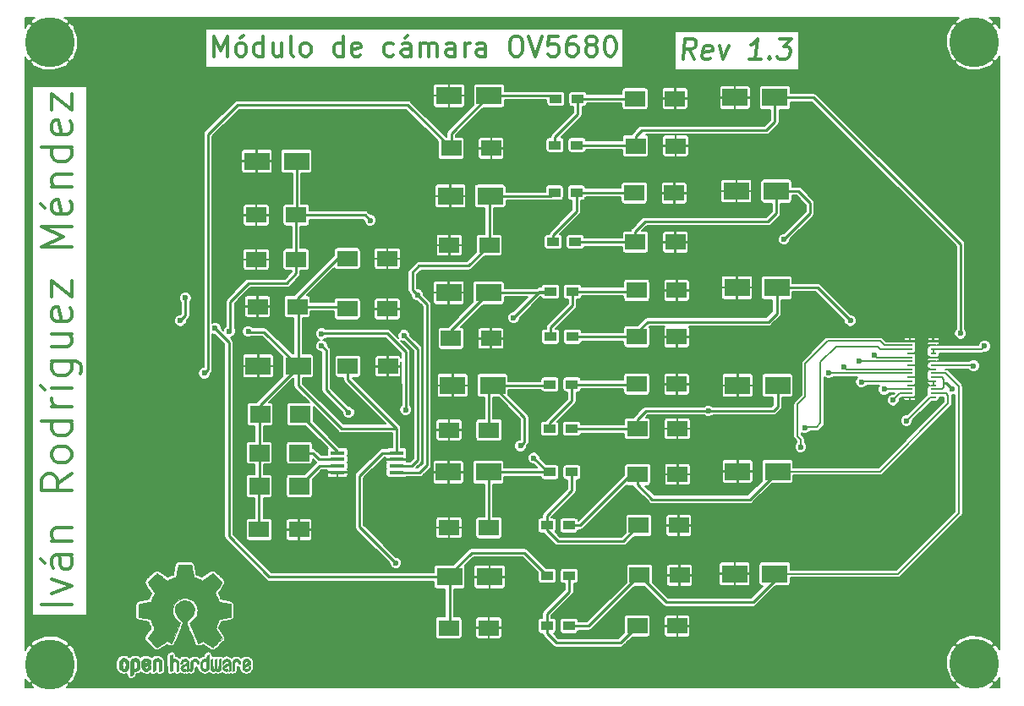
<source format=gbr>
G04 #@! TF.FileFunction,Copper,L1,Top,Signal*
%FSLAX46Y46*%
G04 Gerber Fmt 4.6, Leading zero omitted, Abs format (unit mm)*
G04 Created by KiCad (PCBNEW 4.0.7-e2-6376~60~ubuntu17.10.1) date Tue Mar  6 13:11:32 2018*
%MOMM*%
%LPD*%
G01*
G04 APERTURE LIST*
%ADD10C,0.100000*%
%ADD11C,0.300000*%
%ADD12C,0.010000*%
%ADD13C,5.000000*%
%ADD14R,2.000000X1.600000*%
%ADD15R,0.620000X0.150000*%
%ADD16R,2.000000X1.700000*%
%ADD17R,1.200000X0.900000*%
%ADD18R,2.500000X1.800000*%
%ADD19R,1.450000X0.450000*%
%ADD20C,0.600000*%
%ADD21C,0.150000*%
%ADD22C,0.250000*%
G04 APERTURE END LIST*
D10*
D11*
X69683143Y-131854571D02*
X66683143Y-131854571D01*
X67683143Y-130711715D02*
X69683143Y-129997429D01*
X67683143Y-129283143D01*
X69683143Y-126854572D02*
X68111714Y-126854572D01*
X67826000Y-126997429D01*
X67683143Y-127283143D01*
X67683143Y-127854572D01*
X67826000Y-128140286D01*
X69540286Y-126854572D02*
X69683143Y-127140286D01*
X69683143Y-127854572D01*
X69540286Y-128140286D01*
X69254571Y-128283143D01*
X68968857Y-128283143D01*
X68683143Y-128140286D01*
X68540286Y-127854572D01*
X68540286Y-127140286D01*
X68397429Y-126854572D01*
X66540286Y-127283143D02*
X66968857Y-127711715D01*
X67683143Y-125426000D02*
X69683143Y-125426000D01*
X67968857Y-125426000D02*
X67826000Y-125283143D01*
X67683143Y-124997429D01*
X67683143Y-124568857D01*
X67826000Y-124283143D01*
X68111714Y-124140286D01*
X69683143Y-124140286D01*
X69683143Y-118711715D02*
X68254571Y-119711715D01*
X69683143Y-120426000D02*
X66683143Y-120426000D01*
X66683143Y-119283143D01*
X66826000Y-118997429D01*
X66968857Y-118854572D01*
X67254571Y-118711715D01*
X67683143Y-118711715D01*
X67968857Y-118854572D01*
X68111714Y-118997429D01*
X68254571Y-119283143D01*
X68254571Y-120426000D01*
X69683143Y-116997429D02*
X69540286Y-117283143D01*
X69397429Y-117426000D01*
X69111714Y-117568857D01*
X68254571Y-117568857D01*
X67968857Y-117426000D01*
X67826000Y-117283143D01*
X67683143Y-116997429D01*
X67683143Y-116568857D01*
X67826000Y-116283143D01*
X67968857Y-116140286D01*
X68254571Y-115997429D01*
X69111714Y-115997429D01*
X69397429Y-116140286D01*
X69540286Y-116283143D01*
X69683143Y-116568857D01*
X69683143Y-116997429D01*
X69683143Y-113426000D02*
X66683143Y-113426000D01*
X69540286Y-113426000D02*
X69683143Y-113711714D01*
X69683143Y-114283143D01*
X69540286Y-114568857D01*
X69397429Y-114711714D01*
X69111714Y-114854571D01*
X68254571Y-114854571D01*
X67968857Y-114711714D01*
X67826000Y-114568857D01*
X67683143Y-114283143D01*
X67683143Y-113711714D01*
X67826000Y-113426000D01*
X69683143Y-111997428D02*
X67683143Y-111997428D01*
X68254571Y-111997428D02*
X67968857Y-111854571D01*
X67826000Y-111711714D01*
X67683143Y-111426000D01*
X67683143Y-111140285D01*
X69683143Y-110140285D02*
X67683143Y-110140285D01*
X66540286Y-109854571D02*
X66968857Y-110283142D01*
X67683143Y-107426000D02*
X70111714Y-107426000D01*
X70397429Y-107568857D01*
X70540286Y-107711714D01*
X70683143Y-107997429D01*
X70683143Y-108426000D01*
X70540286Y-108711714D01*
X69540286Y-107426000D02*
X69683143Y-107711714D01*
X69683143Y-108283143D01*
X69540286Y-108568857D01*
X69397429Y-108711714D01*
X69111714Y-108854571D01*
X68254571Y-108854571D01*
X67968857Y-108711714D01*
X67826000Y-108568857D01*
X67683143Y-108283143D01*
X67683143Y-107711714D01*
X67826000Y-107426000D01*
X67683143Y-104711714D02*
X69683143Y-104711714D01*
X67683143Y-105997428D02*
X69254571Y-105997428D01*
X69540286Y-105854571D01*
X69683143Y-105568857D01*
X69683143Y-105140285D01*
X69540286Y-104854571D01*
X69397429Y-104711714D01*
X69540286Y-102140285D02*
X69683143Y-102425999D01*
X69683143Y-102997428D01*
X69540286Y-103283142D01*
X69254571Y-103425999D01*
X68111714Y-103425999D01*
X67826000Y-103283142D01*
X67683143Y-102997428D01*
X67683143Y-102425999D01*
X67826000Y-102140285D01*
X68111714Y-101997428D01*
X68397429Y-101997428D01*
X68683143Y-103425999D01*
X67683143Y-100997428D02*
X67683143Y-99425999D01*
X69683143Y-100997428D01*
X69683143Y-99425999D01*
X69683143Y-95997428D02*
X66683143Y-95997428D01*
X68826000Y-94997428D01*
X66683143Y-93997428D01*
X69683143Y-93997428D01*
X69540286Y-91426000D02*
X69683143Y-91711714D01*
X69683143Y-92283143D01*
X69540286Y-92568857D01*
X69254571Y-92711714D01*
X68111714Y-92711714D01*
X67826000Y-92568857D01*
X67683143Y-92283143D01*
X67683143Y-91711714D01*
X67826000Y-91426000D01*
X68111714Y-91283143D01*
X68397429Y-91283143D01*
X68683143Y-92711714D01*
X66540286Y-91711714D02*
X66968857Y-92140286D01*
X67683143Y-89997428D02*
X69683143Y-89997428D01*
X67968857Y-89997428D02*
X67826000Y-89854571D01*
X67683143Y-89568857D01*
X67683143Y-89140285D01*
X67826000Y-88854571D01*
X68111714Y-88711714D01*
X69683143Y-88711714D01*
X69683143Y-85997428D02*
X66683143Y-85997428D01*
X69540286Y-85997428D02*
X69683143Y-86283142D01*
X69683143Y-86854571D01*
X69540286Y-87140285D01*
X69397429Y-87283142D01*
X69111714Y-87425999D01*
X68254571Y-87425999D01*
X67968857Y-87283142D01*
X67826000Y-87140285D01*
X67683143Y-86854571D01*
X67683143Y-86283142D01*
X67826000Y-85997428D01*
X69540286Y-83425999D02*
X69683143Y-83711713D01*
X69683143Y-84283142D01*
X69540286Y-84568856D01*
X69254571Y-84711713D01*
X68111714Y-84711713D01*
X67826000Y-84568856D01*
X67683143Y-84283142D01*
X67683143Y-83711713D01*
X67826000Y-83425999D01*
X68111714Y-83283142D01*
X68397429Y-83283142D01*
X68683143Y-84711713D01*
X67683143Y-82283142D02*
X67683143Y-80711713D01*
X69683143Y-82283142D01*
X69683143Y-80711713D01*
X132030288Y-77180962D02*
X131482668Y-76228581D01*
X130887430Y-77180962D02*
X131137430Y-75180962D01*
X131899335Y-75180962D01*
X132077906Y-75276200D01*
X132161240Y-75371438D01*
X132232669Y-75561914D01*
X132196954Y-75847629D01*
X132077907Y-76038105D01*
X131970763Y-76133343D01*
X131768382Y-76228581D01*
X131006477Y-76228581D01*
X133661240Y-77085724D02*
X133458859Y-77180962D01*
X133077907Y-77180962D01*
X132899335Y-77085724D01*
X132827906Y-76895248D01*
X132923144Y-76133343D01*
X133042192Y-75942867D01*
X133244573Y-75847629D01*
X133625525Y-75847629D01*
X133804097Y-75942867D01*
X133875525Y-76133343D01*
X133851716Y-76323819D01*
X132875525Y-76514295D01*
X134577906Y-75847629D02*
X134887431Y-77180962D01*
X135530287Y-75847629D01*
X138696956Y-77180962D02*
X137554098Y-77180962D01*
X138125527Y-77180962D02*
X138375527Y-75180962D01*
X138149337Y-75466676D01*
X137935051Y-75657152D01*
X137732669Y-75752390D01*
X139577907Y-76990486D02*
X139661242Y-77085724D01*
X139554098Y-77180962D01*
X139470765Y-77085724D01*
X139577907Y-76990486D01*
X139554098Y-77180962D01*
X140566003Y-75180962D02*
X141804099Y-75180962D01*
X141042194Y-75942867D01*
X141327908Y-75942867D01*
X141506479Y-76038105D01*
X141589812Y-76133343D01*
X141661242Y-76323819D01*
X141601718Y-76800010D01*
X141482669Y-76990486D01*
X141375527Y-77085724D01*
X141173146Y-77180962D01*
X140601718Y-77180962D01*
X140423146Y-77085724D01*
X140339812Y-76990486D01*
X83917760Y-76916802D02*
X83917760Y-74916802D01*
X84584427Y-76345373D01*
X85251094Y-74916802D01*
X85251094Y-76916802D01*
X86489189Y-76916802D02*
X86298713Y-76821564D01*
X86203474Y-76726326D01*
X86108236Y-76535850D01*
X86108236Y-75964421D01*
X86203474Y-75773945D01*
X86298713Y-75678707D01*
X86489189Y-75583469D01*
X86774903Y-75583469D01*
X86965379Y-75678707D01*
X87060617Y-75773945D01*
X87155855Y-75964421D01*
X87155855Y-76535850D01*
X87060617Y-76726326D01*
X86965379Y-76821564D01*
X86774903Y-76916802D01*
X86489189Y-76916802D01*
X86870141Y-74821564D02*
X86584427Y-75107278D01*
X88870141Y-76916802D02*
X88870141Y-74916802D01*
X88870141Y-76821564D02*
X88679665Y-76916802D01*
X88298713Y-76916802D01*
X88108237Y-76821564D01*
X88012998Y-76726326D01*
X87917760Y-76535850D01*
X87917760Y-75964421D01*
X88012998Y-75773945D01*
X88108237Y-75678707D01*
X88298713Y-75583469D01*
X88679665Y-75583469D01*
X88870141Y-75678707D01*
X90679665Y-75583469D02*
X90679665Y-76916802D01*
X89822522Y-75583469D02*
X89822522Y-76631088D01*
X89917761Y-76821564D01*
X90108237Y-76916802D01*
X90393951Y-76916802D01*
X90584427Y-76821564D01*
X90679665Y-76726326D01*
X91917761Y-76916802D02*
X91727285Y-76821564D01*
X91632046Y-76631088D01*
X91632046Y-74916802D01*
X92965380Y-76916802D02*
X92774904Y-76821564D01*
X92679665Y-76726326D01*
X92584427Y-76535850D01*
X92584427Y-75964421D01*
X92679665Y-75773945D01*
X92774904Y-75678707D01*
X92965380Y-75583469D01*
X93251094Y-75583469D01*
X93441570Y-75678707D01*
X93536808Y-75773945D01*
X93632046Y-75964421D01*
X93632046Y-76535850D01*
X93536808Y-76726326D01*
X93441570Y-76821564D01*
X93251094Y-76916802D01*
X92965380Y-76916802D01*
X96870142Y-76916802D02*
X96870142Y-74916802D01*
X96870142Y-76821564D02*
X96679666Y-76916802D01*
X96298714Y-76916802D01*
X96108238Y-76821564D01*
X96012999Y-76726326D01*
X95917761Y-76535850D01*
X95917761Y-75964421D01*
X96012999Y-75773945D01*
X96108238Y-75678707D01*
X96298714Y-75583469D01*
X96679666Y-75583469D01*
X96870142Y-75678707D01*
X98584428Y-76821564D02*
X98393952Y-76916802D01*
X98013000Y-76916802D01*
X97822523Y-76821564D01*
X97727285Y-76631088D01*
X97727285Y-75869183D01*
X97822523Y-75678707D01*
X98013000Y-75583469D01*
X98393952Y-75583469D01*
X98584428Y-75678707D01*
X98679666Y-75869183D01*
X98679666Y-76059659D01*
X97727285Y-76250135D01*
X101917762Y-76821564D02*
X101727286Y-76916802D01*
X101346334Y-76916802D01*
X101155858Y-76821564D01*
X101060619Y-76726326D01*
X100965381Y-76535850D01*
X100965381Y-75964421D01*
X101060619Y-75773945D01*
X101155858Y-75678707D01*
X101346334Y-75583469D01*
X101727286Y-75583469D01*
X101917762Y-75678707D01*
X103632048Y-76916802D02*
X103632048Y-75869183D01*
X103536810Y-75678707D01*
X103346334Y-75583469D01*
X102965382Y-75583469D01*
X102774905Y-75678707D01*
X103632048Y-76821564D02*
X103441572Y-76916802D01*
X102965382Y-76916802D01*
X102774905Y-76821564D01*
X102679667Y-76631088D01*
X102679667Y-76440611D01*
X102774905Y-76250135D01*
X102965382Y-76154897D01*
X103441572Y-76154897D01*
X103632048Y-76059659D01*
X103346334Y-74821564D02*
X103060620Y-75107278D01*
X104584429Y-76916802D02*
X104584429Y-75583469D01*
X104584429Y-75773945D02*
X104679668Y-75678707D01*
X104870144Y-75583469D01*
X105155858Y-75583469D01*
X105346334Y-75678707D01*
X105441572Y-75869183D01*
X105441572Y-76916802D01*
X105441572Y-75869183D02*
X105536810Y-75678707D01*
X105727287Y-75583469D01*
X106013001Y-75583469D01*
X106203477Y-75678707D01*
X106298715Y-75869183D01*
X106298715Y-76916802D01*
X108108239Y-76916802D02*
X108108239Y-75869183D01*
X108013001Y-75678707D01*
X107822525Y-75583469D01*
X107441573Y-75583469D01*
X107251096Y-75678707D01*
X108108239Y-76821564D02*
X107917763Y-76916802D01*
X107441573Y-76916802D01*
X107251096Y-76821564D01*
X107155858Y-76631088D01*
X107155858Y-76440611D01*
X107251096Y-76250135D01*
X107441573Y-76154897D01*
X107917763Y-76154897D01*
X108108239Y-76059659D01*
X109060620Y-76916802D02*
X109060620Y-75583469D01*
X109060620Y-75964421D02*
X109155859Y-75773945D01*
X109251097Y-75678707D01*
X109441573Y-75583469D01*
X109632049Y-75583469D01*
X111155858Y-76916802D02*
X111155858Y-75869183D01*
X111060620Y-75678707D01*
X110870144Y-75583469D01*
X110489192Y-75583469D01*
X110298715Y-75678707D01*
X111155858Y-76821564D02*
X110965382Y-76916802D01*
X110489192Y-76916802D01*
X110298715Y-76821564D01*
X110203477Y-76631088D01*
X110203477Y-76440611D01*
X110298715Y-76250135D01*
X110489192Y-76154897D01*
X110965382Y-76154897D01*
X111155858Y-76059659D01*
X114013002Y-74916802D02*
X114393954Y-74916802D01*
X114584430Y-75012040D01*
X114774907Y-75202516D01*
X114870145Y-75583469D01*
X114870145Y-76250135D01*
X114774907Y-76631088D01*
X114584430Y-76821564D01*
X114393954Y-76916802D01*
X114013002Y-76916802D01*
X113822526Y-76821564D01*
X113632049Y-76631088D01*
X113536811Y-76250135D01*
X113536811Y-75583469D01*
X113632049Y-75202516D01*
X113822526Y-75012040D01*
X114013002Y-74916802D01*
X115441573Y-74916802D02*
X116108240Y-76916802D01*
X116774907Y-74916802D01*
X118393954Y-74916802D02*
X117441573Y-74916802D01*
X117346335Y-75869183D01*
X117441573Y-75773945D01*
X117632050Y-75678707D01*
X118108240Y-75678707D01*
X118298716Y-75773945D01*
X118393954Y-75869183D01*
X118489193Y-76059659D01*
X118489193Y-76535850D01*
X118393954Y-76726326D01*
X118298716Y-76821564D01*
X118108240Y-76916802D01*
X117632050Y-76916802D01*
X117441573Y-76821564D01*
X117346335Y-76726326D01*
X120203478Y-74916802D02*
X119822526Y-74916802D01*
X119632050Y-75012040D01*
X119536812Y-75107278D01*
X119346335Y-75392992D01*
X119251097Y-75773945D01*
X119251097Y-76535850D01*
X119346335Y-76726326D01*
X119441574Y-76821564D01*
X119632050Y-76916802D01*
X120013002Y-76916802D01*
X120203478Y-76821564D01*
X120298716Y-76726326D01*
X120393955Y-76535850D01*
X120393955Y-76059659D01*
X120298716Y-75869183D01*
X120203478Y-75773945D01*
X120013002Y-75678707D01*
X119632050Y-75678707D01*
X119441574Y-75773945D01*
X119346335Y-75869183D01*
X119251097Y-76059659D01*
X121536812Y-75773945D02*
X121346336Y-75678707D01*
X121251097Y-75583469D01*
X121155859Y-75392992D01*
X121155859Y-75297754D01*
X121251097Y-75107278D01*
X121346336Y-75012040D01*
X121536812Y-74916802D01*
X121917764Y-74916802D01*
X122108240Y-75012040D01*
X122203478Y-75107278D01*
X122298717Y-75297754D01*
X122298717Y-75392992D01*
X122203478Y-75583469D01*
X122108240Y-75678707D01*
X121917764Y-75773945D01*
X121536812Y-75773945D01*
X121346336Y-75869183D01*
X121251097Y-75964421D01*
X121155859Y-76154897D01*
X121155859Y-76535850D01*
X121251097Y-76726326D01*
X121346336Y-76821564D01*
X121536812Y-76916802D01*
X121917764Y-76916802D01*
X122108240Y-76821564D01*
X122203478Y-76726326D01*
X122298717Y-76535850D01*
X122298717Y-76154897D01*
X122203478Y-75964421D01*
X122108240Y-75869183D01*
X121917764Y-75773945D01*
X123536812Y-74916802D02*
X123727288Y-74916802D01*
X123917764Y-75012040D01*
X124013002Y-75107278D01*
X124108240Y-75297754D01*
X124203479Y-75678707D01*
X124203479Y-76154897D01*
X124108240Y-76535850D01*
X124013002Y-76726326D01*
X123917764Y-76821564D01*
X123727288Y-76916802D01*
X123536812Y-76916802D01*
X123346336Y-76821564D01*
X123251098Y-76726326D01*
X123155859Y-76535850D01*
X123060621Y-76154897D01*
X123060621Y-75678707D01*
X123155859Y-75297754D01*
X123251098Y-75107278D01*
X123346336Y-75012040D01*
X123536812Y-74916802D01*
D12*
G36*
X76197900Y-137211903D02*
X76309450Y-137267522D01*
X76407908Y-137369931D01*
X76435023Y-137407864D01*
X76464562Y-137457500D01*
X76483728Y-137511412D01*
X76494693Y-137583364D01*
X76499629Y-137687122D01*
X76500713Y-137824101D01*
X76495818Y-138011815D01*
X76478804Y-138152758D01*
X76446177Y-138257908D01*
X76394442Y-138338243D01*
X76320104Y-138404741D01*
X76314642Y-138408678D01*
X76241380Y-138448953D01*
X76153160Y-138468880D01*
X76040962Y-138473793D01*
X75858567Y-138473793D01*
X75858491Y-138650857D01*
X75856793Y-138749470D01*
X75846450Y-138807314D01*
X75819422Y-138842006D01*
X75767668Y-138871164D01*
X75755239Y-138877121D01*
X75697077Y-138905039D01*
X75652044Y-138922672D01*
X75618559Y-138924194D01*
X75595038Y-138903781D01*
X75579900Y-138855607D01*
X75571563Y-138773846D01*
X75568444Y-138652672D01*
X75568960Y-138486260D01*
X75571529Y-138268785D01*
X75572332Y-138203736D01*
X75575222Y-137979502D01*
X75577812Y-137832821D01*
X75858414Y-137832821D01*
X75859991Y-137957326D01*
X75867000Y-138038787D01*
X75882858Y-138092515D01*
X75910981Y-138133823D01*
X75930075Y-138153971D01*
X76008135Y-138212921D01*
X76077247Y-138217720D01*
X76148560Y-138169038D01*
X76150368Y-138167241D01*
X76179383Y-138129618D01*
X76197033Y-138078484D01*
X76205936Y-137999738D01*
X76208709Y-137879276D01*
X76208759Y-137852588D01*
X76202058Y-137686583D01*
X76180248Y-137571505D01*
X76140765Y-137501254D01*
X76081044Y-137469729D01*
X76046528Y-137466552D01*
X75964611Y-137481460D01*
X75908421Y-137530548D01*
X75874598Y-137620362D01*
X75859780Y-137757445D01*
X75858414Y-137832821D01*
X75577812Y-137832821D01*
X75578287Y-137805952D01*
X75582247Y-137675382D01*
X75587826Y-137580087D01*
X75595746Y-137512364D01*
X75606731Y-137464507D01*
X75621501Y-137428813D01*
X75640782Y-137397578D01*
X75649049Y-137385824D01*
X75758712Y-137274797D01*
X75897365Y-137211847D01*
X76057754Y-137194297D01*
X76197900Y-137211903D01*
X76197900Y-137211903D01*
G37*
X76197900Y-137211903D02*
X76309450Y-137267522D01*
X76407908Y-137369931D01*
X76435023Y-137407864D01*
X76464562Y-137457500D01*
X76483728Y-137511412D01*
X76494693Y-137583364D01*
X76499629Y-137687122D01*
X76500713Y-137824101D01*
X76495818Y-138011815D01*
X76478804Y-138152758D01*
X76446177Y-138257908D01*
X76394442Y-138338243D01*
X76320104Y-138404741D01*
X76314642Y-138408678D01*
X76241380Y-138448953D01*
X76153160Y-138468880D01*
X76040962Y-138473793D01*
X75858567Y-138473793D01*
X75858491Y-138650857D01*
X75856793Y-138749470D01*
X75846450Y-138807314D01*
X75819422Y-138842006D01*
X75767668Y-138871164D01*
X75755239Y-138877121D01*
X75697077Y-138905039D01*
X75652044Y-138922672D01*
X75618559Y-138924194D01*
X75595038Y-138903781D01*
X75579900Y-138855607D01*
X75571563Y-138773846D01*
X75568444Y-138652672D01*
X75568960Y-138486260D01*
X75571529Y-138268785D01*
X75572332Y-138203736D01*
X75575222Y-137979502D01*
X75577812Y-137832821D01*
X75858414Y-137832821D01*
X75859991Y-137957326D01*
X75867000Y-138038787D01*
X75882858Y-138092515D01*
X75910981Y-138133823D01*
X75930075Y-138153971D01*
X76008135Y-138212921D01*
X76077247Y-138217720D01*
X76148560Y-138169038D01*
X76150368Y-138167241D01*
X76179383Y-138129618D01*
X76197033Y-138078484D01*
X76205936Y-137999738D01*
X76208709Y-137879276D01*
X76208759Y-137852588D01*
X76202058Y-137686583D01*
X76180248Y-137571505D01*
X76140765Y-137501254D01*
X76081044Y-137469729D01*
X76046528Y-137466552D01*
X75964611Y-137481460D01*
X75908421Y-137530548D01*
X75874598Y-137620362D01*
X75859780Y-137757445D01*
X75858414Y-137832821D01*
X75577812Y-137832821D01*
X75578287Y-137805952D01*
X75582247Y-137675382D01*
X75587826Y-137580087D01*
X75595746Y-137512364D01*
X75606731Y-137464507D01*
X75621501Y-137428813D01*
X75640782Y-137397578D01*
X75649049Y-137385824D01*
X75758712Y-137274797D01*
X75897365Y-137211847D01*
X76057754Y-137194297D01*
X76197900Y-137211903D01*
G36*
X78443429Y-137227719D02*
X78537123Y-137281914D01*
X78602264Y-137335707D01*
X78649907Y-137392066D01*
X78682728Y-137460987D01*
X78703406Y-137552468D01*
X78714620Y-137676506D01*
X78719049Y-137843098D01*
X78719563Y-137962851D01*
X78719563Y-138403659D01*
X78595483Y-138459283D01*
X78471402Y-138514907D01*
X78456805Y-138032095D01*
X78450773Y-137851779D01*
X78444445Y-137720901D01*
X78436606Y-137630511D01*
X78426037Y-137571664D01*
X78411523Y-137535413D01*
X78391848Y-137512810D01*
X78385535Y-137507917D01*
X78289888Y-137469706D01*
X78193207Y-137484827D01*
X78135655Y-137524943D01*
X78112245Y-137553370D01*
X78096039Y-137590672D01*
X78085741Y-137647223D01*
X78080049Y-137733394D01*
X78077664Y-137859558D01*
X78077264Y-137991042D01*
X78077186Y-138155999D01*
X78074361Y-138272761D01*
X78064907Y-138351510D01*
X78044940Y-138402431D01*
X78010576Y-138435706D01*
X77957932Y-138461520D01*
X77887617Y-138488344D01*
X77810820Y-138517542D01*
X77819962Y-137999346D01*
X77823643Y-137812539D01*
X77827950Y-137674490D01*
X77834123Y-137575568D01*
X77843402Y-137506145D01*
X77857027Y-137456590D01*
X77876239Y-137417273D01*
X77899402Y-137382584D01*
X78011152Y-137271770D01*
X78147513Y-137207689D01*
X78295825Y-137192339D01*
X78443429Y-137227719D01*
X78443429Y-137227719D01*
G37*
X78443429Y-137227719D02*
X78537123Y-137281914D01*
X78602264Y-137335707D01*
X78649907Y-137392066D01*
X78682728Y-137460987D01*
X78703406Y-137552468D01*
X78714620Y-137676506D01*
X78719049Y-137843098D01*
X78719563Y-137962851D01*
X78719563Y-138403659D01*
X78595483Y-138459283D01*
X78471402Y-138514907D01*
X78456805Y-138032095D01*
X78450773Y-137851779D01*
X78444445Y-137720901D01*
X78436606Y-137630511D01*
X78426037Y-137571664D01*
X78411523Y-137535413D01*
X78391848Y-137512810D01*
X78385535Y-137507917D01*
X78289888Y-137469706D01*
X78193207Y-137484827D01*
X78135655Y-137524943D01*
X78112245Y-137553370D01*
X78096039Y-137590672D01*
X78085741Y-137647223D01*
X78080049Y-137733394D01*
X78077664Y-137859558D01*
X78077264Y-137991042D01*
X78077186Y-138155999D01*
X78074361Y-138272761D01*
X78064907Y-138351510D01*
X78044940Y-138402431D01*
X78010576Y-138435706D01*
X77957932Y-138461520D01*
X77887617Y-138488344D01*
X77810820Y-138517542D01*
X77819962Y-137999346D01*
X77823643Y-137812539D01*
X77827950Y-137674490D01*
X77834123Y-137575568D01*
X77843402Y-137506145D01*
X77857027Y-137456590D01*
X77876239Y-137417273D01*
X77899402Y-137382584D01*
X78011152Y-137271770D01*
X78147513Y-137207689D01*
X78295825Y-137192339D01*
X78443429Y-137227719D01*
G36*
X75074221Y-137216015D02*
X75211061Y-137287968D01*
X75312051Y-137403766D01*
X75347925Y-137478213D01*
X75375839Y-137589992D01*
X75390129Y-137731227D01*
X75391484Y-137885371D01*
X75380595Y-138035879D01*
X75358153Y-138166205D01*
X75324850Y-138259803D01*
X75314615Y-138275922D01*
X75193382Y-138396249D01*
X75049387Y-138468317D01*
X74893139Y-138489408D01*
X74735148Y-138456802D01*
X74691180Y-138437253D01*
X74605556Y-138377012D01*
X74530408Y-138297135D01*
X74523306Y-138287004D01*
X74494439Y-138238181D01*
X74475357Y-138185990D01*
X74464084Y-138117285D01*
X74458645Y-138018918D01*
X74457062Y-137877744D01*
X74457035Y-137846092D01*
X74457107Y-137836019D01*
X74748989Y-137836019D01*
X74750687Y-137969256D01*
X74757372Y-138057674D01*
X74771425Y-138114785D01*
X74795229Y-138154102D01*
X74807379Y-138167241D01*
X74877236Y-138217172D01*
X74945059Y-138214895D01*
X75013635Y-138171584D01*
X75054535Y-138125346D01*
X75078758Y-138057857D01*
X75092361Y-137951433D01*
X75093294Y-137939020D01*
X75095616Y-137746147D01*
X75071350Y-137602900D01*
X75020824Y-137510160D01*
X74944368Y-137468807D01*
X74917076Y-137466552D01*
X74845411Y-137477893D01*
X74796390Y-137517184D01*
X74766418Y-137592326D01*
X74751899Y-137711222D01*
X74748989Y-137836019D01*
X74457107Y-137836019D01*
X74458122Y-137695659D01*
X74462688Y-137590549D01*
X74472688Y-137517714D01*
X74490079Y-137464108D01*
X74516816Y-137416681D01*
X74522724Y-137407864D01*
X74622032Y-137289007D01*
X74730242Y-137220008D01*
X74861981Y-137192619D01*
X74906717Y-137191281D01*
X75074221Y-137216015D01*
X75074221Y-137216015D01*
G37*
X75074221Y-137216015D02*
X75211061Y-137287968D01*
X75312051Y-137403766D01*
X75347925Y-137478213D01*
X75375839Y-137589992D01*
X75390129Y-137731227D01*
X75391484Y-137885371D01*
X75380595Y-138035879D01*
X75358153Y-138166205D01*
X75324850Y-138259803D01*
X75314615Y-138275922D01*
X75193382Y-138396249D01*
X75049387Y-138468317D01*
X74893139Y-138489408D01*
X74735148Y-138456802D01*
X74691180Y-138437253D01*
X74605556Y-138377012D01*
X74530408Y-138297135D01*
X74523306Y-138287004D01*
X74494439Y-138238181D01*
X74475357Y-138185990D01*
X74464084Y-138117285D01*
X74458645Y-138018918D01*
X74457062Y-137877744D01*
X74457035Y-137846092D01*
X74457107Y-137836019D01*
X74748989Y-137836019D01*
X74750687Y-137969256D01*
X74757372Y-138057674D01*
X74771425Y-138114785D01*
X74795229Y-138154102D01*
X74807379Y-138167241D01*
X74877236Y-138217172D01*
X74945059Y-138214895D01*
X75013635Y-138171584D01*
X75054535Y-138125346D01*
X75078758Y-138057857D01*
X75092361Y-137951433D01*
X75093294Y-137939020D01*
X75095616Y-137746147D01*
X75071350Y-137602900D01*
X75020824Y-137510160D01*
X74944368Y-137468807D01*
X74917076Y-137466552D01*
X74845411Y-137477893D01*
X74796390Y-137517184D01*
X74766418Y-137592326D01*
X74751899Y-137711222D01*
X74748989Y-137836019D01*
X74457107Y-137836019D01*
X74458122Y-137695659D01*
X74462688Y-137590549D01*
X74472688Y-137517714D01*
X74490079Y-137464108D01*
X74516816Y-137416681D01*
X74522724Y-137407864D01*
X74622032Y-137289007D01*
X74730242Y-137220008D01*
X74861981Y-137192619D01*
X74906717Y-137191281D01*
X75074221Y-137216015D01*
G36*
X77341552Y-137234676D02*
X77456658Y-137312111D01*
X77545611Y-137423949D01*
X77598749Y-137566265D01*
X77609497Y-137671015D01*
X77608276Y-137714726D01*
X77598056Y-137748194D01*
X77569961Y-137778179D01*
X77515116Y-137811440D01*
X77424645Y-137854738D01*
X77289672Y-137914833D01*
X77288989Y-137915134D01*
X77164751Y-137972037D01*
X77062873Y-138022565D01*
X76993767Y-138061280D01*
X76967846Y-138082740D01*
X76967839Y-138082913D01*
X76990685Y-138129644D01*
X77044109Y-138181154D01*
X77105442Y-138218261D01*
X77136515Y-138225632D01*
X77221289Y-138200138D01*
X77294293Y-138136291D01*
X77329913Y-138066094D01*
X77364180Y-138014343D01*
X77431303Y-137955409D01*
X77510208Y-137904496D01*
X77579821Y-137876809D01*
X77594377Y-137875287D01*
X77610763Y-137900321D01*
X77611750Y-137964311D01*
X77599708Y-138050593D01*
X77577007Y-138142501D01*
X77546014Y-138223369D01*
X77544448Y-138226509D01*
X77451181Y-138356734D01*
X77330304Y-138445311D01*
X77193027Y-138488786D01*
X77050560Y-138483706D01*
X76914112Y-138426616D01*
X76908045Y-138422602D01*
X76800710Y-138325326D01*
X76730132Y-138198409D01*
X76691074Y-138031526D01*
X76685832Y-137984639D01*
X76676548Y-137763329D01*
X76687678Y-137660124D01*
X76967839Y-137660124D01*
X76971479Y-137724503D01*
X76991389Y-137743291D01*
X77041026Y-137729235D01*
X77119267Y-137696009D01*
X77206726Y-137654359D01*
X77208899Y-137653256D01*
X77283030Y-137614265D01*
X77312781Y-137588244D01*
X77305445Y-137560965D01*
X77274553Y-137525121D01*
X77195960Y-137473251D01*
X77111323Y-137469439D01*
X77035403Y-137507189D01*
X76982965Y-137580001D01*
X76967839Y-137660124D01*
X76687678Y-137660124D01*
X76695644Y-137586261D01*
X76744634Y-137445829D01*
X76812836Y-137347447D01*
X76935935Y-137248030D01*
X77071528Y-137198711D01*
X77209955Y-137195568D01*
X77341552Y-137234676D01*
X77341552Y-137234676D01*
G37*
X77341552Y-137234676D02*
X77456658Y-137312111D01*
X77545611Y-137423949D01*
X77598749Y-137566265D01*
X77609497Y-137671015D01*
X77608276Y-137714726D01*
X77598056Y-137748194D01*
X77569961Y-137778179D01*
X77515116Y-137811440D01*
X77424645Y-137854738D01*
X77289672Y-137914833D01*
X77288989Y-137915134D01*
X77164751Y-137972037D01*
X77062873Y-138022565D01*
X76993767Y-138061280D01*
X76967846Y-138082740D01*
X76967839Y-138082913D01*
X76990685Y-138129644D01*
X77044109Y-138181154D01*
X77105442Y-138218261D01*
X77136515Y-138225632D01*
X77221289Y-138200138D01*
X77294293Y-138136291D01*
X77329913Y-138066094D01*
X77364180Y-138014343D01*
X77431303Y-137955409D01*
X77510208Y-137904496D01*
X77579821Y-137876809D01*
X77594377Y-137875287D01*
X77610763Y-137900321D01*
X77611750Y-137964311D01*
X77599708Y-138050593D01*
X77577007Y-138142501D01*
X77546014Y-138223369D01*
X77544448Y-138226509D01*
X77451181Y-138356734D01*
X77330304Y-138445311D01*
X77193027Y-138488786D01*
X77050560Y-138483706D01*
X76914112Y-138426616D01*
X76908045Y-138422602D01*
X76800710Y-138325326D01*
X76730132Y-138198409D01*
X76691074Y-138031526D01*
X76685832Y-137984639D01*
X76676548Y-137763329D01*
X76687678Y-137660124D01*
X76967839Y-137660124D01*
X76971479Y-137724503D01*
X76991389Y-137743291D01*
X77041026Y-137729235D01*
X77119267Y-137696009D01*
X77206726Y-137654359D01*
X77208899Y-137653256D01*
X77283030Y-137614265D01*
X77312781Y-137588244D01*
X77305445Y-137560965D01*
X77274553Y-137525121D01*
X77195960Y-137473251D01*
X77111323Y-137469439D01*
X77035403Y-137507189D01*
X76982965Y-137580001D01*
X76967839Y-137660124D01*
X76687678Y-137660124D01*
X76695644Y-137586261D01*
X76744634Y-137445829D01*
X76812836Y-137347447D01*
X76935935Y-137248030D01*
X77071528Y-137198711D01*
X77209955Y-137195568D01*
X77341552Y-137234676D01*
G36*
X79770598Y-137073857D02*
X79779154Y-137193188D01*
X79788981Y-137263506D01*
X79802599Y-137294179D01*
X79822527Y-137294571D01*
X79828989Y-137290910D01*
X79914940Y-137264398D01*
X80026745Y-137265946D01*
X80140414Y-137293199D01*
X80211510Y-137328455D01*
X80284405Y-137384778D01*
X80337693Y-137448519D01*
X80374275Y-137529510D01*
X80397050Y-137637586D01*
X80408919Y-137782580D01*
X80412782Y-137974326D01*
X80412851Y-138011109D01*
X80412897Y-138424288D01*
X80320954Y-138456339D01*
X80255652Y-138478144D01*
X80219824Y-138488297D01*
X80218770Y-138488391D01*
X80215242Y-138460860D01*
X80212239Y-138384923D01*
X80209990Y-138270565D01*
X80208724Y-138127769D01*
X80208529Y-138040951D01*
X80208123Y-137869773D01*
X80206032Y-137747088D01*
X80200947Y-137663000D01*
X80191560Y-137607614D01*
X80176561Y-137571032D01*
X80154642Y-137543359D01*
X80140957Y-137530032D01*
X80046949Y-137476328D01*
X79944364Y-137472307D01*
X79851290Y-137517725D01*
X79834078Y-137534123D01*
X79808832Y-137564957D01*
X79791320Y-137601531D01*
X79780142Y-137654415D01*
X79773896Y-137734177D01*
X79771182Y-137851385D01*
X79770598Y-138012991D01*
X79770598Y-138424288D01*
X79678655Y-138456339D01*
X79613353Y-138478144D01*
X79577525Y-138488297D01*
X79576471Y-138488391D01*
X79573775Y-138460448D01*
X79571345Y-138381630D01*
X79569278Y-138259453D01*
X79567671Y-138101432D01*
X79566623Y-137915083D01*
X79566231Y-137707920D01*
X79566230Y-137698706D01*
X79566230Y-136909020D01*
X79661115Y-136868997D01*
X79756000Y-136828973D01*
X79770598Y-137073857D01*
X79770598Y-137073857D01*
G37*
X79770598Y-137073857D02*
X79779154Y-137193188D01*
X79788981Y-137263506D01*
X79802599Y-137294179D01*
X79822527Y-137294571D01*
X79828989Y-137290910D01*
X79914940Y-137264398D01*
X80026745Y-137265946D01*
X80140414Y-137293199D01*
X80211510Y-137328455D01*
X80284405Y-137384778D01*
X80337693Y-137448519D01*
X80374275Y-137529510D01*
X80397050Y-137637586D01*
X80408919Y-137782580D01*
X80412782Y-137974326D01*
X80412851Y-138011109D01*
X80412897Y-138424288D01*
X80320954Y-138456339D01*
X80255652Y-138478144D01*
X80219824Y-138488297D01*
X80218770Y-138488391D01*
X80215242Y-138460860D01*
X80212239Y-138384923D01*
X80209990Y-138270565D01*
X80208724Y-138127769D01*
X80208529Y-138040951D01*
X80208123Y-137869773D01*
X80206032Y-137747088D01*
X80200947Y-137663000D01*
X80191560Y-137607614D01*
X80176561Y-137571032D01*
X80154642Y-137543359D01*
X80140957Y-137530032D01*
X80046949Y-137476328D01*
X79944364Y-137472307D01*
X79851290Y-137517725D01*
X79834078Y-137534123D01*
X79808832Y-137564957D01*
X79791320Y-137601531D01*
X79780142Y-137654415D01*
X79773896Y-137734177D01*
X79771182Y-137851385D01*
X79770598Y-138012991D01*
X79770598Y-138424288D01*
X79678655Y-138456339D01*
X79613353Y-138478144D01*
X79577525Y-138488297D01*
X79576471Y-138488391D01*
X79573775Y-138460448D01*
X79571345Y-138381630D01*
X79569278Y-138259453D01*
X79567671Y-138101432D01*
X79566623Y-137915083D01*
X79566231Y-137707920D01*
X79566230Y-137698706D01*
X79566230Y-136909020D01*
X79661115Y-136868997D01*
X79756000Y-136828973D01*
X79770598Y-137073857D01*
G36*
X81105944Y-137274360D02*
X81220343Y-137316842D01*
X81221652Y-137317658D01*
X81292403Y-137369730D01*
X81344636Y-137430584D01*
X81381371Y-137509887D01*
X81405634Y-137617309D01*
X81420445Y-137762517D01*
X81428829Y-137955179D01*
X81429564Y-137982628D01*
X81440120Y-138396521D01*
X81351291Y-138442456D01*
X81287018Y-138473498D01*
X81248210Y-138488206D01*
X81246415Y-138488391D01*
X81239700Y-138461250D01*
X81234365Y-138388041D01*
X81231083Y-138281081D01*
X81230368Y-138194469D01*
X81230351Y-138054162D01*
X81223937Y-137966051D01*
X81201580Y-137924025D01*
X81153732Y-137921975D01*
X81070849Y-137953790D01*
X80945713Y-138012272D01*
X80853697Y-138060845D01*
X80806371Y-138102986D01*
X80792458Y-138148916D01*
X80792437Y-138151189D01*
X80815395Y-138230311D01*
X80883370Y-138273055D01*
X80987398Y-138279246D01*
X81062330Y-138278172D01*
X81101839Y-138299753D01*
X81126478Y-138351591D01*
X81140659Y-138417632D01*
X81120223Y-138455104D01*
X81112528Y-138460467D01*
X81040083Y-138482006D01*
X80938633Y-138485055D01*
X80834157Y-138470778D01*
X80760125Y-138444688D01*
X80657772Y-138357785D01*
X80599591Y-138236816D01*
X80588069Y-138142308D01*
X80596862Y-138057062D01*
X80628680Y-137987476D01*
X80691684Y-137925672D01*
X80794031Y-137863772D01*
X80943882Y-137793897D01*
X80953012Y-137789948D01*
X81087997Y-137727588D01*
X81171294Y-137676446D01*
X81206997Y-137630488D01*
X81199203Y-137583683D01*
X81152007Y-137529998D01*
X81137894Y-137517644D01*
X81043359Y-137469741D01*
X80945406Y-137471758D01*
X80860097Y-137518724D01*
X80803496Y-137605669D01*
X80798237Y-137622734D01*
X80747023Y-137705504D01*
X80682037Y-137745372D01*
X80588069Y-137784882D01*
X80588069Y-137682658D01*
X80616653Y-137534072D01*
X80701495Y-137397784D01*
X80745645Y-137352191D01*
X80846005Y-137293674D01*
X80973635Y-137267184D01*
X81105944Y-137274360D01*
X81105944Y-137274360D01*
G37*
X81105944Y-137274360D02*
X81220343Y-137316842D01*
X81221652Y-137317658D01*
X81292403Y-137369730D01*
X81344636Y-137430584D01*
X81381371Y-137509887D01*
X81405634Y-137617309D01*
X81420445Y-137762517D01*
X81428829Y-137955179D01*
X81429564Y-137982628D01*
X81440120Y-138396521D01*
X81351291Y-138442456D01*
X81287018Y-138473498D01*
X81248210Y-138488206D01*
X81246415Y-138488391D01*
X81239700Y-138461250D01*
X81234365Y-138388041D01*
X81231083Y-138281081D01*
X81230368Y-138194469D01*
X81230351Y-138054162D01*
X81223937Y-137966051D01*
X81201580Y-137924025D01*
X81153732Y-137921975D01*
X81070849Y-137953790D01*
X80945713Y-138012272D01*
X80853697Y-138060845D01*
X80806371Y-138102986D01*
X80792458Y-138148916D01*
X80792437Y-138151189D01*
X80815395Y-138230311D01*
X80883370Y-138273055D01*
X80987398Y-138279246D01*
X81062330Y-138278172D01*
X81101839Y-138299753D01*
X81126478Y-138351591D01*
X81140659Y-138417632D01*
X81120223Y-138455104D01*
X81112528Y-138460467D01*
X81040083Y-138482006D01*
X80938633Y-138485055D01*
X80834157Y-138470778D01*
X80760125Y-138444688D01*
X80657772Y-138357785D01*
X80599591Y-138236816D01*
X80588069Y-138142308D01*
X80596862Y-138057062D01*
X80628680Y-137987476D01*
X80691684Y-137925672D01*
X80794031Y-137863772D01*
X80943882Y-137793897D01*
X80953012Y-137789948D01*
X81087997Y-137727588D01*
X81171294Y-137676446D01*
X81206997Y-137630488D01*
X81199203Y-137583683D01*
X81152007Y-137529998D01*
X81137894Y-137517644D01*
X81043359Y-137469741D01*
X80945406Y-137471758D01*
X80860097Y-137518724D01*
X80803496Y-137605669D01*
X80798237Y-137622734D01*
X80747023Y-137705504D01*
X80682037Y-137745372D01*
X80588069Y-137784882D01*
X80588069Y-137682658D01*
X80616653Y-137534072D01*
X80701495Y-137397784D01*
X80745645Y-137352191D01*
X80846005Y-137293674D01*
X80973635Y-137267184D01*
X81105944Y-137274360D01*
G36*
X82091943Y-137271920D02*
X82224565Y-137320859D01*
X82332010Y-137407419D01*
X82374032Y-137468352D01*
X82419843Y-137580161D01*
X82418891Y-137661006D01*
X82370808Y-137715378D01*
X82353017Y-137724624D01*
X82276204Y-137753450D01*
X82236976Y-137746065D01*
X82223689Y-137697658D01*
X82223012Y-137670920D01*
X82198686Y-137572548D01*
X82135281Y-137503734D01*
X82047154Y-137470498D01*
X81948663Y-137478861D01*
X81868602Y-137522296D01*
X81841561Y-137547072D01*
X81822394Y-137577129D01*
X81809446Y-137622565D01*
X81801064Y-137693476D01*
X81795593Y-137799960D01*
X81791378Y-137952112D01*
X81790287Y-138000287D01*
X81786307Y-138165095D01*
X81781781Y-138281088D01*
X81774995Y-138357833D01*
X81764231Y-138404893D01*
X81747773Y-138431835D01*
X81723906Y-138448223D01*
X81708626Y-138455463D01*
X81643733Y-138480220D01*
X81605534Y-138488391D01*
X81592912Y-138461103D01*
X81585208Y-138378603D01*
X81582380Y-138239941D01*
X81584386Y-138044162D01*
X81585011Y-138013965D01*
X81589421Y-137835349D01*
X81594635Y-137704923D01*
X81602055Y-137612492D01*
X81613082Y-137547858D01*
X81629117Y-137500825D01*
X81651561Y-137461196D01*
X81663302Y-137444215D01*
X81730619Y-137369080D01*
X81805910Y-137310638D01*
X81815128Y-137305536D01*
X81950133Y-137265260D01*
X82091943Y-137271920D01*
X82091943Y-137271920D01*
G37*
X82091943Y-137271920D02*
X82224565Y-137320859D01*
X82332010Y-137407419D01*
X82374032Y-137468352D01*
X82419843Y-137580161D01*
X82418891Y-137661006D01*
X82370808Y-137715378D01*
X82353017Y-137724624D01*
X82276204Y-137753450D01*
X82236976Y-137746065D01*
X82223689Y-137697658D01*
X82223012Y-137670920D01*
X82198686Y-137572548D01*
X82135281Y-137503734D01*
X82047154Y-137470498D01*
X81948663Y-137478861D01*
X81868602Y-137522296D01*
X81841561Y-137547072D01*
X81822394Y-137577129D01*
X81809446Y-137622565D01*
X81801064Y-137693476D01*
X81795593Y-137799960D01*
X81791378Y-137952112D01*
X81790287Y-138000287D01*
X81786307Y-138165095D01*
X81781781Y-138281088D01*
X81774995Y-138357833D01*
X81764231Y-138404893D01*
X81747773Y-138431835D01*
X81723906Y-138448223D01*
X81708626Y-138455463D01*
X81643733Y-138480220D01*
X81605534Y-138488391D01*
X81592912Y-138461103D01*
X81585208Y-138378603D01*
X81582380Y-138239941D01*
X81584386Y-138044162D01*
X81585011Y-138013965D01*
X81589421Y-137835349D01*
X81594635Y-137704923D01*
X81602055Y-137612492D01*
X81613082Y-137547858D01*
X81629117Y-137500825D01*
X81651561Y-137461196D01*
X81663302Y-137444215D01*
X81730619Y-137369080D01*
X81805910Y-137310638D01*
X81815128Y-137305536D01*
X81950133Y-137265260D01*
X82091943Y-137271920D01*
G36*
X83419914Y-137504455D02*
X83419543Y-137722661D01*
X83418108Y-137890519D01*
X83415002Y-138016070D01*
X83409622Y-138107355D01*
X83401362Y-138172415D01*
X83389616Y-138219291D01*
X83373781Y-138256024D01*
X83361790Y-138276991D01*
X83262490Y-138390694D01*
X83136588Y-138461965D01*
X82997291Y-138487538D01*
X82857805Y-138464150D01*
X82774743Y-138422119D01*
X82687545Y-138349411D01*
X82628117Y-138260612D01*
X82592261Y-138144320D01*
X82575781Y-137989135D01*
X82573447Y-137875287D01*
X82573761Y-137867106D01*
X82777724Y-137867106D01*
X82778970Y-137997657D01*
X82784678Y-138084080D01*
X82797804Y-138140618D01*
X82821306Y-138181514D01*
X82849386Y-138212362D01*
X82943688Y-138271905D01*
X83044940Y-138276992D01*
X83140636Y-138227279D01*
X83148084Y-138220543D01*
X83179874Y-138185502D01*
X83199808Y-138143811D01*
X83210600Y-138081762D01*
X83214965Y-137985644D01*
X83215655Y-137879379D01*
X83214159Y-137745880D01*
X83207964Y-137656822D01*
X83194514Y-137598293D01*
X83171251Y-137556382D01*
X83152175Y-137534123D01*
X83063563Y-137477985D01*
X82961508Y-137471235D01*
X82864095Y-137514114D01*
X82845296Y-137530032D01*
X82813293Y-137565382D01*
X82793318Y-137607502D01*
X82782593Y-137670251D01*
X82778339Y-137767487D01*
X82777724Y-137867106D01*
X82573761Y-137867106D01*
X82580504Y-137691947D01*
X82604472Y-137554195D01*
X82649548Y-137450632D01*
X82719928Y-137369856D01*
X82774743Y-137328455D01*
X82874376Y-137283728D01*
X82989855Y-137262967D01*
X83097199Y-137268525D01*
X83157264Y-137290943D01*
X83180835Y-137297323D01*
X83196477Y-137273535D01*
X83207395Y-137209788D01*
X83215655Y-137112687D01*
X83224699Y-137004541D01*
X83237261Y-136939475D01*
X83260119Y-136902268D01*
X83300051Y-136877699D01*
X83325138Y-136866819D01*
X83420023Y-136827072D01*
X83419914Y-137504455D01*
X83419914Y-137504455D01*
G37*
X83419914Y-137504455D02*
X83419543Y-137722661D01*
X83418108Y-137890519D01*
X83415002Y-138016070D01*
X83409622Y-138107355D01*
X83401362Y-138172415D01*
X83389616Y-138219291D01*
X83373781Y-138256024D01*
X83361790Y-138276991D01*
X83262490Y-138390694D01*
X83136588Y-138461965D01*
X82997291Y-138487538D01*
X82857805Y-138464150D01*
X82774743Y-138422119D01*
X82687545Y-138349411D01*
X82628117Y-138260612D01*
X82592261Y-138144320D01*
X82575781Y-137989135D01*
X82573447Y-137875287D01*
X82573761Y-137867106D01*
X82777724Y-137867106D01*
X82778970Y-137997657D01*
X82784678Y-138084080D01*
X82797804Y-138140618D01*
X82821306Y-138181514D01*
X82849386Y-138212362D01*
X82943688Y-138271905D01*
X83044940Y-138276992D01*
X83140636Y-138227279D01*
X83148084Y-138220543D01*
X83179874Y-138185502D01*
X83199808Y-138143811D01*
X83210600Y-138081762D01*
X83214965Y-137985644D01*
X83215655Y-137879379D01*
X83214159Y-137745880D01*
X83207964Y-137656822D01*
X83194514Y-137598293D01*
X83171251Y-137556382D01*
X83152175Y-137534123D01*
X83063563Y-137477985D01*
X82961508Y-137471235D01*
X82864095Y-137514114D01*
X82845296Y-137530032D01*
X82813293Y-137565382D01*
X82793318Y-137607502D01*
X82782593Y-137670251D01*
X82778339Y-137767487D01*
X82777724Y-137867106D01*
X82573761Y-137867106D01*
X82580504Y-137691947D01*
X82604472Y-137554195D01*
X82649548Y-137450632D01*
X82719928Y-137369856D01*
X82774743Y-137328455D01*
X82874376Y-137283728D01*
X82989855Y-137262967D01*
X83097199Y-137268525D01*
X83157264Y-137290943D01*
X83180835Y-137297323D01*
X83196477Y-137273535D01*
X83207395Y-137209788D01*
X83215655Y-137112687D01*
X83224699Y-137004541D01*
X83237261Y-136939475D01*
X83260119Y-136902268D01*
X83300051Y-136877699D01*
X83325138Y-136866819D01*
X83420023Y-136827072D01*
X83419914Y-137504455D01*
G36*
X84606124Y-137289840D02*
X84610579Y-137366653D01*
X84614071Y-137483391D01*
X84616315Y-137630821D01*
X84617035Y-137785455D01*
X84617035Y-138308727D01*
X84524645Y-138401117D01*
X84460978Y-138458047D01*
X84405089Y-138481107D01*
X84328702Y-138479647D01*
X84298380Y-138475934D01*
X84203610Y-138465126D01*
X84125222Y-138458933D01*
X84106115Y-138458361D01*
X84041699Y-138462102D01*
X83949571Y-138471494D01*
X83913850Y-138475934D01*
X83826114Y-138482801D01*
X83767153Y-138467885D01*
X83708690Y-138421835D01*
X83687585Y-138401117D01*
X83595195Y-138308727D01*
X83595195Y-137329947D01*
X83669558Y-137296066D01*
X83733590Y-137270970D01*
X83771052Y-137262184D01*
X83780657Y-137289950D01*
X83789635Y-137367530D01*
X83797386Y-137486348D01*
X83803314Y-137637828D01*
X83806173Y-137765805D01*
X83814161Y-138269425D01*
X83883848Y-138279278D01*
X83947229Y-138272389D01*
X83978286Y-138250083D01*
X83986967Y-138208379D01*
X83994378Y-138119544D01*
X83999931Y-137994834D01*
X84003036Y-137845507D01*
X84003484Y-137768661D01*
X84003931Y-137326287D01*
X84095874Y-137294235D01*
X84160949Y-137272443D01*
X84196347Y-137262281D01*
X84197368Y-137262184D01*
X84200920Y-137289809D01*
X84204823Y-137366411D01*
X84208751Y-137482579D01*
X84212376Y-137628904D01*
X84214908Y-137765805D01*
X84222897Y-138269425D01*
X84398069Y-138269425D01*
X84406107Y-137809965D01*
X84414146Y-137350505D01*
X84499543Y-137306344D01*
X84562593Y-137276019D01*
X84599910Y-137262258D01*
X84600987Y-137262184D01*
X84606124Y-137289840D01*
X84606124Y-137289840D01*
G37*
X84606124Y-137289840D02*
X84610579Y-137366653D01*
X84614071Y-137483391D01*
X84616315Y-137630821D01*
X84617035Y-137785455D01*
X84617035Y-138308727D01*
X84524645Y-138401117D01*
X84460978Y-138458047D01*
X84405089Y-138481107D01*
X84328702Y-138479647D01*
X84298380Y-138475934D01*
X84203610Y-138465126D01*
X84125222Y-138458933D01*
X84106115Y-138458361D01*
X84041699Y-138462102D01*
X83949571Y-138471494D01*
X83913850Y-138475934D01*
X83826114Y-138482801D01*
X83767153Y-138467885D01*
X83708690Y-138421835D01*
X83687585Y-138401117D01*
X83595195Y-138308727D01*
X83595195Y-137329947D01*
X83669558Y-137296066D01*
X83733590Y-137270970D01*
X83771052Y-137262184D01*
X83780657Y-137289950D01*
X83789635Y-137367530D01*
X83797386Y-137486348D01*
X83803314Y-137637828D01*
X83806173Y-137765805D01*
X83814161Y-138269425D01*
X83883848Y-138279278D01*
X83947229Y-138272389D01*
X83978286Y-138250083D01*
X83986967Y-138208379D01*
X83994378Y-138119544D01*
X83999931Y-137994834D01*
X84003036Y-137845507D01*
X84003484Y-137768661D01*
X84003931Y-137326287D01*
X84095874Y-137294235D01*
X84160949Y-137272443D01*
X84196347Y-137262281D01*
X84197368Y-137262184D01*
X84200920Y-137289809D01*
X84204823Y-137366411D01*
X84208751Y-137482579D01*
X84212376Y-137628904D01*
X84214908Y-137765805D01*
X84222897Y-138269425D01*
X84398069Y-138269425D01*
X84406107Y-137809965D01*
X84414146Y-137350505D01*
X84499543Y-137306344D01*
X84562593Y-137276019D01*
X84599910Y-137262258D01*
X84600987Y-137262184D01*
X84606124Y-137289840D01*
G36*
X85340406Y-137285156D02*
X85424469Y-137323393D01*
X85490450Y-137369726D01*
X85538794Y-137421532D01*
X85572172Y-137488363D01*
X85593253Y-137579769D01*
X85604707Y-137705301D01*
X85609203Y-137874508D01*
X85609678Y-137985933D01*
X85609678Y-138420627D01*
X85535316Y-138454509D01*
X85476746Y-138479272D01*
X85447730Y-138488391D01*
X85442179Y-138461257D01*
X85437775Y-138388094D01*
X85435078Y-138281263D01*
X85434506Y-138196437D01*
X85432046Y-138073887D01*
X85425412Y-137976668D01*
X85415726Y-137917134D01*
X85408032Y-137904483D01*
X85356311Y-137917402D01*
X85275117Y-137950539D01*
X85181102Y-137995461D01*
X85090917Y-138043735D01*
X85021215Y-138086928D01*
X84988648Y-138116608D01*
X84988519Y-138116929D01*
X84991320Y-138171857D01*
X85016439Y-138224292D01*
X85060541Y-138266881D01*
X85124909Y-138281126D01*
X85179921Y-138279466D01*
X85257835Y-138278245D01*
X85298732Y-138296498D01*
X85323295Y-138344726D01*
X85326392Y-138353820D01*
X85337040Y-138422598D01*
X85308565Y-138464360D01*
X85234344Y-138484263D01*
X85154168Y-138487944D01*
X85009890Y-138460658D01*
X84935203Y-138421690D01*
X84842963Y-138330148D01*
X84794043Y-138217782D01*
X84789654Y-138099051D01*
X84831001Y-137988411D01*
X84893197Y-137919080D01*
X84955294Y-137880265D01*
X85052895Y-137831125D01*
X85166632Y-137781292D01*
X85185590Y-137773677D01*
X85310521Y-137718545D01*
X85382539Y-137669954D01*
X85405700Y-137621647D01*
X85384064Y-137567370D01*
X85346920Y-137524943D01*
X85259127Y-137472702D01*
X85162530Y-137468784D01*
X85073944Y-137509041D01*
X85010186Y-137589326D01*
X85001817Y-137610040D01*
X84953096Y-137686225D01*
X84881965Y-137742785D01*
X84792207Y-137789201D01*
X84792207Y-137657584D01*
X84797490Y-137577168D01*
X84820142Y-137513786D01*
X84870367Y-137446163D01*
X84918582Y-137394076D01*
X84993554Y-137320322D01*
X85051806Y-137280702D01*
X85114372Y-137264810D01*
X85185193Y-137262184D01*
X85340406Y-137285156D01*
X85340406Y-137285156D01*
G37*
X85340406Y-137285156D02*
X85424469Y-137323393D01*
X85490450Y-137369726D01*
X85538794Y-137421532D01*
X85572172Y-137488363D01*
X85593253Y-137579769D01*
X85604707Y-137705301D01*
X85609203Y-137874508D01*
X85609678Y-137985933D01*
X85609678Y-138420627D01*
X85535316Y-138454509D01*
X85476746Y-138479272D01*
X85447730Y-138488391D01*
X85442179Y-138461257D01*
X85437775Y-138388094D01*
X85435078Y-138281263D01*
X85434506Y-138196437D01*
X85432046Y-138073887D01*
X85425412Y-137976668D01*
X85415726Y-137917134D01*
X85408032Y-137904483D01*
X85356311Y-137917402D01*
X85275117Y-137950539D01*
X85181102Y-137995461D01*
X85090917Y-138043735D01*
X85021215Y-138086928D01*
X84988648Y-138116608D01*
X84988519Y-138116929D01*
X84991320Y-138171857D01*
X85016439Y-138224292D01*
X85060541Y-138266881D01*
X85124909Y-138281126D01*
X85179921Y-138279466D01*
X85257835Y-138278245D01*
X85298732Y-138296498D01*
X85323295Y-138344726D01*
X85326392Y-138353820D01*
X85337040Y-138422598D01*
X85308565Y-138464360D01*
X85234344Y-138484263D01*
X85154168Y-138487944D01*
X85009890Y-138460658D01*
X84935203Y-138421690D01*
X84842963Y-138330148D01*
X84794043Y-138217782D01*
X84789654Y-138099051D01*
X84831001Y-137988411D01*
X84893197Y-137919080D01*
X84955294Y-137880265D01*
X85052895Y-137831125D01*
X85166632Y-137781292D01*
X85185590Y-137773677D01*
X85310521Y-137718545D01*
X85382539Y-137669954D01*
X85405700Y-137621647D01*
X85384064Y-137567370D01*
X85346920Y-137524943D01*
X85259127Y-137472702D01*
X85162530Y-137468784D01*
X85073944Y-137509041D01*
X85010186Y-137589326D01*
X85001817Y-137610040D01*
X84953096Y-137686225D01*
X84881965Y-137742785D01*
X84792207Y-137789201D01*
X84792207Y-137657584D01*
X84797490Y-137577168D01*
X84820142Y-137513786D01*
X84870367Y-137446163D01*
X84918582Y-137394076D01*
X84993554Y-137320322D01*
X85051806Y-137280702D01*
X85114372Y-137264810D01*
X85185193Y-137262184D01*
X85340406Y-137285156D01*
G36*
X86361690Y-137290018D02*
X86396585Y-137305269D01*
X86479877Y-137371235D01*
X86551103Y-137466618D01*
X86595153Y-137568406D01*
X86602322Y-137618587D01*
X86578285Y-137688647D01*
X86525561Y-137725717D01*
X86469031Y-137748164D01*
X86443146Y-137752300D01*
X86430542Y-137722283D01*
X86405654Y-137656961D01*
X86394735Y-137627445D01*
X86333508Y-137525348D01*
X86244861Y-137474423D01*
X86131193Y-137475989D01*
X86122774Y-137477994D01*
X86062088Y-137506767D01*
X86017474Y-137562859D01*
X85987002Y-137653163D01*
X85968744Y-137784571D01*
X85960771Y-137963974D01*
X85960023Y-138059433D01*
X85959652Y-138209913D01*
X85957223Y-138312495D01*
X85950760Y-138377672D01*
X85938288Y-138415938D01*
X85917833Y-138437785D01*
X85887419Y-138453707D01*
X85885661Y-138454509D01*
X85827091Y-138479272D01*
X85798075Y-138488391D01*
X85793616Y-138460822D01*
X85789799Y-138384620D01*
X85786899Y-138269541D01*
X85785191Y-138125341D01*
X85784851Y-138019814D01*
X85786588Y-137815613D01*
X85793382Y-137660697D01*
X85807607Y-137546024D01*
X85831638Y-137462551D01*
X85867848Y-137401236D01*
X85918612Y-137353034D01*
X85968739Y-137319393D01*
X86089275Y-137274619D01*
X86229557Y-137264521D01*
X86361690Y-137290018D01*
X86361690Y-137290018D01*
G37*
X86361690Y-137290018D02*
X86396585Y-137305269D01*
X86479877Y-137371235D01*
X86551103Y-137466618D01*
X86595153Y-137568406D01*
X86602322Y-137618587D01*
X86578285Y-137688647D01*
X86525561Y-137725717D01*
X86469031Y-137748164D01*
X86443146Y-137752300D01*
X86430542Y-137722283D01*
X86405654Y-137656961D01*
X86394735Y-137627445D01*
X86333508Y-137525348D01*
X86244861Y-137474423D01*
X86131193Y-137475989D01*
X86122774Y-137477994D01*
X86062088Y-137506767D01*
X86017474Y-137562859D01*
X85987002Y-137653163D01*
X85968744Y-137784571D01*
X85960771Y-137963974D01*
X85960023Y-138059433D01*
X85959652Y-138209913D01*
X85957223Y-138312495D01*
X85950760Y-138377672D01*
X85938288Y-138415938D01*
X85917833Y-138437785D01*
X85887419Y-138453707D01*
X85885661Y-138454509D01*
X85827091Y-138479272D01*
X85798075Y-138488391D01*
X85793616Y-138460822D01*
X85789799Y-138384620D01*
X85786899Y-138269541D01*
X85785191Y-138125341D01*
X85784851Y-138019814D01*
X85786588Y-137815613D01*
X85793382Y-137660697D01*
X85807607Y-137546024D01*
X85831638Y-137462551D01*
X85867848Y-137401236D01*
X85918612Y-137353034D01*
X85968739Y-137319393D01*
X86089275Y-137274619D01*
X86229557Y-137264521D01*
X86361690Y-137290018D01*
G36*
X87369439Y-137306540D02*
X87484950Y-137382034D01*
X87540664Y-137449617D01*
X87584804Y-137572255D01*
X87588309Y-137669298D01*
X87580368Y-137799056D01*
X87281115Y-137930039D01*
X87135611Y-137996958D01*
X87040537Y-138050790D01*
X86991101Y-138097416D01*
X86982511Y-138142720D01*
X87009972Y-138192582D01*
X87040253Y-138225632D01*
X87128363Y-138278633D01*
X87224196Y-138282347D01*
X87312212Y-138241041D01*
X87376869Y-138158983D01*
X87388433Y-138130008D01*
X87443825Y-138039509D01*
X87507553Y-138000940D01*
X87594966Y-137967946D01*
X87594966Y-138093034D01*
X87587238Y-138178156D01*
X87556966Y-138249938D01*
X87493518Y-138332356D01*
X87484088Y-138343066D01*
X87413513Y-138416391D01*
X87352847Y-138455742D01*
X87276950Y-138473845D01*
X87214030Y-138479774D01*
X87101487Y-138481251D01*
X87021370Y-138462535D01*
X86971390Y-138434747D01*
X86892838Y-138373641D01*
X86838463Y-138307554D01*
X86804052Y-138224441D01*
X86785388Y-138112254D01*
X86778256Y-137958946D01*
X86777687Y-137881136D01*
X86779622Y-137787853D01*
X86955899Y-137787853D01*
X86957944Y-137837896D01*
X86963039Y-137846092D01*
X86996666Y-137834958D01*
X87069030Y-137805493D01*
X87165747Y-137763601D01*
X87185973Y-137754597D01*
X87308203Y-137692442D01*
X87375547Y-137637815D01*
X87390348Y-137586649D01*
X87354947Y-137534876D01*
X87325711Y-137512000D01*
X87220216Y-137466250D01*
X87121476Y-137473808D01*
X87038812Y-137529651D01*
X86981548Y-137628753D01*
X86963188Y-137707414D01*
X86955899Y-137787853D01*
X86779622Y-137787853D01*
X86781459Y-137699351D01*
X86795359Y-137564853D01*
X86822894Y-137466916D01*
X86867572Y-137394811D01*
X86932901Y-137337813D01*
X86961383Y-137319393D01*
X87090763Y-137271422D01*
X87232412Y-137268403D01*
X87369439Y-137306540D01*
X87369439Y-137306540D01*
G37*
X87369439Y-137306540D02*
X87484950Y-137382034D01*
X87540664Y-137449617D01*
X87584804Y-137572255D01*
X87588309Y-137669298D01*
X87580368Y-137799056D01*
X87281115Y-137930039D01*
X87135611Y-137996958D01*
X87040537Y-138050790D01*
X86991101Y-138097416D01*
X86982511Y-138142720D01*
X87009972Y-138192582D01*
X87040253Y-138225632D01*
X87128363Y-138278633D01*
X87224196Y-138282347D01*
X87312212Y-138241041D01*
X87376869Y-138158983D01*
X87388433Y-138130008D01*
X87443825Y-138039509D01*
X87507553Y-138000940D01*
X87594966Y-137967946D01*
X87594966Y-138093034D01*
X87587238Y-138178156D01*
X87556966Y-138249938D01*
X87493518Y-138332356D01*
X87484088Y-138343066D01*
X87413513Y-138416391D01*
X87352847Y-138455742D01*
X87276950Y-138473845D01*
X87214030Y-138479774D01*
X87101487Y-138481251D01*
X87021370Y-138462535D01*
X86971390Y-138434747D01*
X86892838Y-138373641D01*
X86838463Y-138307554D01*
X86804052Y-138224441D01*
X86785388Y-138112254D01*
X86778256Y-137958946D01*
X86777687Y-137881136D01*
X86779622Y-137787853D01*
X86955899Y-137787853D01*
X86957944Y-137837896D01*
X86963039Y-137846092D01*
X86996666Y-137834958D01*
X87069030Y-137805493D01*
X87165747Y-137763601D01*
X87185973Y-137754597D01*
X87308203Y-137692442D01*
X87375547Y-137637815D01*
X87390348Y-137586649D01*
X87354947Y-137534876D01*
X87325711Y-137512000D01*
X87220216Y-137466250D01*
X87121476Y-137473808D01*
X87038812Y-137529651D01*
X86981548Y-137628753D01*
X86963188Y-137707414D01*
X86955899Y-137787853D01*
X86779622Y-137787853D01*
X86781459Y-137699351D01*
X86795359Y-137564853D01*
X86822894Y-137466916D01*
X86867572Y-137394811D01*
X86932901Y-137337813D01*
X86961383Y-137319393D01*
X87090763Y-137271422D01*
X87232412Y-137268403D01*
X87369439Y-137306540D01*
G36*
X81235014Y-127802998D02*
X81393006Y-127803863D01*
X81507347Y-127806205D01*
X81585407Y-127810762D01*
X81634554Y-127818270D01*
X81662159Y-127829466D01*
X81675592Y-127845088D01*
X81682221Y-127865873D01*
X81682865Y-127868563D01*
X81692935Y-127917113D01*
X81711575Y-128012905D01*
X81736845Y-128145743D01*
X81766807Y-128305431D01*
X81799522Y-128481774D01*
X81800664Y-128487967D01*
X81833433Y-128660782D01*
X81864093Y-128813469D01*
X81890664Y-128936871D01*
X81911167Y-129021831D01*
X81923626Y-129059190D01*
X81924220Y-129059852D01*
X81960919Y-129078095D01*
X82036586Y-129108497D01*
X82134878Y-129144493D01*
X82135425Y-129144685D01*
X82259233Y-129191222D01*
X82405196Y-129250504D01*
X82542781Y-129310109D01*
X82549293Y-129313056D01*
X82773390Y-129414765D01*
X83269619Y-129075897D01*
X83421846Y-128972592D01*
X83559741Y-128880237D01*
X83675315Y-128804084D01*
X83760579Y-128749385D01*
X83807544Y-128721393D01*
X83812004Y-128719317D01*
X83846134Y-128728560D01*
X83909881Y-128773156D01*
X84005731Y-128855209D01*
X84136169Y-128976821D01*
X84269328Y-129106205D01*
X84397694Y-129233702D01*
X84512581Y-129350046D01*
X84607073Y-129448052D01*
X84674253Y-129520536D01*
X84707206Y-129560313D01*
X84708432Y-129562361D01*
X84712074Y-129589656D01*
X84698350Y-129634234D01*
X84663869Y-129702112D01*
X84605239Y-129799311D01*
X84519070Y-129931851D01*
X84404200Y-130102476D01*
X84302254Y-130252655D01*
X84211123Y-130387350D01*
X84136073Y-130498740D01*
X84082369Y-130579005D01*
X84055280Y-130620325D01*
X84053574Y-130623130D01*
X84056882Y-130662721D01*
X84081953Y-130739669D01*
X84123798Y-130839432D01*
X84138712Y-130871291D01*
X84203786Y-131013226D01*
X84273212Y-131174273D01*
X84329609Y-131313621D01*
X84370247Y-131417044D01*
X84402526Y-131495642D01*
X84421178Y-131536720D01*
X84423497Y-131539885D01*
X84457803Y-131545128D01*
X84538669Y-131559494D01*
X84655343Y-131580937D01*
X84797075Y-131607413D01*
X84953110Y-131636877D01*
X85112698Y-131667283D01*
X85265085Y-131696588D01*
X85399521Y-131722745D01*
X85505252Y-131743710D01*
X85571526Y-131757439D01*
X85587782Y-131761320D01*
X85604573Y-131770900D01*
X85617249Y-131792536D01*
X85626378Y-131833531D01*
X85632531Y-131901189D01*
X85636280Y-132002812D01*
X85638192Y-132145703D01*
X85638840Y-132337165D01*
X85638874Y-132415645D01*
X85638874Y-133053906D01*
X85485598Y-133084160D01*
X85400322Y-133100564D01*
X85273070Y-133124509D01*
X85119315Y-133153107D01*
X84954534Y-133183467D01*
X84908989Y-133191806D01*
X84756932Y-133221370D01*
X84624468Y-133250442D01*
X84522714Y-133276329D01*
X84462788Y-133296337D01*
X84452805Y-133302301D01*
X84428293Y-133344534D01*
X84393148Y-133426370D01*
X84354173Y-133531683D01*
X84346442Y-133554368D01*
X84295360Y-133695018D01*
X84231954Y-133853714D01*
X84169904Y-133996225D01*
X84169598Y-133996886D01*
X84066267Y-134220440D01*
X84745961Y-135220232D01*
X84309621Y-135657300D01*
X84177649Y-135787381D01*
X84057279Y-135902048D01*
X83955273Y-135995181D01*
X83878391Y-136060658D01*
X83833393Y-136092357D01*
X83826938Y-136094368D01*
X83789040Y-136078529D01*
X83711708Y-136034496D01*
X83603389Y-135967490D01*
X83472532Y-135882734D01*
X83331052Y-135787816D01*
X83187461Y-135690998D01*
X83059435Y-135606751D01*
X82955105Y-135540258D01*
X82882600Y-135496702D01*
X82850158Y-135481264D01*
X82810576Y-135494328D01*
X82735519Y-135528750D01*
X82640468Y-135577380D01*
X82630392Y-135582785D01*
X82502391Y-135646980D01*
X82414618Y-135678463D01*
X82360028Y-135678798D01*
X82331575Y-135649548D01*
X82331410Y-135649138D01*
X82317188Y-135614498D01*
X82283269Y-135532269D01*
X82232284Y-135408814D01*
X82166862Y-135250498D01*
X82089634Y-135063686D01*
X82003229Y-134854742D01*
X81919551Y-134652446D01*
X81827588Y-134429200D01*
X81743150Y-134222392D01*
X81668769Y-134038362D01*
X81606974Y-133883451D01*
X81560297Y-133763996D01*
X81531268Y-133686339D01*
X81522322Y-133657356D01*
X81544756Y-133624110D01*
X81603439Y-133571123D01*
X81681689Y-133512704D01*
X81904534Y-133327952D01*
X82078718Y-133116182D01*
X82202154Y-132881856D01*
X82272754Y-132629434D01*
X82288431Y-132363377D01*
X82277036Y-132240575D01*
X82214950Y-131985793D01*
X82108023Y-131760801D01*
X81962889Y-131567817D01*
X81786178Y-131409061D01*
X81584522Y-131286750D01*
X81364554Y-131203105D01*
X81132906Y-131160344D01*
X80896209Y-131160687D01*
X80661095Y-131206352D01*
X80434196Y-131299559D01*
X80222144Y-131442527D01*
X80133636Y-131523383D01*
X79963889Y-131731007D01*
X79845699Y-131957895D01*
X79778278Y-132197433D01*
X79760840Y-132443007D01*
X79792598Y-132688003D01*
X79872765Y-132925808D01*
X80000555Y-133149807D01*
X80175180Y-133353387D01*
X80370312Y-133512704D01*
X80451591Y-133573602D01*
X80509009Y-133626015D01*
X80529678Y-133657406D01*
X80518856Y-133691639D01*
X80488077Y-133773419D01*
X80439874Y-133896407D01*
X80376778Y-134054263D01*
X80301322Y-134240649D01*
X80216038Y-134449226D01*
X80132219Y-134652496D01*
X80039745Y-134875933D01*
X79954089Y-135082984D01*
X79877882Y-135267286D01*
X79813753Y-135422475D01*
X79764332Y-135542188D01*
X79732248Y-135620061D01*
X79720359Y-135649138D01*
X79692274Y-135678677D01*
X79637949Y-135678591D01*
X79550395Y-135647326D01*
X79422619Y-135583329D01*
X79421608Y-135582785D01*
X79325402Y-135533121D01*
X79247631Y-135496945D01*
X79203777Y-135481408D01*
X79201842Y-135481264D01*
X79168829Y-135497024D01*
X79095946Y-135540850D01*
X78991322Y-135607557D01*
X78863090Y-135691964D01*
X78720948Y-135787816D01*
X78576233Y-135884867D01*
X78445804Y-135969270D01*
X78338110Y-136035801D01*
X78261598Y-136079238D01*
X78225062Y-136094368D01*
X78191418Y-136074482D01*
X78123776Y-136018903D01*
X78028893Y-135933754D01*
X77913530Y-135825153D01*
X77784445Y-135699221D01*
X77742229Y-135657149D01*
X77305739Y-135219931D01*
X77637977Y-134732340D01*
X77738946Y-134582605D01*
X77827562Y-134448220D01*
X77898854Y-134336969D01*
X77947850Y-134256639D01*
X77969578Y-134215014D01*
X77970215Y-134212053D01*
X77958760Y-134172818D01*
X77927949Y-134093895D01*
X77883116Y-133988509D01*
X77851647Y-133917954D01*
X77792808Y-133782876D01*
X77737396Y-133646409D01*
X77694436Y-133531103D01*
X77682766Y-133495977D01*
X77649611Y-133402174D01*
X77617201Y-133329694D01*
X77599399Y-133302301D01*
X77560114Y-133285536D01*
X77474374Y-133261770D01*
X77353303Y-133233697D01*
X77208027Y-133204009D01*
X77143012Y-133191806D01*
X76977913Y-133161468D01*
X76819552Y-133132093D01*
X76683404Y-133106569D01*
X76584943Y-133087785D01*
X76566402Y-133084160D01*
X76413127Y-133053906D01*
X76413127Y-132415645D01*
X76413471Y-132205770D01*
X76414884Y-132046980D01*
X76417936Y-131931973D01*
X76423197Y-131853446D01*
X76431237Y-131804096D01*
X76442627Y-131776619D01*
X76457937Y-131763713D01*
X76464218Y-131761320D01*
X76502104Y-131752833D01*
X76585805Y-131735900D01*
X76704567Y-131712566D01*
X76847639Y-131684875D01*
X77004268Y-131654873D01*
X77163703Y-131624604D01*
X77315191Y-131596115D01*
X77447981Y-131571449D01*
X77551319Y-131552651D01*
X77614455Y-131541767D01*
X77628503Y-131539885D01*
X77641230Y-131514704D01*
X77669400Y-131447622D01*
X77707748Y-131351333D01*
X77722391Y-131313621D01*
X77781452Y-131167921D01*
X77851000Y-131006951D01*
X77913288Y-130871291D01*
X77959121Y-130767561D01*
X77989613Y-130682326D01*
X77999792Y-130630126D01*
X77998169Y-130623130D01*
X77976657Y-130590102D01*
X77927535Y-130516643D01*
X77856077Y-130410577D01*
X77767555Y-130279726D01*
X77667241Y-130131912D01*
X77647406Y-130102734D01*
X77531012Y-129929863D01*
X77445452Y-129798226D01*
X77387316Y-129701761D01*
X77353192Y-129634408D01*
X77339669Y-129590106D01*
X77343336Y-129562794D01*
X77343430Y-129562620D01*
X77372293Y-129526746D01*
X77436133Y-129457391D01*
X77528031Y-129361745D01*
X77641067Y-129246999D01*
X77768321Y-129120341D01*
X77782672Y-129106205D01*
X77943043Y-128950903D01*
X78066805Y-128836870D01*
X78156445Y-128762002D01*
X78214448Y-128724196D01*
X78239996Y-128719317D01*
X78277282Y-128740603D01*
X78354657Y-128789773D01*
X78464133Y-128861575D01*
X78597720Y-128950755D01*
X78747430Y-129052063D01*
X78782382Y-129075897D01*
X79278610Y-129414765D01*
X79502707Y-129313056D01*
X79638989Y-129253783D01*
X79785276Y-129194170D01*
X79911035Y-129146640D01*
X79916575Y-129144685D01*
X80014943Y-129108677D01*
X80090771Y-129078229D01*
X80127718Y-129059905D01*
X80127780Y-129059852D01*
X80139504Y-129026729D01*
X80159432Y-128945267D01*
X80185587Y-128824625D01*
X80215990Y-128673959D01*
X80248663Y-128502428D01*
X80251336Y-128487967D01*
X80284110Y-128311235D01*
X80314198Y-128150810D01*
X80339661Y-128016888D01*
X80358559Y-127919663D01*
X80368953Y-127869332D01*
X80369135Y-127868563D01*
X80375461Y-127847153D01*
X80387761Y-127830988D01*
X80413406Y-127819331D01*
X80459765Y-127811445D01*
X80534208Y-127806593D01*
X80644105Y-127804039D01*
X80796825Y-127803045D01*
X80999738Y-127802874D01*
X81026000Y-127802874D01*
X81235014Y-127802998D01*
X81235014Y-127802998D01*
G37*
X81235014Y-127802998D02*
X81393006Y-127803863D01*
X81507347Y-127806205D01*
X81585407Y-127810762D01*
X81634554Y-127818270D01*
X81662159Y-127829466D01*
X81675592Y-127845088D01*
X81682221Y-127865873D01*
X81682865Y-127868563D01*
X81692935Y-127917113D01*
X81711575Y-128012905D01*
X81736845Y-128145743D01*
X81766807Y-128305431D01*
X81799522Y-128481774D01*
X81800664Y-128487967D01*
X81833433Y-128660782D01*
X81864093Y-128813469D01*
X81890664Y-128936871D01*
X81911167Y-129021831D01*
X81923626Y-129059190D01*
X81924220Y-129059852D01*
X81960919Y-129078095D01*
X82036586Y-129108497D01*
X82134878Y-129144493D01*
X82135425Y-129144685D01*
X82259233Y-129191222D01*
X82405196Y-129250504D01*
X82542781Y-129310109D01*
X82549293Y-129313056D01*
X82773390Y-129414765D01*
X83269619Y-129075897D01*
X83421846Y-128972592D01*
X83559741Y-128880237D01*
X83675315Y-128804084D01*
X83760579Y-128749385D01*
X83807544Y-128721393D01*
X83812004Y-128719317D01*
X83846134Y-128728560D01*
X83909881Y-128773156D01*
X84005731Y-128855209D01*
X84136169Y-128976821D01*
X84269328Y-129106205D01*
X84397694Y-129233702D01*
X84512581Y-129350046D01*
X84607073Y-129448052D01*
X84674253Y-129520536D01*
X84707206Y-129560313D01*
X84708432Y-129562361D01*
X84712074Y-129589656D01*
X84698350Y-129634234D01*
X84663869Y-129702112D01*
X84605239Y-129799311D01*
X84519070Y-129931851D01*
X84404200Y-130102476D01*
X84302254Y-130252655D01*
X84211123Y-130387350D01*
X84136073Y-130498740D01*
X84082369Y-130579005D01*
X84055280Y-130620325D01*
X84053574Y-130623130D01*
X84056882Y-130662721D01*
X84081953Y-130739669D01*
X84123798Y-130839432D01*
X84138712Y-130871291D01*
X84203786Y-131013226D01*
X84273212Y-131174273D01*
X84329609Y-131313621D01*
X84370247Y-131417044D01*
X84402526Y-131495642D01*
X84421178Y-131536720D01*
X84423497Y-131539885D01*
X84457803Y-131545128D01*
X84538669Y-131559494D01*
X84655343Y-131580937D01*
X84797075Y-131607413D01*
X84953110Y-131636877D01*
X85112698Y-131667283D01*
X85265085Y-131696588D01*
X85399521Y-131722745D01*
X85505252Y-131743710D01*
X85571526Y-131757439D01*
X85587782Y-131761320D01*
X85604573Y-131770900D01*
X85617249Y-131792536D01*
X85626378Y-131833531D01*
X85632531Y-131901189D01*
X85636280Y-132002812D01*
X85638192Y-132145703D01*
X85638840Y-132337165D01*
X85638874Y-132415645D01*
X85638874Y-133053906D01*
X85485598Y-133084160D01*
X85400322Y-133100564D01*
X85273070Y-133124509D01*
X85119315Y-133153107D01*
X84954534Y-133183467D01*
X84908989Y-133191806D01*
X84756932Y-133221370D01*
X84624468Y-133250442D01*
X84522714Y-133276329D01*
X84462788Y-133296337D01*
X84452805Y-133302301D01*
X84428293Y-133344534D01*
X84393148Y-133426370D01*
X84354173Y-133531683D01*
X84346442Y-133554368D01*
X84295360Y-133695018D01*
X84231954Y-133853714D01*
X84169904Y-133996225D01*
X84169598Y-133996886D01*
X84066267Y-134220440D01*
X84745961Y-135220232D01*
X84309621Y-135657300D01*
X84177649Y-135787381D01*
X84057279Y-135902048D01*
X83955273Y-135995181D01*
X83878391Y-136060658D01*
X83833393Y-136092357D01*
X83826938Y-136094368D01*
X83789040Y-136078529D01*
X83711708Y-136034496D01*
X83603389Y-135967490D01*
X83472532Y-135882734D01*
X83331052Y-135787816D01*
X83187461Y-135690998D01*
X83059435Y-135606751D01*
X82955105Y-135540258D01*
X82882600Y-135496702D01*
X82850158Y-135481264D01*
X82810576Y-135494328D01*
X82735519Y-135528750D01*
X82640468Y-135577380D01*
X82630392Y-135582785D01*
X82502391Y-135646980D01*
X82414618Y-135678463D01*
X82360028Y-135678798D01*
X82331575Y-135649548D01*
X82331410Y-135649138D01*
X82317188Y-135614498D01*
X82283269Y-135532269D01*
X82232284Y-135408814D01*
X82166862Y-135250498D01*
X82089634Y-135063686D01*
X82003229Y-134854742D01*
X81919551Y-134652446D01*
X81827588Y-134429200D01*
X81743150Y-134222392D01*
X81668769Y-134038362D01*
X81606974Y-133883451D01*
X81560297Y-133763996D01*
X81531268Y-133686339D01*
X81522322Y-133657356D01*
X81544756Y-133624110D01*
X81603439Y-133571123D01*
X81681689Y-133512704D01*
X81904534Y-133327952D01*
X82078718Y-133116182D01*
X82202154Y-132881856D01*
X82272754Y-132629434D01*
X82288431Y-132363377D01*
X82277036Y-132240575D01*
X82214950Y-131985793D01*
X82108023Y-131760801D01*
X81962889Y-131567817D01*
X81786178Y-131409061D01*
X81584522Y-131286750D01*
X81364554Y-131203105D01*
X81132906Y-131160344D01*
X80896209Y-131160687D01*
X80661095Y-131206352D01*
X80434196Y-131299559D01*
X80222144Y-131442527D01*
X80133636Y-131523383D01*
X79963889Y-131731007D01*
X79845699Y-131957895D01*
X79778278Y-132197433D01*
X79760840Y-132443007D01*
X79792598Y-132688003D01*
X79872765Y-132925808D01*
X80000555Y-133149807D01*
X80175180Y-133353387D01*
X80370312Y-133512704D01*
X80451591Y-133573602D01*
X80509009Y-133626015D01*
X80529678Y-133657406D01*
X80518856Y-133691639D01*
X80488077Y-133773419D01*
X80439874Y-133896407D01*
X80376778Y-134054263D01*
X80301322Y-134240649D01*
X80216038Y-134449226D01*
X80132219Y-134652496D01*
X80039745Y-134875933D01*
X79954089Y-135082984D01*
X79877882Y-135267286D01*
X79813753Y-135422475D01*
X79764332Y-135542188D01*
X79732248Y-135620061D01*
X79720359Y-135649138D01*
X79692274Y-135678677D01*
X79637949Y-135678591D01*
X79550395Y-135647326D01*
X79422619Y-135583329D01*
X79421608Y-135582785D01*
X79325402Y-135533121D01*
X79247631Y-135496945D01*
X79203777Y-135481408D01*
X79201842Y-135481264D01*
X79168829Y-135497024D01*
X79095946Y-135540850D01*
X78991322Y-135607557D01*
X78863090Y-135691964D01*
X78720948Y-135787816D01*
X78576233Y-135884867D01*
X78445804Y-135969270D01*
X78338110Y-136035801D01*
X78261598Y-136079238D01*
X78225062Y-136094368D01*
X78191418Y-136074482D01*
X78123776Y-136018903D01*
X78028893Y-135933754D01*
X77913530Y-135825153D01*
X77784445Y-135699221D01*
X77742229Y-135657149D01*
X77305739Y-135219931D01*
X77637977Y-134732340D01*
X77738946Y-134582605D01*
X77827562Y-134448220D01*
X77898854Y-134336969D01*
X77947850Y-134256639D01*
X77969578Y-134215014D01*
X77970215Y-134212053D01*
X77958760Y-134172818D01*
X77927949Y-134093895D01*
X77883116Y-133988509D01*
X77851647Y-133917954D01*
X77792808Y-133782876D01*
X77737396Y-133646409D01*
X77694436Y-133531103D01*
X77682766Y-133495977D01*
X77649611Y-133402174D01*
X77617201Y-133329694D01*
X77599399Y-133302301D01*
X77560114Y-133285536D01*
X77474374Y-133261770D01*
X77353303Y-133233697D01*
X77208027Y-133204009D01*
X77143012Y-133191806D01*
X76977913Y-133161468D01*
X76819552Y-133132093D01*
X76683404Y-133106569D01*
X76584943Y-133087785D01*
X76566402Y-133084160D01*
X76413127Y-133053906D01*
X76413127Y-132415645D01*
X76413471Y-132205770D01*
X76414884Y-132046980D01*
X76417936Y-131931973D01*
X76423197Y-131853446D01*
X76431237Y-131804096D01*
X76442627Y-131776619D01*
X76457937Y-131763713D01*
X76464218Y-131761320D01*
X76502104Y-131752833D01*
X76585805Y-131735900D01*
X76704567Y-131712566D01*
X76847639Y-131684875D01*
X77004268Y-131654873D01*
X77163703Y-131624604D01*
X77315191Y-131596115D01*
X77447981Y-131571449D01*
X77551319Y-131552651D01*
X77614455Y-131541767D01*
X77628503Y-131539885D01*
X77641230Y-131514704D01*
X77669400Y-131447622D01*
X77707748Y-131351333D01*
X77722391Y-131313621D01*
X77781452Y-131167921D01*
X77851000Y-131006951D01*
X77913288Y-130871291D01*
X77959121Y-130767561D01*
X77989613Y-130682326D01*
X77999792Y-130630126D01*
X77998169Y-130623130D01*
X77976657Y-130590102D01*
X77927535Y-130516643D01*
X77856077Y-130410577D01*
X77767555Y-130279726D01*
X77667241Y-130131912D01*
X77647406Y-130102734D01*
X77531012Y-129929863D01*
X77445452Y-129798226D01*
X77387316Y-129701761D01*
X77353192Y-129634408D01*
X77339669Y-129590106D01*
X77343336Y-129562794D01*
X77343430Y-129562620D01*
X77372293Y-129526746D01*
X77436133Y-129457391D01*
X77528031Y-129361745D01*
X77641067Y-129246999D01*
X77768321Y-129120341D01*
X77782672Y-129106205D01*
X77943043Y-128950903D01*
X78066805Y-128836870D01*
X78156445Y-128762002D01*
X78214448Y-128724196D01*
X78239996Y-128719317D01*
X78277282Y-128740603D01*
X78354657Y-128789773D01*
X78464133Y-128861575D01*
X78597720Y-128950755D01*
X78747430Y-129052063D01*
X78782382Y-129075897D01*
X79278610Y-129414765D01*
X79502707Y-129313056D01*
X79638989Y-129253783D01*
X79785276Y-129194170D01*
X79911035Y-129146640D01*
X79916575Y-129144685D01*
X80014943Y-129108677D01*
X80090771Y-129078229D01*
X80127718Y-129059905D01*
X80127780Y-129059852D01*
X80139504Y-129026729D01*
X80159432Y-128945267D01*
X80185587Y-128824625D01*
X80215990Y-128673959D01*
X80248663Y-128502428D01*
X80251336Y-128487967D01*
X80284110Y-128311235D01*
X80314198Y-128150810D01*
X80339661Y-128016888D01*
X80358559Y-127919663D01*
X80368953Y-127869332D01*
X80369135Y-127868563D01*
X80375461Y-127847153D01*
X80387761Y-127830988D01*
X80413406Y-127819331D01*
X80459765Y-127811445D01*
X80534208Y-127806593D01*
X80644105Y-127804039D01*
X80796825Y-127803045D01*
X80999738Y-127802874D01*
X81026000Y-127802874D01*
X81235014Y-127802998D01*
D13*
X67500500Y-75501500D03*
D14*
X97298760Y-102204520D03*
X101298760Y-102204520D03*
X88449400Y-124320300D03*
X92449400Y-124320300D03*
X97298760Y-97175320D03*
X101298760Y-97175320D03*
X97354640Y-107960160D03*
X101354640Y-107960160D03*
X92297000Y-101981000D03*
X88297000Y-101981000D03*
X92162380Y-92816680D03*
X88162380Y-92816680D03*
X92162380Y-97259140D03*
X88162380Y-97259140D03*
X111461300Y-114338100D03*
X107461300Y-114338100D03*
X111496860Y-95834200D03*
X107496860Y-95834200D03*
X107664500Y-105166160D03*
X111664500Y-105166160D03*
X107692440Y-86139020D03*
X111692440Y-86139020D03*
X107461300Y-134150100D03*
X111461300Y-134150100D03*
X111461300Y-124129800D03*
X107461300Y-124129800D03*
X126272540Y-109748320D03*
X130272540Y-109748320D03*
X126021080Y-90609420D03*
X130021080Y-90609420D03*
X126272540Y-100360480D03*
X130272540Y-100360480D03*
X126104900Y-81165700D03*
X130104900Y-81165700D03*
X126320800Y-133959600D03*
X130320800Y-133959600D03*
X126473200Y-123901200D03*
X130473200Y-123901200D03*
X126328420Y-114218720D03*
X130328420Y-114218720D03*
X126132840Y-95526860D03*
X130132840Y-95526860D03*
X126272540Y-104998520D03*
X130272540Y-104998520D03*
X126160780Y-85887560D03*
X130160780Y-85887560D03*
X126549400Y-128892300D03*
X130549400Y-128892300D03*
X126358900Y-118795800D03*
X130358900Y-118795800D03*
D13*
X67500500Y-137795000D03*
X160083500Y-137731500D03*
X160083500Y-75501500D03*
D15*
X155967600Y-105454800D03*
X153607600Y-105454800D03*
X155967600Y-105854800D03*
X153607600Y-105854800D03*
X155967600Y-106254800D03*
X153607600Y-106254800D03*
X155967600Y-106654800D03*
X153607600Y-106654800D03*
X155967600Y-107054800D03*
X153607600Y-107054800D03*
X155967600Y-107454800D03*
X153607600Y-107454800D03*
X155967600Y-107854800D03*
X153607600Y-107854800D03*
X155967600Y-108254800D03*
X153607600Y-108254800D03*
X155967600Y-108654800D03*
X153607600Y-108654800D03*
X155967600Y-109054800D03*
X153607600Y-109054800D03*
X155967600Y-109454800D03*
X153607600Y-109454800D03*
X155967600Y-109854800D03*
X153607600Y-109854800D03*
X155967600Y-110254800D03*
X153607600Y-110254800D03*
X155967600Y-110654800D03*
X153607600Y-110654800D03*
X155967600Y-111054800D03*
X153607600Y-111054800D03*
D16*
X88563700Y-112776000D03*
X92563700Y-112776000D03*
X88487500Y-116624100D03*
X92487500Y-116624100D03*
X88487500Y-119976900D03*
X92487500Y-119976900D03*
D17*
X117581500Y-109766100D03*
X119781500Y-109766100D03*
X118036160Y-90553540D03*
X120236160Y-90553540D03*
X117619600Y-100469700D03*
X119819600Y-100469700D03*
X117314800Y-128930400D03*
X119514800Y-128930400D03*
X117581500Y-118567200D03*
X119781500Y-118567200D03*
X117543400Y-114223800D03*
X119743400Y-114223800D03*
X117924400Y-95516700D03*
X120124400Y-95516700D03*
X117619600Y-105003600D03*
X119819600Y-105003600D03*
X117276700Y-133959600D03*
X119476700Y-133959600D03*
X117276700Y-123901200D03*
X119476700Y-123901200D03*
X118175860Y-81165700D03*
X120375860Y-81165700D03*
X118092040Y-85803740D03*
X120292040Y-85803740D03*
D18*
X140379200Y-118491000D03*
X136379200Y-118491000D03*
X140079480Y-128747520D03*
X136079480Y-128747520D03*
X140107420Y-81053940D03*
X136107420Y-81053940D03*
X140303000Y-100081080D03*
X136303000Y-100081080D03*
X140247120Y-90413840D03*
X136247120Y-90413840D03*
X140379200Y-109880400D03*
X136379200Y-109880400D03*
X111423200Y-118567200D03*
X107423200Y-118567200D03*
X107537500Y-129044700D03*
X111537500Y-129044700D03*
X111468920Y-80858360D03*
X107468920Y-80858360D03*
X111440980Y-100584000D03*
X107440980Y-100584000D03*
X111608620Y-90916760D03*
X107608620Y-90916760D03*
X111842300Y-109880400D03*
X107842300Y-109880400D03*
X92218260Y-87424260D03*
X88218260Y-87424260D03*
X92373200Y-107937300D03*
X88373200Y-107937300D03*
D19*
X96313200Y-116627000D03*
X96313200Y-117277000D03*
X96313200Y-117927000D03*
X96313200Y-118577000D03*
X102213200Y-118577000D03*
X102213200Y-117927000D03*
X102213200Y-117277000D03*
X102213200Y-116627000D03*
D20*
X159999680Y-107919520D03*
X102146100Y-127660400D03*
X87370920Y-104470200D03*
X104300020Y-100807520D03*
X102974140Y-104871520D03*
X113939320Y-103098600D03*
X141008100Y-95250000D03*
X151942800Y-111343440D03*
X133441440Y-112430560D03*
X153278840Y-113408460D03*
X115951000Y-117152420D03*
X103144320Y-112303560D03*
X94716600Y-104698800D03*
X81076800Y-101117400D03*
X161096960Y-105948480D03*
X80573880Y-103388160D03*
X84048600Y-104165400D03*
X150083520Y-106801920D03*
X148544280Y-107426760D03*
X147020280Y-108036360D03*
X145491200Y-108590080D03*
X142689580Y-116062760D03*
X143108680Y-114106960D03*
X82986880Y-108651040D03*
X114637820Y-115923060D03*
X97421700Y-112585500D03*
X94716600Y-105918000D03*
X99593400Y-93345000D03*
X157871160Y-110223300D03*
X85496400Y-104467660D03*
X148780500Y-109524800D03*
X158686500Y-104660700D03*
X151043640Y-110251240D03*
X147665440Y-103388160D03*
D21*
X155967600Y-107054800D02*
X154880160Y-107054800D01*
X154880160Y-107054800D02*
X154696160Y-107238800D01*
X155967600Y-108254800D02*
X155041600Y-108254800D01*
X155041600Y-108254800D02*
X154792680Y-108005880D01*
X153607600Y-105454800D02*
X154344720Y-105454800D01*
X154696160Y-105806240D02*
X154696160Y-106141520D01*
X154344720Y-105454800D02*
X154696160Y-105806240D01*
X154696160Y-106847640D02*
X154696160Y-106141520D01*
X154982880Y-105854800D02*
X155967600Y-105854800D01*
X154696160Y-106141520D02*
X154982880Y-105854800D01*
X154696160Y-107858560D02*
X154696160Y-107238800D01*
X154696160Y-107238800D02*
X154696160Y-106847640D01*
X154696160Y-106847640D02*
X154696160Y-106837480D01*
X154513480Y-106654800D02*
X153607600Y-106654800D01*
X154696160Y-106837480D02*
X154513480Y-106654800D01*
X155967600Y-107454800D02*
X155343760Y-107454800D01*
X155343760Y-107454800D02*
X154792680Y-108005880D01*
X154792680Y-108005880D02*
X154741880Y-108056680D01*
X153607600Y-107854800D02*
X154540000Y-107854800D01*
X154741880Y-108056680D02*
X154741880Y-109184440D01*
X154540000Y-107854800D02*
X154741880Y-108056680D01*
X153607600Y-111054800D02*
X154227880Y-111054800D01*
X154741880Y-110540800D02*
X154741880Y-109778800D01*
X154227880Y-111054800D02*
X154741880Y-110540800D01*
X155967600Y-109454800D02*
X154837280Y-109454800D01*
X154837280Y-109454800D02*
X154741880Y-109550200D01*
X153607600Y-109854800D02*
X154665880Y-109854800D01*
X154665880Y-109854800D02*
X154741880Y-109778800D01*
X154741880Y-109778800D02*
X154741880Y-109550200D01*
X154612240Y-109054800D02*
X153607600Y-109054800D01*
X154741880Y-109550200D02*
X154741880Y-109184440D01*
X154741880Y-109184440D02*
X154612240Y-109054800D01*
X155967600Y-109854800D02*
X155967600Y-109454800D01*
D22*
X88297000Y-107861100D02*
X88373200Y-107937300D01*
X88162380Y-101846380D02*
X88297000Y-101981000D01*
X88218260Y-92760800D02*
X88162380Y-92816680D01*
D21*
X155967600Y-107854800D02*
X159934960Y-107854800D01*
X159934960Y-107854800D02*
X159999680Y-107919520D01*
D22*
X102213200Y-116627000D02*
X100817320Y-116627000D01*
X159999680Y-107919520D02*
X159979360Y-107939840D01*
X98501200Y-124015500D02*
X102146100Y-127660400D01*
X98501200Y-118943120D02*
X98501200Y-124015500D01*
X100817320Y-116627000D02*
X98501200Y-118943120D01*
X92373200Y-107937300D02*
X92373200Y-109868720D01*
X96681080Y-114176600D02*
X102213200Y-114176600D01*
X92373200Y-109868720D02*
X96681080Y-114176600D01*
X88967060Y-104531160D02*
X92373200Y-107937300D01*
X87431880Y-104531160D02*
X88967060Y-104531160D01*
X87370920Y-104470200D02*
X87431880Y-104531160D01*
X102213200Y-116627000D02*
X102213200Y-114176600D01*
X97354640Y-109318040D02*
X97354640Y-107960160D01*
X102213200Y-114176600D02*
X97354640Y-109318040D01*
X88449400Y-124320300D02*
X88449400Y-120015000D01*
X88449400Y-120015000D02*
X88487500Y-119976900D01*
X88487500Y-119976900D02*
X88487500Y-116624100D01*
X88487500Y-116624100D02*
X88487500Y-112852200D01*
X88487500Y-112852200D02*
X88563700Y-112776000D01*
X88563700Y-112776000D02*
X88563700Y-111832140D01*
X88563700Y-111832140D02*
X92373200Y-108022640D01*
X92373200Y-108022640D02*
X92373200Y-107937300D01*
X92297000Y-101981000D02*
X97075240Y-101981000D01*
X97075240Y-101981000D02*
X97298760Y-102204520D01*
X92373200Y-107937300D02*
X92373200Y-102057200D01*
X92373200Y-102057200D02*
X92297000Y-101981000D01*
X92297000Y-101981000D02*
X92297000Y-101169720D01*
X96291400Y-97175320D02*
X97298760Y-97175320D01*
X92297000Y-101169720D02*
X96291400Y-97175320D01*
X102213200Y-118577000D02*
X104551840Y-118577000D01*
X105277920Y-101785420D02*
X104300020Y-100807520D01*
X105277920Y-117850920D02*
X105277920Y-101785420D01*
X104551840Y-118577000D02*
X105277920Y-117850920D01*
X109429300Y-97901760D02*
X111496860Y-95834200D01*
X104467660Y-97901760D02*
X109429300Y-97901760D01*
X103797100Y-98572320D02*
X104467660Y-97901760D01*
X103797100Y-100304600D02*
X103797100Y-98572320D01*
X104300020Y-100807520D02*
X103797100Y-100304600D01*
X111608620Y-90916760D02*
X117672940Y-90916760D01*
X117672940Y-90916760D02*
X118036160Y-90553540D01*
X111496860Y-95834200D02*
X111496860Y-91028520D01*
X111496860Y-91028520D02*
X111608620Y-90916760D01*
X102213200Y-117927000D02*
X103776900Y-117927000D01*
X104343200Y-106240580D02*
X102974140Y-104871520D01*
X104343200Y-117360700D02*
X104343200Y-106240580D01*
X103776900Y-117927000D02*
X104343200Y-117360700D01*
X116568220Y-100469700D02*
X117619600Y-100469700D01*
X113939320Y-103098600D02*
X116568220Y-100469700D01*
X111440980Y-100584000D02*
X117505300Y-100584000D01*
X117505300Y-100584000D02*
X117619600Y-100469700D01*
X107664500Y-105166160D02*
X107664500Y-104360480D01*
X107664500Y-104360480D02*
X111440980Y-100584000D01*
D21*
X153607600Y-110654800D02*
X152631440Y-110654800D01*
D22*
X142420340Y-90413840D02*
X140247120Y-90413840D01*
X143637000Y-91630500D02*
X142420340Y-90413840D01*
X143637000Y-92621100D02*
X143637000Y-91630500D01*
X141008100Y-95250000D02*
X143637000Y-92621100D01*
D21*
X152631440Y-110654800D02*
X151942800Y-111343440D01*
X140247120Y-90413840D02*
X140247120Y-90458040D01*
D22*
X126132840Y-95526860D02*
X126132840Y-94440760D01*
X140247120Y-92620080D02*
X140247120Y-90413840D01*
X139415520Y-93451680D02*
X140247120Y-92620080D01*
X127121920Y-93451680D02*
X139415520Y-93451680D01*
X126132840Y-94440760D02*
X127121920Y-93451680D01*
X120124400Y-95516700D02*
X126122680Y-95516700D01*
X126122680Y-95516700D02*
X126132840Y-95526860D01*
D21*
X155967600Y-111054800D02*
X155632500Y-111054800D01*
X153278840Y-113408460D02*
X155632500Y-111054800D01*
D22*
X126328420Y-114218720D02*
X126328420Y-113305340D01*
X140379200Y-112002820D02*
X140379200Y-109880400D01*
X139951460Y-112430560D02*
X140379200Y-112002820D01*
X127203200Y-112430560D02*
X133441440Y-112430560D01*
X133441440Y-112430560D02*
X139951460Y-112430560D01*
X126328420Y-113305340D02*
X127203200Y-112430560D01*
X119743400Y-114223800D02*
X126323340Y-114223800D01*
X126323340Y-114223800D02*
X126328420Y-114218720D01*
X115951000Y-117152420D02*
X117365780Y-118567200D01*
X103126540Y-106509820D02*
X103144320Y-112303560D01*
X101285040Y-104668320D02*
X103126540Y-106509820D01*
X94747080Y-104668320D02*
X101285040Y-104668320D01*
X94716600Y-104698800D02*
X94747080Y-104668320D01*
X117365780Y-118567200D02*
X117581500Y-118567200D01*
X111423200Y-118567200D02*
X117581500Y-118567200D01*
X111461300Y-124129800D02*
X111461300Y-118605300D01*
X111461300Y-118605300D02*
X111423200Y-118567200D01*
D21*
X140379200Y-118491000D02*
X150647400Y-118491000D01*
X157228240Y-110654800D02*
X155967600Y-110654800D01*
X157439360Y-110865920D02*
X157228240Y-110654800D01*
X157439360Y-111699040D02*
X157439360Y-110865920D01*
X150647400Y-118491000D02*
X157439360Y-111699040D01*
D22*
X126358900Y-118795800D02*
X126358900Y-119820940D01*
X137582660Y-121287540D02*
X140379200Y-118491000D01*
X127825500Y-121287540D02*
X137582660Y-121287540D01*
X126358900Y-119820940D02*
X127825500Y-121287540D01*
X119476700Y-123901200D02*
X120594120Y-123901200D01*
X120594120Y-123901200D02*
X125699520Y-118795800D01*
X125699520Y-118795800D02*
X126358900Y-118795800D01*
X81076800Y-101117400D02*
X81076800Y-102885240D01*
D21*
X155967600Y-106254800D02*
X160790640Y-106254800D01*
X160790640Y-106254800D02*
X161096960Y-105948480D01*
D22*
X81076800Y-102885240D02*
X80573880Y-103388160D01*
D21*
X155967600Y-106654800D02*
X155967600Y-106254800D01*
D22*
X107537500Y-129044700D02*
X89481660Y-129044700D01*
X85420200Y-105537000D02*
X84048600Y-104165400D01*
X85420200Y-124983240D02*
X85420200Y-105537000D01*
X89481660Y-129044700D02*
X85420200Y-124983240D01*
X107537500Y-129044700D02*
X107537500Y-128806960D01*
X107537500Y-128806960D02*
X109720380Y-126624080D01*
X115008480Y-126624080D02*
X117314800Y-128930400D01*
X109720380Y-126624080D02*
X115008480Y-126624080D01*
X107537500Y-129044700D02*
X107537500Y-134073900D01*
X107537500Y-134073900D02*
X107461300Y-134150100D01*
D21*
X155967600Y-108654800D02*
X157214520Y-108654800D01*
X152443180Y-128747520D02*
X140079480Y-128747520D01*
X158508700Y-122682000D02*
X152443180Y-128747520D01*
X158508700Y-109948980D02*
X158508700Y-122682000D01*
X157214520Y-108654800D02*
X158508700Y-109948980D01*
D22*
X140079480Y-128747520D02*
X140079480Y-129429760D01*
X140079480Y-129429760D02*
X137911840Y-131597400D01*
X137911840Y-131597400D02*
X129254500Y-131597400D01*
X129254500Y-131597400D02*
X126549400Y-128892300D01*
X119476700Y-133959600D02*
X121482100Y-133959600D01*
X121482100Y-133959600D02*
X126549400Y-128892300D01*
X96313200Y-116627000D02*
X96313200Y-116525500D01*
X96313200Y-116525500D02*
X92563700Y-112776000D01*
X92487500Y-116624100D02*
X93809820Y-116624100D01*
X94462720Y-117277000D02*
X96313200Y-117277000D01*
X93809820Y-116624100D02*
X94462720Y-117277000D01*
X96313200Y-117927000D02*
X94537400Y-117927000D01*
X94537400Y-117927000D02*
X92487500Y-119976900D01*
X92487500Y-119976900D02*
X93240860Y-119976900D01*
D21*
X153607600Y-107054800D02*
X150336400Y-107054800D01*
X150336400Y-107054800D02*
X150083520Y-106801920D01*
X153579560Y-107426760D02*
X148544280Y-107426760D01*
X153579560Y-107426760D02*
X153607600Y-107454800D01*
X153607600Y-108254800D02*
X147238720Y-108254800D01*
X147238720Y-108254800D02*
X147020280Y-108036360D01*
X153607600Y-108654800D02*
X145555920Y-108654800D01*
X145555920Y-108654800D02*
X145491200Y-108590080D01*
X142689580Y-116062760D02*
X142689580Y-115277900D01*
X151059180Y-105854800D02*
X153607600Y-105854800D01*
X150647400Y-105443020D02*
X151059180Y-105854800D01*
X145387060Y-105443020D02*
X150647400Y-105443020D01*
X143141700Y-107688380D02*
X145387060Y-105443020D01*
X143141700Y-110959900D02*
X143141700Y-107688380D01*
X142361920Y-111739680D02*
X143141700Y-110959900D01*
X142361920Y-114950240D02*
X142361920Y-111739680D01*
X142689580Y-115277900D02*
X142361920Y-114950240D01*
X153607600Y-106254800D02*
X150648920Y-106254800D01*
X143144240Y-114071400D02*
X143108680Y-114106960D01*
X144261840Y-114071400D02*
X143144240Y-114071400D01*
X144678400Y-113654840D02*
X144261840Y-114071400D01*
X144678400Y-107548680D02*
X144678400Y-113654840D01*
X146225260Y-106001820D02*
X144678400Y-107548680D01*
X150395940Y-106001820D02*
X146225260Y-106001820D01*
X150648920Y-106254800D02*
X150395940Y-106001820D01*
D22*
X103361740Y-81808320D02*
X107692440Y-86139020D01*
X86288880Y-81808320D02*
X103361740Y-81808320D01*
X83347560Y-84749640D02*
X86288880Y-81808320D01*
X83347560Y-108290360D02*
X83347560Y-84749640D01*
X82986880Y-108651040D02*
X83347560Y-108290360D01*
X111468920Y-80858360D02*
X117868520Y-80858360D01*
X117868520Y-80858360D02*
X118175860Y-81165700D01*
X107692440Y-86139020D02*
X107692440Y-84634840D01*
X107692440Y-84634840D02*
X111468920Y-80858360D01*
X115028980Y-113067080D02*
X111842300Y-109880400D01*
X115028980Y-115531900D02*
X115028980Y-113067080D01*
X114637820Y-115923060D02*
X115028980Y-115531900D01*
X95173800Y-110337600D02*
X97421700Y-112585500D01*
X95173800Y-106375200D02*
X95173800Y-110337600D01*
X94716600Y-105918000D02*
X95173800Y-106375200D01*
X111842300Y-109880400D02*
X117467200Y-109880400D01*
X117467200Y-109880400D02*
X117581500Y-109766100D01*
X111461300Y-114338100D02*
X111461300Y-110261400D01*
X111461300Y-110261400D02*
X111842300Y-109880400D01*
X157017720Y-109598460D02*
X157246320Y-109598460D01*
X99065080Y-92816680D02*
X92162380Y-92816680D01*
X99593400Y-93345000D02*
X99065080Y-92816680D01*
X157246320Y-109598460D02*
X157871160Y-110223300D01*
D21*
X155967600Y-110254800D02*
X156795720Y-110254800D01*
X156806800Y-109054800D02*
X155967600Y-109054800D01*
X157017720Y-109265720D02*
X156806800Y-109054800D01*
X157017720Y-110032800D02*
X157017720Y-109598460D01*
X157017720Y-109598460D02*
X157017720Y-109265720D01*
X156795720Y-110254800D02*
X157017720Y-110032800D01*
D22*
X92162380Y-98667820D02*
X92162380Y-97259140D01*
X91196160Y-99634040D02*
X92162380Y-98667820D01*
X87424260Y-99634040D02*
X91196160Y-99634040D01*
X85580220Y-101478080D02*
X87424260Y-99634040D01*
X85580220Y-104383840D02*
X85580220Y-101478080D01*
X85496400Y-104467660D02*
X85580220Y-104383840D01*
X92162380Y-92816680D02*
X92162380Y-97259140D01*
X92218260Y-87424260D02*
X92218260Y-92760800D01*
X92218260Y-92760800D02*
X92162380Y-92816680D01*
X140107420Y-81053940D02*
X143995140Y-81053940D01*
D21*
X148850500Y-109454800D02*
X153607600Y-109454800D01*
X148780500Y-109524800D02*
X148850500Y-109454800D01*
D22*
X158686500Y-95745300D02*
X158686500Y-104660700D01*
X143995140Y-81053940D02*
X158686500Y-95745300D01*
X126160780Y-85887560D02*
X126160780Y-84943700D01*
X140107420Y-83453220D02*
X140107420Y-81053940D01*
X139252960Y-84307680D02*
X140107420Y-83453220D01*
X126796800Y-84307680D02*
X139252960Y-84307680D01*
X126160780Y-84943700D02*
X126796800Y-84307680D01*
X120292040Y-85803740D02*
X126076960Y-85803740D01*
X126076960Y-85803740D02*
X126160780Y-85887560D01*
X119781500Y-109766100D02*
X126254760Y-109766100D01*
X126254760Y-109766100D02*
X126272540Y-109748320D01*
X117543400Y-114223800D02*
X117543400Y-113637240D01*
X119781500Y-111399140D02*
X119781500Y-109766100D01*
X117543400Y-113637240D02*
X119781500Y-111399140D01*
X117924400Y-95516700D02*
X117924400Y-94785360D01*
X120236160Y-92473600D02*
X120236160Y-90553540D01*
X117924400Y-94785360D02*
X120236160Y-92473600D01*
X120236160Y-90553540D02*
X125965200Y-90553540D01*
X125965200Y-90553540D02*
X126021080Y-90609420D01*
X117619600Y-105003600D02*
X117619600Y-104084300D01*
X119819600Y-101884300D02*
X119819600Y-100469700D01*
X117619600Y-104084300D02*
X119819600Y-101884300D01*
X119819600Y-100469700D02*
X126163320Y-100469700D01*
X126163320Y-100469700D02*
X126272540Y-100360480D01*
X120375860Y-81165700D02*
X126104900Y-81165700D01*
X118092040Y-85803740D02*
X118092040Y-84986040D01*
X120375860Y-82702220D02*
X120375860Y-81165700D01*
X118092040Y-84986040D02*
X120375860Y-82702220D01*
X117276700Y-133959600D02*
X117276700Y-134683320D01*
X124631700Y-135648700D02*
X126320800Y-133959600D01*
X118242080Y-135648700D02*
X124631700Y-135648700D01*
X117276700Y-134683320D02*
X118242080Y-135648700D01*
X117276700Y-133959600D02*
X117276700Y-132758360D01*
X119514800Y-130520260D02*
X119514800Y-128930400D01*
X117276700Y-132758360D02*
X119514800Y-130520260D01*
X117276700Y-123901200D02*
X117276700Y-124373460D01*
X124895860Y-125478540D02*
X126473200Y-123901200D01*
X118381780Y-125478540D02*
X124895860Y-125478540D01*
X117276700Y-124373460D02*
X118381780Y-125478540D01*
X117276700Y-123901200D02*
X117276700Y-122920940D01*
X119781500Y-120416140D02*
X119781500Y-118567200D01*
X117276700Y-122920940D02*
X119781500Y-120416140D01*
X140303000Y-100081080D02*
X144358360Y-100081080D01*
D21*
X151047200Y-110254800D02*
X153607600Y-110254800D01*
X151043640Y-110251240D02*
X151047200Y-110254800D01*
D22*
X144358360Y-100081080D02*
X147665440Y-103388160D01*
D21*
X140303000Y-100081080D02*
X140604240Y-100081080D01*
D22*
X126272540Y-104998520D02*
X126272540Y-104595680D01*
X126272540Y-104595680D02*
X127350520Y-103517700D01*
X140303000Y-102663240D02*
X140303000Y-100081080D01*
X139448540Y-103517700D02*
X140303000Y-102663240D01*
X127350520Y-103517700D02*
X139448540Y-103517700D01*
X119819600Y-105003600D02*
X126267460Y-105003600D01*
X126267460Y-105003600D02*
X126272540Y-104998520D01*
D21*
G36*
X65827765Y-73156644D02*
X65538998Y-73504642D01*
X67500500Y-75466145D01*
X69462002Y-73504642D01*
X69173235Y-73156644D01*
X68968309Y-73064320D01*
X158548938Y-73064320D01*
X158410765Y-73156644D01*
X158121998Y-73504642D01*
X160083500Y-75466145D01*
X162045002Y-73504642D01*
X161756235Y-73156644D01*
X161551309Y-73064320D01*
X162551160Y-73064320D01*
X162551160Y-74041041D01*
X162526243Y-73975264D01*
X162428356Y-73828765D01*
X162080358Y-73539998D01*
X160118855Y-75501500D01*
X162080358Y-77463002D01*
X162428356Y-77174235D01*
X162551160Y-76901654D01*
X162551160Y-136271041D01*
X162526243Y-136205264D01*
X162428356Y-136058765D01*
X162080358Y-135769998D01*
X160118855Y-137731500D01*
X162080358Y-139693002D01*
X162428356Y-139404235D01*
X162551160Y-139131654D01*
X162551160Y-140138200D01*
X161663678Y-140138200D01*
X161756235Y-140076356D01*
X162045002Y-139728358D01*
X160083500Y-137766855D01*
X158121998Y-139728358D01*
X158410765Y-140076356D01*
X158548037Y-140138200D01*
X69174609Y-140138200D01*
X69462002Y-139791858D01*
X67500500Y-137830355D01*
X65538998Y-139791858D01*
X65826391Y-140138200D01*
X65032840Y-140138200D01*
X65032840Y-139255459D01*
X65057757Y-139321236D01*
X65155644Y-139467735D01*
X65503642Y-139756502D01*
X67465145Y-137795000D01*
X67535855Y-137795000D01*
X69497358Y-139756502D01*
X69845356Y-139467735D01*
X70306992Y-138443068D01*
X70325250Y-137846373D01*
X74127035Y-137846373D01*
X74127062Y-137878025D01*
X74127403Y-137879733D01*
X74127083Y-137881444D01*
X74128666Y-138022618D01*
X74130186Y-138029834D01*
X74129148Y-138037137D01*
X74134587Y-138135504D01*
X74139041Y-138152834D01*
X74138438Y-138170716D01*
X74149711Y-138239422D01*
X74160645Y-138268560D01*
X74165423Y-138299308D01*
X74184505Y-138351499D01*
X74200310Y-138377460D01*
X74210377Y-138406135D01*
X74239244Y-138454959D01*
X74247874Y-138464596D01*
X74253089Y-138476431D01*
X74260190Y-138486562D01*
X74277422Y-138503040D01*
X74290056Y-138523257D01*
X74365204Y-138603134D01*
X74392522Y-138622618D01*
X74415670Y-138646907D01*
X74501294Y-138707148D01*
X74530774Y-138720199D01*
X74557110Y-138738791D01*
X74601078Y-138758340D01*
X74635728Y-138766162D01*
X74668449Y-138779991D01*
X74826440Y-138812597D01*
X74881912Y-138812995D01*
X74937283Y-138816442D01*
X75093531Y-138795351D01*
X75144800Y-138777760D01*
X75197083Y-138763420D01*
X75240624Y-138741628D01*
X75241672Y-138782337D01*
X75244464Y-138794702D01*
X75243265Y-138807322D01*
X75251602Y-138889083D01*
X75261457Y-138921171D01*
X75265078Y-138954536D01*
X75280215Y-139002709D01*
X75292874Y-139025836D01*
X75299829Y-139051265D01*
X75323497Y-139081782D01*
X75342039Y-139115656D01*
X75362582Y-139132176D01*
X75378741Y-139153011D01*
X75402262Y-139173424D01*
X75442220Y-139196219D01*
X75442378Y-139196346D01*
X75442511Y-139196385D01*
X75454638Y-139203303D01*
X75506247Y-139234494D01*
X75510429Y-139235130D01*
X75514103Y-139237226D01*
X75573917Y-139244786D01*
X75633543Y-139253854D01*
X75667029Y-139252332D01*
X75719335Y-139239433D01*
X75772363Y-139229956D01*
X75817396Y-139212323D01*
X75827853Y-139205627D01*
X75839879Y-139202541D01*
X75897865Y-139174708D01*
X75897867Y-139174707D01*
X75910296Y-139168750D01*
X75919143Y-139162118D01*
X75929650Y-139158674D01*
X75981404Y-139129516D01*
X75981809Y-139129168D01*
X75982314Y-139129001D01*
X76030511Y-139087357D01*
X76079100Y-139045642D01*
X76079342Y-139045165D01*
X76079743Y-139044818D01*
X76106771Y-139010126D01*
X76113677Y-138996378D01*
X76124341Y-138985292D01*
X76142372Y-138939255D01*
X76164569Y-138895067D01*
X76165688Y-138879723D01*
X76171298Y-138865400D01*
X76181641Y-138807556D01*
X76181401Y-138795184D01*
X76196313Y-138791534D01*
X76225868Y-138790771D01*
X76314089Y-138770843D01*
X76356301Y-138752068D01*
X76400355Y-138738136D01*
X76473618Y-138697861D01*
X76489149Y-138684806D01*
X76507603Y-138676383D01*
X76513065Y-138672446D01*
X76525018Y-138659613D01*
X76540119Y-138650695D01*
X76604633Y-138592985D01*
X76686439Y-138667124D01*
X76708057Y-138680080D01*
X76725958Y-138697819D01*
X76732025Y-138701833D01*
X76760879Y-138713631D01*
X76786739Y-138731044D01*
X76923187Y-138788134D01*
X76981217Y-138799892D01*
X77038801Y-138813496D01*
X77181268Y-138818576D01*
X77236781Y-138809577D01*
X77292659Y-138803386D01*
X77429937Y-138759911D01*
X77476837Y-138734103D01*
X77525359Y-138711494D01*
X77542521Y-138698918D01*
X77570721Y-138743932D01*
X77572328Y-138745075D01*
X77573395Y-138746735D01*
X77624728Y-138782360D01*
X77675633Y-138818581D01*
X77677556Y-138819023D01*
X77679176Y-138820147D01*
X77740219Y-138833413D01*
X77801126Y-138847400D01*
X77803071Y-138847072D01*
X77804999Y-138847491D01*
X77866490Y-138836383D01*
X77928095Y-138826000D01*
X78004892Y-138796802D01*
X78005052Y-138796701D01*
X78005238Y-138796670D01*
X78075554Y-138769846D01*
X78088473Y-138761732D01*
X78103221Y-138757816D01*
X78155864Y-138732002D01*
X78196824Y-138700719D01*
X78203371Y-138696495D01*
X78207789Y-138702693D01*
X78244857Y-138754859D01*
X78245069Y-138754992D01*
X78245215Y-138755197D01*
X78299508Y-138789147D01*
X78353927Y-138823289D01*
X78354174Y-138823331D01*
X78354387Y-138823464D01*
X78417796Y-138834096D01*
X78480881Y-138844771D01*
X78481125Y-138844715D01*
X78481374Y-138844757D01*
X78544152Y-138830285D01*
X78606393Y-138816034D01*
X78730474Y-138760410D01*
X78730476Y-138760409D01*
X78854555Y-138704786D01*
X78903255Y-138670181D01*
X78952908Y-138637004D01*
X78955585Y-138632997D01*
X78959516Y-138630204D01*
X78991269Y-138579593D01*
X79024443Y-138529945D01*
X79025384Y-138525217D01*
X79027945Y-138521134D01*
X79037907Y-138462256D01*
X79049563Y-138403659D01*
X79049563Y-137962851D01*
X79049422Y-137962143D01*
X79049560Y-137961434D01*
X79049046Y-137841682D01*
X79048300Y-137838014D01*
X79048932Y-137834328D01*
X79044503Y-137667736D01*
X79042153Y-137657368D01*
X79043280Y-137646793D01*
X79032066Y-137522755D01*
X79025856Y-137501677D01*
X79025286Y-137479712D01*
X79004608Y-137388231D01*
X78989684Y-137354690D01*
X78980670Y-137319104D01*
X78947848Y-137250183D01*
X78922476Y-137216162D01*
X78901924Y-137179023D01*
X78854282Y-137122664D01*
X78831110Y-137104205D01*
X78812390Y-137081253D01*
X78747249Y-137027460D01*
X78723024Y-137014416D01*
X78702353Y-136996259D01*
X78608659Y-136942064D01*
X78563596Y-136926726D01*
X78525151Y-136909020D01*
X79236230Y-136909020D01*
X79236230Y-137698706D01*
X79236234Y-137698724D01*
X79236230Y-137698742D01*
X79236231Y-137707956D01*
X79236290Y-137708251D01*
X79236232Y-137708544D01*
X79236624Y-137915707D01*
X79236747Y-137916321D01*
X79236628Y-137916939D01*
X79237676Y-138103288D01*
X79237829Y-138104037D01*
X79237688Y-138104788D01*
X79239295Y-138262809D01*
X79239527Y-138263919D01*
X79239325Y-138265035D01*
X79241392Y-138387212D01*
X79241887Y-138389496D01*
X79241502Y-138391799D01*
X79243932Y-138470617D01*
X79246393Y-138481264D01*
X79245300Y-138492140D01*
X79247996Y-138520083D01*
X79258041Y-138553437D01*
X79260027Y-138578270D01*
X79272962Y-138603577D01*
X79284014Y-138641261D01*
X79284777Y-138642209D01*
X79285128Y-138643373D01*
X79306943Y-138670062D01*
X79318627Y-138692923D01*
X79340908Y-138711904D01*
X79364777Y-138741542D01*
X79365844Y-138742125D01*
X79366614Y-138743067D01*
X79396038Y-138758870D01*
X79416641Y-138776422D01*
X79445980Y-138785914D01*
X79477767Y-138803284D01*
X79478976Y-138803414D01*
X79480048Y-138803990D01*
X79511672Y-138807168D01*
X79539148Y-138816058D01*
X79571934Y-138813436D01*
X79605785Y-138817086D01*
X79606839Y-138816992D01*
X79607497Y-138816799D01*
X79608163Y-138816866D01*
X79636762Y-138808253D01*
X79667498Y-138805795D01*
X79703326Y-138795642D01*
X79710207Y-138792125D01*
X79717871Y-138791155D01*
X79783172Y-138769350D01*
X79785091Y-138768254D01*
X79787281Y-138767948D01*
X79879224Y-138735897D01*
X79887484Y-138731038D01*
X79896884Y-138729168D01*
X79942706Y-138698550D01*
X79958925Y-138689009D01*
X79960926Y-138692923D01*
X79983207Y-138711904D01*
X80007076Y-138741542D01*
X80012739Y-138744636D01*
X80016977Y-138749503D01*
X80041887Y-138761894D01*
X80058940Y-138776422D01*
X80088279Y-138785914D01*
X80120066Y-138803284D01*
X80126483Y-138803976D01*
X80132261Y-138806850D01*
X80158606Y-138808668D01*
X80181447Y-138816058D01*
X80214233Y-138813436D01*
X80248084Y-138817086D01*
X80249138Y-138816992D01*
X80254871Y-138815311D01*
X80260715Y-138815714D01*
X80284162Y-138807845D01*
X80309797Y-138805795D01*
X80345625Y-138795642D01*
X80352506Y-138792125D01*
X80360170Y-138791155D01*
X80425471Y-138769350D01*
X80427390Y-138768254D01*
X80429580Y-138767948D01*
X80521523Y-138735897D01*
X80529798Y-138731029D01*
X80539217Y-138729154D01*
X80569417Y-138708970D01*
X80598884Y-138725359D01*
X80650440Y-138755926D01*
X80724472Y-138782016D01*
X80757723Y-138786786D01*
X80789477Y-138797739D01*
X80893953Y-138812016D01*
X80921413Y-138810352D01*
X80948546Y-138814906D01*
X81049997Y-138811857D01*
X81091613Y-138802271D01*
X81134128Y-138798321D01*
X81137984Y-138797175D01*
X81152051Y-138804612D01*
X81175193Y-138806785D01*
X81197048Y-138814677D01*
X81219118Y-138813657D01*
X81238169Y-138818053D01*
X81258649Y-138814624D01*
X81280247Y-138816652D01*
X81282042Y-138816467D01*
X81303862Y-138809740D01*
X81325671Y-138808732D01*
X81343326Y-138800444D01*
X81365161Y-138796788D01*
X81403969Y-138782079D01*
X81416375Y-138774325D01*
X81430536Y-138770655D01*
X81434548Y-138768717D01*
X81460331Y-138778965D01*
X81491709Y-138798139D01*
X81519591Y-138802519D01*
X81545815Y-138812942D01*
X81582580Y-138812413D01*
X81618908Y-138818120D01*
X81646343Y-138811497D01*
X81674561Y-138811091D01*
X81712760Y-138802920D01*
X81736198Y-138792814D01*
X81761360Y-138788544D01*
X81826253Y-138763787D01*
X81837287Y-138756857D01*
X81849928Y-138753681D01*
X81865208Y-138746441D01*
X81886422Y-138730685D01*
X81910701Y-138720266D01*
X81934569Y-138703878D01*
X81937851Y-138700512D01*
X81942117Y-138698538D01*
X81982677Y-138654536D01*
X82024456Y-138611686D01*
X82026200Y-138607320D01*
X82029386Y-138603864D01*
X82045844Y-138576922D01*
X82064178Y-138527008D01*
X82085923Y-138478473D01*
X82096687Y-138431414D01*
X82097335Y-138408703D01*
X82103712Y-138386899D01*
X82110498Y-138310155D01*
X82109609Y-138301966D01*
X82111530Y-138293955D01*
X82116056Y-138177962D01*
X82115665Y-138175498D01*
X82116211Y-138173062D01*
X82119231Y-138047993D01*
X82125388Y-138050041D01*
X82175923Y-138070368D01*
X82215151Y-138077753D01*
X82240451Y-138077493D01*
X82253636Y-138080581D01*
X82264106Y-138179169D01*
X82273628Y-138209719D01*
X82276910Y-138241551D01*
X82312766Y-138357843D01*
X82335520Y-138399950D01*
X82353867Y-138444152D01*
X82413295Y-138532951D01*
X82446617Y-138566224D01*
X82476210Y-138602863D01*
X82563408Y-138675571D01*
X82596284Y-138693474D01*
X82625746Y-138716568D01*
X82708808Y-138758599D01*
X82756727Y-138771969D01*
X82803235Y-138789607D01*
X82942721Y-138812995D01*
X82999788Y-138811270D01*
X83056879Y-138812114D01*
X83196176Y-138786541D01*
X83247117Y-138766317D01*
X83299155Y-138749144D01*
X83425057Y-138677873D01*
X83464130Y-138644190D01*
X83477514Y-138657330D01*
X83492699Y-138667274D01*
X83504494Y-138681073D01*
X83562957Y-138727122D01*
X83566950Y-138729155D01*
X83569951Y-138732481D01*
X83624169Y-138758280D01*
X83677707Y-138785532D01*
X83682175Y-138785882D01*
X83686219Y-138787806D01*
X83745180Y-138802722D01*
X83798668Y-138805476D01*
X83851864Y-138811795D01*
X83939600Y-138804928D01*
X83946945Y-138802860D01*
X83954555Y-138803414D01*
X83986687Y-138799420D01*
X84067998Y-138791131D01*
X84109510Y-138788720D01*
X84171905Y-138793650D01*
X84259714Y-138803664D01*
X84288592Y-138807200D01*
X84305666Y-138805926D01*
X84322396Y-138809587D01*
X84398783Y-138811047D01*
X84401715Y-138810522D01*
X84404635Y-138811107D01*
X84464981Y-138799190D01*
X84525526Y-138788345D01*
X84528034Y-138786738D01*
X84530955Y-138786161D01*
X84586844Y-138763101D01*
X84633092Y-138732291D01*
X84680945Y-138704044D01*
X84721135Y-138668106D01*
X84743994Y-138683255D01*
X84782554Y-138714262D01*
X84857241Y-138753230D01*
X84903693Y-138766817D01*
X84948567Y-138784910D01*
X85092846Y-138812196D01*
X85131288Y-138811833D01*
X85169303Y-138817597D01*
X85249478Y-138813916D01*
X85284163Y-138805346D01*
X85319817Y-138803002D01*
X85345315Y-138796164D01*
X85385112Y-138812396D01*
X85402233Y-138812303D01*
X85418662Y-138817108D01*
X85466124Y-138811955D01*
X85513871Y-138811695D01*
X85529651Y-138805058D01*
X85546670Y-138803210D01*
X85575685Y-138794091D01*
X85589656Y-138786443D01*
X85605254Y-138783222D01*
X85633424Y-138771312D01*
X85645425Y-138780962D01*
X85684788Y-138792475D01*
X85722088Y-138809523D01*
X85746021Y-138810385D01*
X85769007Y-138817108D01*
X85809781Y-138812681D01*
X85850764Y-138814157D01*
X85873203Y-138805795D01*
X85897015Y-138803210D01*
X85926030Y-138794091D01*
X85940001Y-138786443D01*
X85955599Y-138783222D01*
X86014169Y-138758459D01*
X86018056Y-138755820D01*
X86022628Y-138754742D01*
X86024385Y-138753941D01*
X86031756Y-138748630D01*
X86040472Y-138746068D01*
X86070887Y-138730145D01*
X86113857Y-138695494D01*
X86158726Y-138663330D01*
X86179181Y-138641483D01*
X86183137Y-138635119D01*
X86189026Y-138630485D01*
X86216988Y-138580662D01*
X86247157Y-138532128D01*
X86248377Y-138524733D01*
X86252043Y-138518200D01*
X86264515Y-138479934D01*
X86268749Y-138444438D01*
X86279149Y-138410235D01*
X86285612Y-138345058D01*
X86284390Y-138332563D01*
X86287131Y-138320307D01*
X86289560Y-138217725D01*
X86288948Y-138214216D01*
X86289651Y-138210727D01*
X86290020Y-138061157D01*
X86290192Y-138039178D01*
X86318338Y-138057788D01*
X86343373Y-138062642D01*
X86366547Y-138073287D01*
X86405992Y-138074783D01*
X86444743Y-138082296D01*
X86453554Y-138080499D01*
X86455745Y-138127589D01*
X86460483Y-138146714D01*
X86459862Y-138166410D01*
X86478526Y-138278597D01*
X86491820Y-138313787D01*
X86499152Y-138350678D01*
X86533563Y-138433791D01*
X86560616Y-138474292D01*
X86583632Y-138517223D01*
X86638007Y-138583310D01*
X86666296Y-138606467D01*
X86690217Y-138634111D01*
X86768769Y-138695217D01*
X86791578Y-138706654D01*
X86811034Y-138723167D01*
X86861013Y-138750954D01*
X86904598Y-138764967D01*
X86946300Y-138783883D01*
X87026417Y-138802599D01*
X87066441Y-138803926D01*
X87105818Y-138811223D01*
X87218361Y-138809746D01*
X87231563Y-138806939D01*
X87244989Y-138808319D01*
X87307909Y-138802390D01*
X87330234Y-138795720D01*
X87353514Y-138794840D01*
X87429411Y-138776737D01*
X87480356Y-138753342D01*
X87532430Y-138732599D01*
X87593096Y-138693248D01*
X87620216Y-138666857D01*
X87651274Y-138645235D01*
X87721849Y-138571910D01*
X87725858Y-138565654D01*
X87731764Y-138561141D01*
X87741194Y-138550431D01*
X87746719Y-138540905D01*
X87755008Y-138533659D01*
X87818456Y-138451242D01*
X87837262Y-138413257D01*
X87861033Y-138378169D01*
X87891305Y-138306388D01*
X87901525Y-138256670D01*
X87915886Y-138207993D01*
X87915997Y-138206761D01*
X157242635Y-138206761D01*
X157640757Y-139257736D01*
X157738644Y-139404235D01*
X158086642Y-139693002D01*
X160048145Y-137731500D01*
X158086642Y-135769998D01*
X157738644Y-136058765D01*
X157277008Y-137083432D01*
X157242635Y-138206761D01*
X87915997Y-138206761D01*
X87923614Y-138122871D01*
X87922019Y-138107851D01*
X87924966Y-138093034D01*
X87924966Y-137967946D01*
X87913414Y-137909872D01*
X87903706Y-137851412D01*
X87901996Y-137848668D01*
X87909752Y-137819214D01*
X87917693Y-137689456D01*
X87915507Y-137673391D01*
X87918094Y-137657387D01*
X87914589Y-137560344D01*
X87902866Y-137510824D01*
X87895305Y-137460500D01*
X87851165Y-137337861D01*
X87822028Y-137289455D01*
X87795295Y-137239705D01*
X87739581Y-137172122D01*
X87701038Y-137140633D01*
X87665488Y-137105798D01*
X87549977Y-137030305D01*
X87503067Y-137011431D01*
X87457921Y-136988623D01*
X87320894Y-136950486D01*
X87272835Y-136946870D01*
X87225380Y-136938478D01*
X87083731Y-136941497D01*
X87030182Y-136953340D01*
X86976039Y-136962006D01*
X86846659Y-137009977D01*
X86815824Y-137028942D01*
X86782175Y-137042293D01*
X86753693Y-137060713D01*
X86736604Y-137077297D01*
X86715950Y-137089152D01*
X86686627Y-137114736D01*
X86684760Y-137112540D01*
X86601468Y-137046574D01*
X86563631Y-137027188D01*
X86528742Y-137002887D01*
X86493847Y-136987637D01*
X86458102Y-136979805D01*
X86424215Y-136965996D01*
X86292082Y-136940498D01*
X86248801Y-136940746D01*
X86205864Y-136935373D01*
X86065582Y-136945471D01*
X86020515Y-136957857D01*
X85974365Y-136965272D01*
X85853830Y-137010046D01*
X85820733Y-137030429D01*
X85784845Y-137045380D01*
X85734718Y-137079021D01*
X85715004Y-137098815D01*
X85692719Y-137112885D01*
X85680094Y-137099661D01*
X85614113Y-137053328D01*
X85586031Y-137040926D01*
X85561103Y-137023008D01*
X85477040Y-136984771D01*
X85432145Y-136974234D01*
X85388721Y-136958712D01*
X85233508Y-136935740D01*
X85203061Y-136937246D01*
X85172966Y-136932411D01*
X85102144Y-136935037D01*
X85068091Y-136943133D01*
X85033131Y-136944966D01*
X84970565Y-136960859D01*
X84918921Y-136985494D01*
X84866216Y-137007835D01*
X84832199Y-137030971D01*
X84830297Y-137029589D01*
X84817788Y-137013393D01*
X84801168Y-137003867D01*
X84787794Y-136990149D01*
X84759060Y-136977817D01*
X84738109Y-136962591D01*
X84722694Y-136958888D01*
X84706078Y-136949364D01*
X84687075Y-136946923D01*
X84669471Y-136939368D01*
X84639879Y-136938992D01*
X84612912Y-136932514D01*
X84595879Y-136935209D01*
X84578367Y-136932960D01*
X84577289Y-136933034D01*
X84559107Y-136937967D01*
X84540722Y-136937734D01*
X84514999Y-136948008D01*
X84485735Y-136952639D01*
X84448418Y-136966400D01*
X84434905Y-136974678D01*
X84419558Y-136978629D01*
X84386274Y-136994638D01*
X84373741Y-136988410D01*
X84356245Y-136973608D01*
X84326453Y-136964081D01*
X84294253Y-136946727D01*
X84288723Y-136946163D01*
X84283742Y-136943688D01*
X84256928Y-136941849D01*
X84233604Y-136934391D01*
X84200427Y-136937158D01*
X84166157Y-136933663D01*
X84165136Y-136933760D01*
X84160261Y-136935220D01*
X84155283Y-136934879D01*
X84131363Y-136942918D01*
X84105289Y-136945093D01*
X84069891Y-136955255D01*
X84063401Y-136958600D01*
X84056160Y-136959523D01*
X83991085Y-136981315D01*
X83989292Y-136982340D01*
X83987245Y-136982627D01*
X83957151Y-136993118D01*
X83944952Y-136981722D01*
X83928925Y-136975713D01*
X83915290Y-136965376D01*
X83869104Y-136953287D01*
X83824387Y-136936522D01*
X83807282Y-136937104D01*
X83790728Y-136932771D01*
X83750005Y-136938373D01*
X83750023Y-136827125D01*
X83749887Y-136826442D01*
X83750021Y-136825756D01*
X83737319Y-136763207D01*
X83724923Y-136700835D01*
X83724536Y-136700256D01*
X83724397Y-136699571D01*
X83688760Y-136646694D01*
X83653406Y-136593765D01*
X83652826Y-136593377D01*
X83652435Y-136592797D01*
X83599257Y-136557571D01*
X83546358Y-136522212D01*
X83545673Y-136522076D01*
X83545091Y-136521690D01*
X83482568Y-136509513D01*
X83420076Y-136497072D01*
X83419391Y-136497208D01*
X83418707Y-136497075D01*
X83356275Y-136509752D01*
X83293786Y-136522172D01*
X83293207Y-136522559D01*
X83292522Y-136522698D01*
X83197637Y-136562445D01*
X83195892Y-136563621D01*
X83193837Y-136564065D01*
X83168749Y-136574945D01*
X83149300Y-136588410D01*
X83127122Y-136596637D01*
X83087190Y-136621206D01*
X83077927Y-136629800D01*
X83066450Y-136635075D01*
X83031016Y-136673321D01*
X82992796Y-136708779D01*
X82987529Y-136720259D01*
X82978941Y-136729528D01*
X82956084Y-136766735D01*
X82935564Y-136822164D01*
X82913245Y-136876918D01*
X82900682Y-136941985D01*
X82900692Y-136943706D01*
X82815984Y-136958935D01*
X82778488Y-136973661D01*
X82739227Y-136982672D01*
X82639594Y-137027399D01*
X82609308Y-137048943D01*
X82575853Y-137065125D01*
X82521038Y-137106526D01*
X82505788Y-137123651D01*
X82431594Y-137063878D01*
X82384300Y-137039147D01*
X82338808Y-137011265D01*
X82206187Y-136962326D01*
X82156373Y-136954432D01*
X82107424Y-136942283D01*
X81965614Y-136935623D01*
X81910892Y-136943861D01*
X81855793Y-136949032D01*
X81720788Y-136989308D01*
X81689275Y-137005966D01*
X81655324Y-137016810D01*
X81646105Y-137021912D01*
X81626510Y-137038480D01*
X81603563Y-137049955D01*
X81528273Y-137108396D01*
X81510637Y-137128734D01*
X81488012Y-137103954D01*
X81417261Y-137051881D01*
X81405606Y-137046421D01*
X81396225Y-137037615D01*
X81394916Y-137036798D01*
X81363663Y-137024996D01*
X81335223Y-137007484D01*
X81220824Y-136965002D01*
X81171863Y-136957140D01*
X81123815Y-136944844D01*
X80991507Y-136937668D01*
X80949253Y-136943716D01*
X80906572Y-136944070D01*
X80778942Y-136970560D01*
X80730029Y-136991298D01*
X80679783Y-137008594D01*
X80579423Y-137067111D01*
X80545654Y-137096983D01*
X80508578Y-137122628D01*
X80496315Y-137135291D01*
X80486171Y-137123645D01*
X80413277Y-137067322D01*
X80384008Y-137052766D01*
X80358119Y-137032810D01*
X80287022Y-136997554D01*
X80251128Y-136987851D01*
X80217353Y-136972293D01*
X80103685Y-136945041D01*
X80093481Y-136944643D01*
X80085415Y-136809336D01*
X80071296Y-136755370D01*
X80060057Y-136700717D01*
X80055073Y-136693361D01*
X80052825Y-136684769D01*
X80019130Y-136640315D01*
X79987830Y-136594122D01*
X79980411Y-136589234D01*
X79975046Y-136582156D01*
X79926898Y-136553977D01*
X79880310Y-136523282D01*
X79871588Y-136521606D01*
X79863920Y-136517118D01*
X79808649Y-136509509D01*
X79753865Y-136498980D01*
X79745163Y-136500769D01*
X79736363Y-136499558D01*
X79682397Y-136513677D01*
X79627744Y-136524916D01*
X79532859Y-136564940D01*
X79532858Y-136564941D01*
X79437977Y-136604962D01*
X79385517Y-136640507D01*
X79332885Y-136675675D01*
X79332282Y-136676578D01*
X79331381Y-136677188D01*
X79296524Y-136730092D01*
X79261350Y-136782734D01*
X79261138Y-136783801D01*
X79260540Y-136784708D01*
X79248585Y-136846906D01*
X79236230Y-136909020D01*
X78525151Y-136909020D01*
X78520350Y-136906809D01*
X78372746Y-136871429D01*
X78317205Y-136869267D01*
X78261852Y-136864092D01*
X78113540Y-136879442D01*
X78060765Y-136895738D01*
X78007160Y-136909024D01*
X77870798Y-136973105D01*
X77825620Y-137006439D01*
X77778790Y-137037445D01*
X77711708Y-137103965D01*
X77676415Y-137074085D01*
X77640856Y-137038303D01*
X77525750Y-136960868D01*
X77479702Y-136941625D01*
X77435558Y-136918349D01*
X77303961Y-136879241D01*
X77252937Y-136874507D01*
X77202465Y-136865653D01*
X77064037Y-136868796D01*
X77011713Y-136880444D01*
X76958728Y-136888588D01*
X76823135Y-136937907D01*
X76776695Y-136966074D01*
X76728595Y-136991300D01*
X76605496Y-137090717D01*
X76601662Y-137095314D01*
X76547339Y-137038811D01*
X76501186Y-137006642D01*
X76456700Y-136972196D01*
X76345150Y-136916577D01*
X76291646Y-136901989D01*
X76239034Y-136884477D01*
X76098887Y-136866871D01*
X76060350Y-136869626D01*
X76021859Y-136866255D01*
X75861470Y-136883805D01*
X75811723Y-136899485D01*
X75760943Y-136911366D01*
X75622290Y-136974316D01*
X75573571Y-137009283D01*
X75523929Y-137042899D01*
X75476807Y-137090607D01*
X75459766Y-137071067D01*
X75411748Y-137034011D01*
X75364643Y-136995885D01*
X75227804Y-136923932D01*
X75174636Y-136908197D01*
X75122427Y-136889555D01*
X74954923Y-136864821D01*
X74925706Y-136866276D01*
X74896852Y-136861428D01*
X74852116Y-136862766D01*
X74823830Y-136869277D01*
X74794809Y-136869528D01*
X74663070Y-136896917D01*
X74608292Y-136920163D01*
X74552821Y-136941760D01*
X74444610Y-137010760D01*
X74408128Y-137045713D01*
X74368792Y-137077419D01*
X74269484Y-137196276D01*
X74261047Y-137211732D01*
X74248578Y-137224168D01*
X74242671Y-137232985D01*
X74237733Y-137244863D01*
X74229350Y-137254622D01*
X74202613Y-137302049D01*
X74192315Y-137333440D01*
X74176184Y-137362274D01*
X74158794Y-137415880D01*
X74155354Y-137445056D01*
X74145755Y-137472827D01*
X74135755Y-137545662D01*
X74136684Y-137561153D01*
X74132999Y-137576227D01*
X74128433Y-137681337D01*
X74129357Y-137687332D01*
X74128131Y-137693272D01*
X74127116Y-137833633D01*
X74127118Y-137833645D01*
X74127115Y-137833661D01*
X74127043Y-137843733D01*
X74127296Y-137845055D01*
X74127035Y-137846373D01*
X70325250Y-137846373D01*
X70341365Y-137319739D01*
X69943243Y-136268764D01*
X69845356Y-136122265D01*
X69497358Y-135833498D01*
X67535855Y-137795000D01*
X67465145Y-137795000D01*
X65503642Y-135833498D01*
X65155644Y-136122265D01*
X65032840Y-136394846D01*
X65032840Y-135798142D01*
X65538998Y-135798142D01*
X67500500Y-137759645D01*
X69462002Y-135798142D01*
X69173235Y-135450144D01*
X68148568Y-134988508D01*
X67025239Y-134954135D01*
X65974264Y-135352257D01*
X65827765Y-135450144D01*
X65538998Y-135798142D01*
X65032840Y-135798142D01*
X65032840Y-79958142D01*
X65751000Y-79958142D01*
X65751000Y-132893857D01*
X71201000Y-132893857D01*
X71201000Y-132415104D01*
X76083127Y-132415104D01*
X76083181Y-132415376D01*
X76083127Y-132415645D01*
X76083127Y-133053906D01*
X76089515Y-133086020D01*
X76089563Y-133118762D01*
X76101953Y-133148550D01*
X76108247Y-133180192D01*
X76126438Y-133207416D01*
X76139012Y-133237647D01*
X76161858Y-133260426D01*
X76179782Y-133287251D01*
X76207005Y-133305441D01*
X76230192Y-133328560D01*
X76260016Y-133340862D01*
X76286841Y-133358786D01*
X76318956Y-133365174D01*
X76349223Y-133377659D01*
X76502498Y-133407913D01*
X76502801Y-133407913D01*
X76503082Y-133408028D01*
X76521623Y-133411653D01*
X76522390Y-133411650D01*
X76523102Y-133411939D01*
X76621563Y-133430723D01*
X76622101Y-133430719D01*
X76622597Y-133430918D01*
X76758746Y-133456442D01*
X76759067Y-133456438D01*
X76759366Y-133456558D01*
X76917726Y-133485933D01*
X76918009Y-133485929D01*
X76918272Y-133486034D01*
X77082913Y-133516288D01*
X77144531Y-133527853D01*
X77282997Y-133556150D01*
X77360368Y-133574090D01*
X77370582Y-133602987D01*
X77381267Y-133635148D01*
X77384241Y-133640377D01*
X77385201Y-133646316D01*
X77428161Y-133761622D01*
X77430722Y-133765772D01*
X77431640Y-133770560D01*
X77487052Y-133907027D01*
X77489369Y-133910547D01*
X77490265Y-133914662D01*
X77549104Y-134049740D01*
X77549941Y-134050945D01*
X77550266Y-134052376D01*
X77580552Y-134120278D01*
X77606573Y-134181445D01*
X77550869Y-134268371D01*
X77464410Y-134399485D01*
X77364797Y-134547209D01*
X77033029Y-135034110D01*
X77019792Y-135065265D01*
X77000964Y-135093392D01*
X76994861Y-135123942D01*
X76982677Y-135152617D01*
X76982370Y-135186465D01*
X76975739Y-135219656D01*
X76981792Y-135250218D01*
X76981509Y-135281371D01*
X76994177Y-135312757D01*
X77000753Y-135345962D01*
X77018041Y-135371882D01*
X77029701Y-135400771D01*
X77053416Y-135424921D01*
X77072199Y-135453082D01*
X77508689Y-135890300D01*
X77509045Y-135890538D01*
X77509283Y-135890893D01*
X77551499Y-135932965D01*
X77552989Y-135933957D01*
X77554002Y-135935433D01*
X77683087Y-136061365D01*
X77685596Y-136062997D01*
X77687333Y-136065434D01*
X77802696Y-136174035D01*
X77806087Y-136176156D01*
X77808486Y-136179357D01*
X77903369Y-136264506D01*
X77909649Y-136268228D01*
X77914276Y-136273873D01*
X77981918Y-136329452D01*
X78004455Y-136341515D01*
X78023503Y-136358568D01*
X78057148Y-136378454D01*
X78079264Y-136386214D01*
X78098750Y-136399237D01*
X78139469Y-136407340D01*
X78178645Y-136421087D01*
X78202046Y-136419793D01*
X78225033Y-136424368D01*
X78265755Y-136416271D01*
X78307207Y-136413980D01*
X78328332Y-136403830D01*
X78351321Y-136399259D01*
X78387857Y-136384129D01*
X78404976Y-136372693D01*
X78424520Y-136366216D01*
X78501032Y-136322779D01*
X78505730Y-136318718D01*
X78511549Y-136316548D01*
X78619243Y-136250017D01*
X78621817Y-136247620D01*
X78625089Y-136246321D01*
X78755517Y-136161918D01*
X78757493Y-136160000D01*
X78760036Y-136158941D01*
X78904751Y-136061890D01*
X78905054Y-136061586D01*
X78905450Y-136061420D01*
X79046113Y-135966566D01*
X79170736Y-135884534D01*
X79222633Y-135851445D01*
X79270234Y-135876018D01*
X79272699Y-135876727D01*
X79274837Y-135878389D01*
X79402613Y-135942386D01*
X79422087Y-135947733D01*
X79439417Y-135958106D01*
X79526972Y-135989371D01*
X79582442Y-135997563D01*
X79637427Y-136008591D01*
X79691752Y-136008677D01*
X79696166Y-136007806D01*
X79700598Y-136008572D01*
X79759159Y-135995380D01*
X79818077Y-135983757D01*
X79821822Y-135981263D01*
X79826209Y-135980275D01*
X79875276Y-135945668D01*
X79925249Y-135912391D01*
X79927753Y-135908656D01*
X79931431Y-135906062D01*
X79959516Y-135876523D01*
X79992134Y-135824936D01*
X80025812Y-135774032D01*
X80037492Y-135745466D01*
X80069450Y-135667898D01*
X80069450Y-135667897D01*
X80118782Y-135548400D01*
X80182868Y-135393316D01*
X80182868Y-135393315D01*
X80259047Y-135209081D01*
X80344681Y-135002084D01*
X80344681Y-135002082D01*
X80437136Y-134778692D01*
X80437178Y-134778480D01*
X80437300Y-134778297D01*
X80521118Y-134575027D01*
X80521214Y-134574539D01*
X80521491Y-134574121D01*
X80606774Y-134365544D01*
X80606885Y-134364970D01*
X80607206Y-134364482D01*
X80682662Y-134178097D01*
X80682801Y-134177366D01*
X80683206Y-134176744D01*
X80746302Y-134018888D01*
X80746508Y-134017779D01*
X80747119Y-134016826D01*
X80795322Y-133893838D01*
X80795724Y-133891594D01*
X80796927Y-133889659D01*
X80827706Y-133807879D01*
X80829172Y-133798998D01*
X80833508Y-133791109D01*
X80844330Y-133756876D01*
X80846213Y-133739799D01*
X80852894Y-133723974D01*
X80853217Y-133676290D01*
X80858444Y-133628892D01*
X80853650Y-133612397D01*
X80853766Y-133595218D01*
X80835814Y-133551037D01*
X80822506Y-133505250D01*
X80811764Y-133491845D01*
X80805297Y-133475929D01*
X80784628Y-133444537D01*
X80755814Y-133415330D01*
X80731490Y-133382289D01*
X80674072Y-133329876D01*
X80660251Y-133321525D01*
X80649464Y-133309506D01*
X80573687Y-133252731D01*
X80406582Y-133116297D01*
X80271562Y-132958889D01*
X80175253Y-132790071D01*
X80115684Y-132613368D01*
X80092354Y-132433386D01*
X80105063Y-132254412D01*
X80154119Y-132080121D01*
X80240868Y-131913590D01*
X80373930Y-131750835D01*
X80426774Y-131702560D01*
X80590745Y-131592009D01*
X80756181Y-131524050D01*
X80928193Y-131490641D01*
X81102944Y-131490388D01*
X81275225Y-131522190D01*
X81439110Y-131584509D01*
X81588623Y-131675194D01*
X81718454Y-131791833D01*
X81824265Y-131932529D01*
X81902354Y-132096840D01*
X81950686Y-132295182D01*
X81957530Y-132368944D01*
X81945409Y-132574662D01*
X81893811Y-132759141D01*
X81802453Y-132932572D01*
X81669672Y-133094005D01*
X81477537Y-133253296D01*
X81406020Y-133306688D01*
X81395623Y-133318232D01*
X81382283Y-133326194D01*
X81323601Y-133379181D01*
X81299672Y-133411319D01*
X81271209Y-133439524D01*
X81248775Y-133472770D01*
X81241840Y-133489300D01*
X81230535Y-133503212D01*
X81217125Y-133548206D01*
X81198959Y-133591503D01*
X81198877Y-133609430D01*
X81193758Y-133626607D01*
X81198587Y-133673307D01*
X81198373Y-133720261D01*
X81205157Y-133736853D01*
X81207001Y-133754684D01*
X81215947Y-133783667D01*
X81220591Y-133792254D01*
X81222159Y-133801887D01*
X81251188Y-133879544D01*
X81252494Y-133881654D01*
X81252929Y-133884100D01*
X81299606Y-134003555D01*
X81300245Y-134004554D01*
X81300461Y-134005721D01*
X81362256Y-134160632D01*
X81362673Y-134161274D01*
X81362815Y-134162022D01*
X81437195Y-134346052D01*
X81437521Y-134346549D01*
X81437634Y-134347132D01*
X81522072Y-134553940D01*
X81522362Y-134554379D01*
X81522463Y-134554892D01*
X81614426Y-134778138D01*
X81614561Y-134778341D01*
X81614609Y-134778583D01*
X81698275Y-134980848D01*
X81698275Y-134980850D01*
X81784666Y-135189760D01*
X81861894Y-135376572D01*
X81861896Y-135376575D01*
X81927270Y-135534776D01*
X81927271Y-135534779D01*
X81978256Y-135658235D01*
X81978258Y-135658238D01*
X82012106Y-135740294D01*
X82026138Y-135774473D01*
X82054277Y-135816871D01*
X82060357Y-135826173D01*
X82095029Y-135879648D01*
X82123482Y-135908898D01*
X82126241Y-135910797D01*
X82128119Y-135913571D01*
X82179182Y-135947239D01*
X82229544Y-135981905D01*
X82232819Y-135982604D01*
X82235615Y-135984447D01*
X82295675Y-135996011D01*
X82355470Y-136008766D01*
X82358762Y-136008158D01*
X82362053Y-136008792D01*
X82416643Y-136008457D01*
X82471072Y-135997282D01*
X82526034Y-135989086D01*
X82613807Y-135957603D01*
X82630999Y-135947280D01*
X82650330Y-135941961D01*
X82778331Y-135877766D01*
X82781971Y-135874934D01*
X82786385Y-135873588D01*
X82793643Y-135869695D01*
X82829343Y-135851430D01*
X82880055Y-135883750D01*
X83004511Y-135965648D01*
X83146564Y-136061429D01*
X83146924Y-136061580D01*
X83147200Y-136061857D01*
X83288680Y-136156775D01*
X83291187Y-136157819D01*
X83293134Y-136159711D01*
X83423991Y-136244467D01*
X83427231Y-136245755D01*
X83429783Y-136248134D01*
X83538102Y-136315140D01*
X83543813Y-136317274D01*
X83548420Y-136321266D01*
X83625753Y-136365299D01*
X83644975Y-136371696D01*
X83661787Y-136383007D01*
X83699686Y-136398846D01*
X83748898Y-136408797D01*
X83772496Y-136415763D01*
X83777013Y-136417505D01*
X83778290Y-136417474D01*
X83797052Y-136423012D01*
X83811577Y-136421472D01*
X83825891Y-136424366D01*
X83873078Y-136415135D01*
X83905733Y-136414330D01*
X83914165Y-136410591D01*
X83925094Y-136409432D01*
X83931549Y-136407421D01*
X83942232Y-136401608D01*
X83952255Y-136399647D01*
X83979254Y-136381730D01*
X84023441Y-136362138D01*
X84068439Y-136330439D01*
X84078991Y-136319353D01*
X84092356Y-136311893D01*
X84169239Y-136246415D01*
X84172826Y-136241877D01*
X84177778Y-136238885D01*
X84279784Y-136145751D01*
X84281891Y-136142889D01*
X84284895Y-136140985D01*
X84405265Y-136026318D01*
X84406913Y-136023977D01*
X84409304Y-136022404D01*
X84541276Y-135892323D01*
X84542035Y-135891205D01*
X84543161Y-135890451D01*
X84979501Y-135453383D01*
X84998190Y-135425363D01*
X85021807Y-135401364D01*
X85033562Y-135372329D01*
X85050947Y-135346263D01*
X85057490Y-135313224D01*
X85070125Y-135282015D01*
X85069874Y-135250692D01*
X85075961Y-135219957D01*
X85069364Y-135186934D01*
X85069094Y-135153260D01*
X85056873Y-135124413D01*
X85050736Y-135093693D01*
X85032003Y-135065707D01*
X85018867Y-135034700D01*
X84444178Y-134189363D01*
X84469147Y-134135343D01*
X84469371Y-134134859D01*
X84470275Y-134131121D01*
X84472468Y-134127963D01*
X84534518Y-133985452D01*
X84535608Y-133980446D01*
X84538399Y-133976152D01*
X84601806Y-133817456D01*
X84602779Y-133812223D01*
X84605537Y-133807670D01*
X84656619Y-133667019D01*
X84657125Y-133663713D01*
X84658801Y-133660819D01*
X84665141Y-133642214D01*
X84690311Y-133574203D01*
X84700557Y-133571596D01*
X84823791Y-133544550D01*
X84970172Y-133516090D01*
X85013967Y-133508071D01*
X85014140Y-133508002D01*
X85014328Y-133508005D01*
X85179109Y-133477645D01*
X85179374Y-133477539D01*
X85179659Y-133477543D01*
X85333414Y-133448945D01*
X85333743Y-133448813D01*
X85334095Y-133448817D01*
X85461347Y-133424872D01*
X85461977Y-133424619D01*
X85462659Y-133424623D01*
X85547935Y-133408219D01*
X85548688Y-133407913D01*
X85549501Y-133407914D01*
X85702777Y-133377660D01*
X85733047Y-133365174D01*
X85765160Y-133358786D01*
X85791985Y-133340862D01*
X85821808Y-133328560D01*
X85844994Y-133305443D01*
X85872219Y-133287251D01*
X85890143Y-133260426D01*
X85912988Y-133237648D01*
X85925562Y-133207418D01*
X85943754Y-133180192D01*
X85950048Y-133148551D01*
X85962438Y-133118763D01*
X85962486Y-133086020D01*
X85968874Y-133053906D01*
X85968874Y-132415645D01*
X85968860Y-132415574D01*
X85968874Y-132415502D01*
X85968840Y-132337022D01*
X85968743Y-132336535D01*
X85968838Y-132336048D01*
X85968190Y-132144586D01*
X85967857Y-132142939D01*
X85968162Y-132141288D01*
X85966250Y-131998397D01*
X85965429Y-131994542D01*
X85966056Y-131990646D01*
X85962307Y-131889023D01*
X85960225Y-131880259D01*
X85961175Y-131871301D01*
X85955022Y-131803643D01*
X85948974Y-131783155D01*
X85948488Y-131761802D01*
X85939359Y-131720807D01*
X85918725Y-131674032D01*
X85901981Y-131625719D01*
X85889305Y-131604083D01*
X85874983Y-131587961D01*
X85865348Y-131568672D01*
X85832596Y-131540245D01*
X85803792Y-131507819D01*
X85786230Y-131499297D01*
X85781414Y-131494100D01*
X85777203Y-131492165D01*
X85768108Y-131484271D01*
X85751317Y-131474691D01*
X85706934Y-131459878D01*
X85664414Y-131440341D01*
X85648157Y-131436460D01*
X85643113Y-131436268D01*
X85638466Y-131434300D01*
X85572192Y-131420571D01*
X85570760Y-131420560D01*
X85569436Y-131420012D01*
X85463706Y-131399047D01*
X85463105Y-131399047D01*
X85462547Y-131398819D01*
X85328111Y-131372662D01*
X85327742Y-131372664D01*
X85327404Y-131372526D01*
X85175017Y-131343221D01*
X85174730Y-131343223D01*
X85174461Y-131343114D01*
X85014873Y-131312708D01*
X85014597Y-131312710D01*
X85014341Y-131312607D01*
X84858307Y-131283144D01*
X84857979Y-131283147D01*
X84857672Y-131283024D01*
X84715940Y-131256548D01*
X84715448Y-131256554D01*
X84714993Y-131256373D01*
X84657525Y-131245811D01*
X84636749Y-131192936D01*
X84635826Y-131191498D01*
X84635506Y-131189818D01*
X84579109Y-131050470D01*
X84577041Y-131047320D01*
X84576253Y-131043635D01*
X84506827Y-130882588D01*
X84504649Y-130879427D01*
X84503761Y-130875695D01*
X84438687Y-130733759D01*
X84437904Y-130732677D01*
X84437585Y-130731381D01*
X84425514Y-130705596D01*
X84413659Y-130677331D01*
X84484801Y-130571743D01*
X84575288Y-130437999D01*
X84677234Y-130287820D01*
X84677486Y-130287224D01*
X84677944Y-130286769D01*
X84792814Y-130116144D01*
X84793855Y-130113656D01*
X84795739Y-130111724D01*
X84881908Y-129979184D01*
X84884005Y-129973936D01*
X84887813Y-129969758D01*
X84946443Y-129872559D01*
X84950571Y-129861123D01*
X84958084Y-129851569D01*
X84992565Y-129783691D01*
X85000244Y-129756336D01*
X85013742Y-129731332D01*
X85027466Y-129686754D01*
X85028127Y-129680317D01*
X85030978Y-129674510D01*
X85034678Y-129616503D01*
X85040616Y-129558667D01*
X85038763Y-129552467D01*
X85039175Y-129546011D01*
X85035533Y-129518716D01*
X85034770Y-129516480D01*
X85034887Y-129514119D01*
X85024946Y-129486289D01*
X85022550Y-129463061D01*
X85006211Y-129432830D01*
X84993931Y-129396861D01*
X84992370Y-129395087D01*
X84991575Y-129392862D01*
X84990349Y-129390814D01*
X84973362Y-129372051D01*
X84961329Y-129349787D01*
X84928376Y-129310009D01*
X84921157Y-129304140D01*
X84916286Y-129296215D01*
X84849105Y-129223730D01*
X84846426Y-129221789D01*
X84844638Y-129219004D01*
X84750146Y-129120999D01*
X84748498Y-129119854D01*
X84747392Y-129118176D01*
X84632505Y-129001832D01*
X84631156Y-129000919D01*
X84630246Y-128999566D01*
X84501879Y-128872069D01*
X84500342Y-128871049D01*
X84499294Y-128869529D01*
X84366135Y-128740145D01*
X84363229Y-128738263D01*
X84361205Y-128735452D01*
X84230767Y-128613841D01*
X84224727Y-128610104D01*
X84220335Y-128604520D01*
X84124485Y-128522467D01*
X84110302Y-128514503D01*
X84099047Y-128502756D01*
X84035300Y-128458160D01*
X83983285Y-128435299D01*
X83932396Y-128410034D01*
X83898266Y-128400791D01*
X83847809Y-128397348D01*
X83797836Y-128389621D01*
X83784007Y-128392995D01*
X83769805Y-128392026D01*
X83761226Y-128394913D01*
X83759931Y-128394846D01*
X83732826Y-128404469D01*
X83721876Y-128408153D01*
X83672745Y-128420140D01*
X83668286Y-128422216D01*
X83658254Y-128429561D01*
X83647769Y-128433089D01*
X83644721Y-128435748D01*
X83638591Y-128437924D01*
X83591626Y-128465916D01*
X83587528Y-128469611D01*
X83582391Y-128471628D01*
X83497127Y-128526327D01*
X83495649Y-128527751D01*
X83493746Y-128528525D01*
X83378172Y-128604678D01*
X83377273Y-128605566D01*
X83376105Y-128606051D01*
X83238210Y-128698406D01*
X83237484Y-128699133D01*
X83236541Y-128699532D01*
X83084314Y-128802837D01*
X83083970Y-128803186D01*
X83083519Y-128803378D01*
X82740660Y-129037512D01*
X82685678Y-129012558D01*
X82685501Y-129012517D01*
X82685351Y-129012409D01*
X82678838Y-129009462D01*
X82676195Y-129008847D01*
X82673963Y-129007303D01*
X82536378Y-128947698D01*
X82532598Y-128946883D01*
X82529372Y-128944759D01*
X82383410Y-128885477D01*
X82379084Y-128884647D01*
X82375342Y-128882323D01*
X82251534Y-128835786D01*
X82249807Y-128835502D01*
X82248359Y-128834619D01*
X82202602Y-128817862D01*
X82187191Y-128746291D01*
X82157324Y-128597550D01*
X82125014Y-128427159D01*
X82124050Y-128421930D01*
X82123984Y-128421763D01*
X82123986Y-128421580D01*
X82091271Y-128245237D01*
X82091143Y-128244917D01*
X82091147Y-128244576D01*
X82061185Y-128084888D01*
X82061027Y-128084496D01*
X82061031Y-128084072D01*
X82035761Y-127951234D01*
X82035496Y-127950579D01*
X82035499Y-127949873D01*
X82016859Y-127854081D01*
X82016075Y-127852166D01*
X82016058Y-127850092D01*
X82005988Y-127801543D01*
X82003993Y-127796837D01*
X82003796Y-127791730D01*
X82003152Y-127789040D01*
X81998000Y-127777845D01*
X81996618Y-127765602D01*
X81989989Y-127744817D01*
X81989276Y-127743528D01*
X81989098Y-127742064D01*
X81966222Y-127701534D01*
X81966097Y-127700930D01*
X81964815Y-127699041D01*
X81958160Y-127687252D01*
X81927685Y-127632134D01*
X81926531Y-127631214D01*
X81925808Y-127629933D01*
X81912375Y-127614311D01*
X81901519Y-127605812D01*
X81893773Y-127594402D01*
X81851148Y-127566374D01*
X81810992Y-127534935D01*
X81797710Y-127531237D01*
X81786187Y-127523660D01*
X81758582Y-127512464D01*
X81720670Y-127505214D01*
X81684389Y-127492055D01*
X81635242Y-127484547D01*
X81619698Y-127485243D01*
X81604639Y-127481323D01*
X81526579Y-127476766D01*
X81520299Y-127477638D01*
X81514105Y-127476274D01*
X81399764Y-127473932D01*
X81397281Y-127474373D01*
X81394812Y-127473868D01*
X81236821Y-127473003D01*
X81236015Y-127473159D01*
X81235210Y-127472998D01*
X81026196Y-127472874D01*
X81026098Y-127472893D01*
X81026000Y-127472874D01*
X80999738Y-127472874D01*
X80999599Y-127472902D01*
X80999460Y-127472874D01*
X80796547Y-127473045D01*
X80795612Y-127473232D01*
X80794677Y-127473052D01*
X80641957Y-127474046D01*
X80639206Y-127474612D01*
X80636438Y-127474128D01*
X80526541Y-127476682D01*
X80519696Y-127478210D01*
X80512745Y-127477292D01*
X80438302Y-127482144D01*
X80421654Y-127486598D01*
X80404425Y-127486118D01*
X80358066Y-127494004D01*
X80318297Y-127509194D01*
X80276849Y-127518911D01*
X80251204Y-127530568D01*
X80238567Y-127539647D01*
X80237781Y-127539947D01*
X80237184Y-127540511D01*
X80221603Y-127545871D01*
X80185630Y-127577678D01*
X80146633Y-127605694D01*
X80137757Y-127620006D01*
X80125141Y-127631161D01*
X80112842Y-127647325D01*
X80086711Y-127700860D01*
X80081709Y-127710383D01*
X80078772Y-127715119D01*
X80078568Y-127716363D01*
X80058986Y-127753644D01*
X80052660Y-127775054D01*
X80051826Y-127784205D01*
X80048006Y-127792561D01*
X80047824Y-127793330D01*
X80047650Y-127798149D01*
X80045772Y-127802591D01*
X80035378Y-127852922D01*
X80035364Y-127854885D01*
X80034622Y-127856698D01*
X80015724Y-127953923D01*
X80015727Y-127954611D01*
X80015469Y-127955249D01*
X79990006Y-128089170D01*
X79990010Y-128089589D01*
X79989853Y-128089979D01*
X79959765Y-128250404D01*
X79959769Y-128250746D01*
X79959642Y-128251064D01*
X79926868Y-128427796D01*
X79926869Y-128427894D01*
X79926833Y-128427985D01*
X79924337Y-128441491D01*
X79892150Y-128610468D01*
X79862578Y-128757016D01*
X79849386Y-128817865D01*
X79804901Y-128834149D01*
X79801219Y-128835448D01*
X79798029Y-128837341D01*
X79794367Y-128837951D01*
X79668609Y-128885481D01*
X79664962Y-128887756D01*
X79660742Y-128888570D01*
X79514455Y-128948183D01*
X79511192Y-128950336D01*
X79507372Y-128951166D01*
X79371090Y-129010439D01*
X79368907Y-129011953D01*
X79366322Y-129012558D01*
X79311341Y-129037512D01*
X78968482Y-128803378D01*
X78968380Y-128803335D01*
X78968300Y-128803253D01*
X78933348Y-128779419D01*
X78932795Y-128779184D01*
X78932374Y-128778758D01*
X78782664Y-128677450D01*
X78781691Y-128677040D01*
X78780944Y-128676294D01*
X78647358Y-128587114D01*
X78646092Y-128586590D01*
X78645116Y-128585631D01*
X78535640Y-128513829D01*
X78533398Y-128512923D01*
X78531650Y-128511253D01*
X78454275Y-128462083D01*
X78446878Y-128459216D01*
X78440890Y-128454016D01*
X78403604Y-128432730D01*
X78354519Y-128416334D01*
X78306850Y-128396160D01*
X78293828Y-128396060D01*
X78281478Y-128391935D01*
X78229852Y-128395571D01*
X78178094Y-128395175D01*
X78152545Y-128400054D01*
X78093353Y-128424043D01*
X78034253Y-128447737D01*
X77976250Y-128485542D01*
X77962178Y-128499297D01*
X77944904Y-128508722D01*
X77855264Y-128583591D01*
X77850149Y-128589935D01*
X77843194Y-128594181D01*
X77719432Y-128708214D01*
X77716977Y-128711582D01*
X77713474Y-128713842D01*
X77553103Y-128869143D01*
X77552289Y-128870320D01*
X77551095Y-128871105D01*
X77536743Y-128885241D01*
X77536251Y-128885966D01*
X77535524Y-128886449D01*
X77408270Y-129013107D01*
X77407347Y-129014482D01*
X77405977Y-129015412D01*
X77292941Y-129130158D01*
X77291789Y-129131910D01*
X77290070Y-129133109D01*
X77198172Y-129228755D01*
X77196237Y-129231781D01*
X77193334Y-129233899D01*
X77129494Y-129303254D01*
X77123706Y-129312745D01*
X77115180Y-129319881D01*
X77086317Y-129355756D01*
X77074600Y-129378198D01*
X77057972Y-129397061D01*
X77056331Y-129401854D01*
X77053089Y-129405769D01*
X77052995Y-129405943D01*
X77042737Y-129439227D01*
X77026725Y-129469896D01*
X77024517Y-129494793D01*
X77016271Y-129518881D01*
X77012604Y-129546193D01*
X77012994Y-129552386D01*
X77011202Y-129558331D01*
X77017027Y-129616438D01*
X77020696Y-129674699D01*
X77023427Y-129680273D01*
X77024046Y-129686449D01*
X77037569Y-129730751D01*
X77051110Y-129755979D01*
X77058818Y-129783551D01*
X77092941Y-129850904D01*
X77100515Y-129860557D01*
X77104676Y-129872098D01*
X77162812Y-129968563D01*
X77166649Y-129972776D01*
X77168762Y-129978066D01*
X77254321Y-130109703D01*
X77256224Y-130111655D01*
X77257276Y-130114169D01*
X77373670Y-130287040D01*
X77374202Y-130287568D01*
X77374494Y-130288258D01*
X77394184Y-130317221D01*
X77394184Y-130317222D01*
X77494226Y-130464635D01*
X77582675Y-130595378D01*
X77638083Y-130677621D01*
X77612404Y-130735739D01*
X77551101Y-130869253D01*
X77550221Y-130872945D01*
X77548066Y-130876066D01*
X77478518Y-131037036D01*
X77477718Y-131040764D01*
X77475623Y-131043951D01*
X77416562Y-131189650D01*
X77416097Y-131192085D01*
X77414767Y-131194175D01*
X77400637Y-131230565D01*
X77394591Y-131245745D01*
X77388921Y-131246777D01*
X77388339Y-131247007D01*
X77387713Y-131246999D01*
X77254924Y-131271665D01*
X77254576Y-131271804D01*
X77254200Y-131271800D01*
X77102712Y-131300289D01*
X77102442Y-131300398D01*
X77102152Y-131300395D01*
X76942716Y-131330664D01*
X76942461Y-131330767D01*
X76942186Y-131330765D01*
X76785557Y-131360767D01*
X76785255Y-131360890D01*
X76784932Y-131360888D01*
X76641861Y-131388578D01*
X76641420Y-131388758D01*
X76640946Y-131388757D01*
X76522184Y-131412091D01*
X76521314Y-131412449D01*
X76520371Y-131412452D01*
X76436669Y-131429385D01*
X76433451Y-131430730D01*
X76429967Y-131430814D01*
X76392081Y-131439301D01*
X76373642Y-131447463D01*
X76357990Y-131449213D01*
X76353219Y-131451845D01*
X76346729Y-131452943D01*
X76340448Y-131455336D01*
X76303542Y-131478493D01*
X76274340Y-131491419D01*
X76266438Y-131499711D01*
X76245243Y-131511401D01*
X76229933Y-131524307D01*
X76221105Y-131535358D01*
X76209345Y-131543211D01*
X76181190Y-131585324D01*
X76149568Y-131624908D01*
X76145641Y-131638495D01*
X76137781Y-131650252D01*
X76126391Y-131677729D01*
X76118923Y-131715220D01*
X76105531Y-131751032D01*
X76097491Y-131800383D01*
X76098041Y-131816152D01*
X76093935Y-131831387D01*
X76088674Y-131909914D01*
X76089547Y-131916622D01*
X76088052Y-131923219D01*
X76085000Y-132038226D01*
X76085501Y-132041145D01*
X76084897Y-132044044D01*
X76083484Y-132202834D01*
X76083711Y-132204032D01*
X76083471Y-132205229D01*
X76083127Y-132415104D01*
X71201000Y-132415104D01*
X71201000Y-108774815D01*
X82361772Y-108774815D01*
X82456722Y-109004611D01*
X82632384Y-109180580D01*
X82862014Y-109275931D01*
X83110655Y-109276148D01*
X83340451Y-109181198D01*
X83516420Y-109005536D01*
X83611771Y-108775906D01*
X83611870Y-108662446D01*
X83665758Y-108608558D01*
X83763307Y-108462567D01*
X83797560Y-108290360D01*
X83797560Y-104737899D01*
X83923734Y-104790291D01*
X84037194Y-104790390D01*
X84970200Y-105723396D01*
X84970200Y-124983240D01*
X85004454Y-125155448D01*
X85075094Y-125261167D01*
X85102002Y-125301438D01*
X89163462Y-129362898D01*
X89309452Y-129460446D01*
X89481660Y-129494700D01*
X105956133Y-129494700D01*
X105956133Y-129944700D01*
X105978795Y-130065138D01*
X106049974Y-130175753D01*
X106158580Y-130249960D01*
X106287500Y-130276067D01*
X107087500Y-130276067D01*
X107087500Y-133018733D01*
X106461300Y-133018733D01*
X106340862Y-133041395D01*
X106230247Y-133112574D01*
X106156040Y-133221180D01*
X106129933Y-133350100D01*
X106129933Y-134950100D01*
X106152595Y-135070538D01*
X106223774Y-135181153D01*
X106332380Y-135255360D01*
X106461300Y-135281467D01*
X108461300Y-135281467D01*
X108581738Y-135258805D01*
X108692353Y-135187626D01*
X108766560Y-135079020D01*
X108792667Y-134950100D01*
X108792667Y-134256350D01*
X110136300Y-134256350D01*
X110136300Y-135014747D01*
X110185779Y-135134198D01*
X110277203Y-135225622D01*
X110396654Y-135275100D01*
X111355050Y-135275100D01*
X111436300Y-135193850D01*
X111436300Y-134175100D01*
X111486300Y-134175100D01*
X111486300Y-135193850D01*
X111567550Y-135275100D01*
X112525946Y-135275100D01*
X112645397Y-135225622D01*
X112736821Y-135134198D01*
X112786300Y-135014747D01*
X112786300Y-134256350D01*
X112705050Y-134175100D01*
X111486300Y-134175100D01*
X111436300Y-134175100D01*
X110217550Y-134175100D01*
X110136300Y-134256350D01*
X108792667Y-134256350D01*
X108792667Y-133350100D01*
X108780503Y-133285453D01*
X110136300Y-133285453D01*
X110136300Y-134043850D01*
X110217550Y-134125100D01*
X111436300Y-134125100D01*
X111436300Y-133106350D01*
X111486300Y-133106350D01*
X111486300Y-134125100D01*
X112705050Y-134125100D01*
X112786300Y-134043850D01*
X112786300Y-133509600D01*
X116345333Y-133509600D01*
X116345333Y-134409600D01*
X116367995Y-134530038D01*
X116439174Y-134640653D01*
X116547780Y-134714860D01*
X116676700Y-134740967D01*
X116838167Y-134740967D01*
X116860954Y-134855528D01*
X116949809Y-134988508D01*
X116958502Y-135001518D01*
X117923882Y-135966898D01*
X118069872Y-136064446D01*
X118242080Y-136098700D01*
X124631700Y-136098700D01*
X124803908Y-136064446D01*
X124949898Y-135966898D01*
X125182154Y-135734642D01*
X158121998Y-135734642D01*
X160083500Y-137696145D01*
X162045002Y-135734642D01*
X161756235Y-135386644D01*
X160731568Y-134925008D01*
X159608239Y-134890635D01*
X158557264Y-135288757D01*
X158410765Y-135386644D01*
X158121998Y-135734642D01*
X125182154Y-135734642D01*
X125825829Y-135090967D01*
X127320800Y-135090967D01*
X127441238Y-135068305D01*
X127551853Y-134997126D01*
X127626060Y-134888520D01*
X127652167Y-134759600D01*
X127652167Y-134065850D01*
X128995800Y-134065850D01*
X128995800Y-134824247D01*
X129045279Y-134943698D01*
X129136703Y-135035122D01*
X129256154Y-135084600D01*
X130214550Y-135084600D01*
X130295800Y-135003350D01*
X130295800Y-133984600D01*
X130345800Y-133984600D01*
X130345800Y-135003350D01*
X130427050Y-135084600D01*
X131385446Y-135084600D01*
X131504897Y-135035122D01*
X131596321Y-134943698D01*
X131645800Y-134824247D01*
X131645800Y-134065850D01*
X131564550Y-133984600D01*
X130345800Y-133984600D01*
X130295800Y-133984600D01*
X129077050Y-133984600D01*
X128995800Y-134065850D01*
X127652167Y-134065850D01*
X127652167Y-133159600D01*
X127640003Y-133094953D01*
X128995800Y-133094953D01*
X128995800Y-133853350D01*
X129077050Y-133934600D01*
X130295800Y-133934600D01*
X130295800Y-132915850D01*
X130345800Y-132915850D01*
X130345800Y-133934600D01*
X131564550Y-133934600D01*
X131645800Y-133853350D01*
X131645800Y-133094953D01*
X131596321Y-132975502D01*
X131504897Y-132884078D01*
X131385446Y-132834600D01*
X130427050Y-132834600D01*
X130345800Y-132915850D01*
X130295800Y-132915850D01*
X130214550Y-132834600D01*
X129256154Y-132834600D01*
X129136703Y-132884078D01*
X129045279Y-132975502D01*
X128995800Y-133094953D01*
X127640003Y-133094953D01*
X127629505Y-133039162D01*
X127558326Y-132928547D01*
X127449720Y-132854340D01*
X127320800Y-132828233D01*
X125320800Y-132828233D01*
X125200362Y-132850895D01*
X125089747Y-132922074D01*
X125015540Y-133030680D01*
X124989433Y-133159600D01*
X124989433Y-134654571D01*
X124445304Y-135198700D01*
X118428476Y-135198700D01*
X117955850Y-134726074D01*
X117997138Y-134718305D01*
X118107753Y-134647126D01*
X118181960Y-134538520D01*
X118208067Y-134409600D01*
X118208067Y-133509600D01*
X118185405Y-133389162D01*
X118114226Y-133278547D01*
X118005620Y-133204340D01*
X117876700Y-133178233D01*
X117726700Y-133178233D01*
X117726700Y-132944756D01*
X119832998Y-130838458D01*
X119930546Y-130692468D01*
X119964800Y-130520260D01*
X119964800Y-129711767D01*
X120114800Y-129711767D01*
X120235238Y-129689105D01*
X120345853Y-129617926D01*
X120420060Y-129509320D01*
X120446167Y-129380400D01*
X120446167Y-128480400D01*
X120423505Y-128359962D01*
X120352326Y-128249347D01*
X120243720Y-128175140D01*
X120114800Y-128149033D01*
X118914800Y-128149033D01*
X118794362Y-128171695D01*
X118683747Y-128242874D01*
X118609540Y-128351480D01*
X118583433Y-128480400D01*
X118583433Y-129380400D01*
X118606095Y-129500838D01*
X118677274Y-129611453D01*
X118785880Y-129685660D01*
X118914800Y-129711767D01*
X119064800Y-129711767D01*
X119064800Y-130333864D01*
X116958502Y-132440162D01*
X116860954Y-132586152D01*
X116826700Y-132758360D01*
X116826700Y-133178233D01*
X116676700Y-133178233D01*
X116556262Y-133200895D01*
X116445647Y-133272074D01*
X116371440Y-133380680D01*
X116345333Y-133509600D01*
X112786300Y-133509600D01*
X112786300Y-133285453D01*
X112736821Y-133166002D01*
X112645397Y-133074578D01*
X112525946Y-133025100D01*
X111567550Y-133025100D01*
X111486300Y-133106350D01*
X111436300Y-133106350D01*
X111355050Y-133025100D01*
X110396654Y-133025100D01*
X110277203Y-133074578D01*
X110185779Y-133166002D01*
X110136300Y-133285453D01*
X108780503Y-133285453D01*
X108770005Y-133229662D01*
X108698826Y-133119047D01*
X108590220Y-133044840D01*
X108461300Y-133018733D01*
X107987500Y-133018733D01*
X107987500Y-130276067D01*
X108787500Y-130276067D01*
X108907938Y-130253405D01*
X109018553Y-130182226D01*
X109092760Y-130073620D01*
X109118867Y-129944700D01*
X109118867Y-129150950D01*
X109962500Y-129150950D01*
X109962500Y-130009347D01*
X110011979Y-130128798D01*
X110103403Y-130220222D01*
X110222854Y-130269700D01*
X111431250Y-130269700D01*
X111512500Y-130188450D01*
X111512500Y-129069700D01*
X111562500Y-129069700D01*
X111562500Y-130188450D01*
X111643750Y-130269700D01*
X112852146Y-130269700D01*
X112971597Y-130220222D01*
X113063021Y-130128798D01*
X113112500Y-130009347D01*
X113112500Y-129150950D01*
X113031250Y-129069700D01*
X111562500Y-129069700D01*
X111512500Y-129069700D01*
X110043750Y-129069700D01*
X109962500Y-129150950D01*
X109118867Y-129150950D01*
X109118867Y-128144700D01*
X109106703Y-128080053D01*
X109962500Y-128080053D01*
X109962500Y-128938450D01*
X110043750Y-129019700D01*
X111512500Y-129019700D01*
X111512500Y-127900950D01*
X111562500Y-127900950D01*
X111562500Y-129019700D01*
X113031250Y-129019700D01*
X113112500Y-128938450D01*
X113112500Y-128080053D01*
X113063021Y-127960602D01*
X112971597Y-127869178D01*
X112852146Y-127819700D01*
X111643750Y-127819700D01*
X111562500Y-127900950D01*
X111512500Y-127900950D01*
X111431250Y-127819700D01*
X110222854Y-127819700D01*
X110103403Y-127869178D01*
X110011979Y-127960602D01*
X109962500Y-128080053D01*
X109106703Y-128080053D01*
X109096205Y-128024262D01*
X109041542Y-127939314D01*
X109906776Y-127074080D01*
X114822084Y-127074080D01*
X116383433Y-128635429D01*
X116383433Y-129380400D01*
X116406095Y-129500838D01*
X116477274Y-129611453D01*
X116585880Y-129685660D01*
X116714800Y-129711767D01*
X117914800Y-129711767D01*
X118035238Y-129689105D01*
X118145853Y-129617926D01*
X118220060Y-129509320D01*
X118246167Y-129380400D01*
X118246167Y-128480400D01*
X118223505Y-128359962D01*
X118152326Y-128249347D01*
X118043720Y-128175140D01*
X117914800Y-128149033D01*
X117169829Y-128149033D01*
X115326678Y-126305882D01*
X115180688Y-126208334D01*
X115008480Y-126174080D01*
X109720380Y-126174080D01*
X109548173Y-126208333D01*
X109402182Y-126305882D01*
X107894731Y-127813333D01*
X106287500Y-127813333D01*
X106167062Y-127835995D01*
X106056447Y-127907174D01*
X105982240Y-128015780D01*
X105956133Y-128144700D01*
X105956133Y-128594700D01*
X89668056Y-128594700D01*
X85870200Y-124796844D01*
X85870200Y-108043550D01*
X86798200Y-108043550D01*
X86798200Y-108901947D01*
X86847679Y-109021398D01*
X86939103Y-109112822D01*
X87058554Y-109162300D01*
X88266950Y-109162300D01*
X88348200Y-109081050D01*
X88348200Y-107962300D01*
X88398200Y-107962300D01*
X88398200Y-109081050D01*
X88479450Y-109162300D01*
X89687846Y-109162300D01*
X89807297Y-109112822D01*
X89898721Y-109021398D01*
X89948200Y-108901947D01*
X89948200Y-108043550D01*
X89866950Y-107962300D01*
X88398200Y-107962300D01*
X88348200Y-107962300D01*
X86879450Y-107962300D01*
X86798200Y-108043550D01*
X85870200Y-108043550D01*
X85870200Y-106972653D01*
X86798200Y-106972653D01*
X86798200Y-107831050D01*
X86879450Y-107912300D01*
X88348200Y-107912300D01*
X88348200Y-106793550D01*
X88398200Y-106793550D01*
X88398200Y-107912300D01*
X89866950Y-107912300D01*
X89948200Y-107831050D01*
X89948200Y-106972653D01*
X89898721Y-106853202D01*
X89807297Y-106761778D01*
X89687846Y-106712300D01*
X88479450Y-106712300D01*
X88398200Y-106793550D01*
X88348200Y-106793550D01*
X88266950Y-106712300D01*
X87058554Y-106712300D01*
X86939103Y-106761778D01*
X86847679Y-106853202D01*
X86798200Y-106972653D01*
X85870200Y-106972653D01*
X85870200Y-105537000D01*
X85835946Y-105364792D01*
X85738398Y-105218802D01*
X85612357Y-105092761D01*
X85620175Y-105092768D01*
X85849971Y-104997818D01*
X86025940Y-104822156D01*
X86120689Y-104593975D01*
X86745812Y-104593975D01*
X86840762Y-104823771D01*
X87016424Y-104999740D01*
X87246054Y-105095091D01*
X87494695Y-105095308D01*
X87724491Y-105000358D01*
X87743723Y-104981160D01*
X88780664Y-104981160D01*
X90799406Y-106999902D01*
X90791833Y-107037300D01*
X90791833Y-108837300D01*
X90812470Y-108946974D01*
X88245502Y-111513942D01*
X88191586Y-111594633D01*
X87563700Y-111594633D01*
X87443262Y-111617295D01*
X87332647Y-111688474D01*
X87258440Y-111797080D01*
X87232333Y-111926000D01*
X87232333Y-113626000D01*
X87254995Y-113746438D01*
X87326174Y-113857053D01*
X87434780Y-113931260D01*
X87563700Y-113957367D01*
X88037500Y-113957367D01*
X88037500Y-115442733D01*
X87487500Y-115442733D01*
X87367062Y-115465395D01*
X87256447Y-115536574D01*
X87182240Y-115645180D01*
X87156133Y-115774100D01*
X87156133Y-117474100D01*
X87178795Y-117594538D01*
X87249974Y-117705153D01*
X87358580Y-117779360D01*
X87487500Y-117805467D01*
X88037500Y-117805467D01*
X88037500Y-118795533D01*
X87487500Y-118795533D01*
X87367062Y-118818195D01*
X87256447Y-118889374D01*
X87182240Y-118997980D01*
X87156133Y-119126900D01*
X87156133Y-120826900D01*
X87178795Y-120947338D01*
X87249974Y-121057953D01*
X87358580Y-121132160D01*
X87487500Y-121158267D01*
X87999400Y-121158267D01*
X87999400Y-123188933D01*
X87449400Y-123188933D01*
X87328962Y-123211595D01*
X87218347Y-123282774D01*
X87144140Y-123391380D01*
X87118033Y-123520300D01*
X87118033Y-125120300D01*
X87140695Y-125240738D01*
X87211874Y-125351353D01*
X87320480Y-125425560D01*
X87449400Y-125451667D01*
X89449400Y-125451667D01*
X89569838Y-125429005D01*
X89680453Y-125357826D01*
X89754660Y-125249220D01*
X89780767Y-125120300D01*
X89780767Y-124426550D01*
X91124400Y-124426550D01*
X91124400Y-125184947D01*
X91173879Y-125304398D01*
X91265303Y-125395822D01*
X91384754Y-125445300D01*
X92343150Y-125445300D01*
X92424400Y-125364050D01*
X92424400Y-124345300D01*
X92474400Y-124345300D01*
X92474400Y-125364050D01*
X92555650Y-125445300D01*
X93514046Y-125445300D01*
X93633497Y-125395822D01*
X93724921Y-125304398D01*
X93774400Y-125184947D01*
X93774400Y-124426550D01*
X93693150Y-124345300D01*
X92474400Y-124345300D01*
X92424400Y-124345300D01*
X91205650Y-124345300D01*
X91124400Y-124426550D01*
X89780767Y-124426550D01*
X89780767Y-123520300D01*
X89768603Y-123455653D01*
X91124400Y-123455653D01*
X91124400Y-124214050D01*
X91205650Y-124295300D01*
X92424400Y-124295300D01*
X92424400Y-123276550D01*
X92474400Y-123276550D01*
X92474400Y-124295300D01*
X93693150Y-124295300D01*
X93774400Y-124214050D01*
X93774400Y-123455653D01*
X93724921Y-123336202D01*
X93633497Y-123244778D01*
X93514046Y-123195300D01*
X92555650Y-123195300D01*
X92474400Y-123276550D01*
X92424400Y-123276550D01*
X92343150Y-123195300D01*
X91384754Y-123195300D01*
X91265303Y-123244778D01*
X91173879Y-123336202D01*
X91124400Y-123455653D01*
X89768603Y-123455653D01*
X89758105Y-123399862D01*
X89686926Y-123289247D01*
X89578320Y-123215040D01*
X89449400Y-123188933D01*
X88899400Y-123188933D01*
X88899400Y-121158267D01*
X89487500Y-121158267D01*
X89607938Y-121135605D01*
X89718553Y-121064426D01*
X89792760Y-120955820D01*
X89818867Y-120826900D01*
X89818867Y-119126900D01*
X89796205Y-119006462D01*
X89725026Y-118895847D01*
X89616420Y-118821640D01*
X89487500Y-118795533D01*
X88937500Y-118795533D01*
X88937500Y-117805467D01*
X89487500Y-117805467D01*
X89607938Y-117782805D01*
X89718553Y-117711626D01*
X89792760Y-117603020D01*
X89818867Y-117474100D01*
X89818867Y-115774100D01*
X89796205Y-115653662D01*
X89725026Y-115543047D01*
X89616420Y-115468840D01*
X89487500Y-115442733D01*
X88937500Y-115442733D01*
X88937500Y-113957367D01*
X89563700Y-113957367D01*
X89684138Y-113934705D01*
X89794753Y-113863526D01*
X89868960Y-113754920D01*
X89895067Y-113626000D01*
X89895067Y-111926000D01*
X89872405Y-111805562D01*
X89801226Y-111694947D01*
X89692620Y-111620740D01*
X89563700Y-111594633D01*
X89437603Y-111594633D01*
X91863569Y-109168667D01*
X91923200Y-109168667D01*
X91923200Y-109868720D01*
X91957454Y-110040928D01*
X92006211Y-110113897D01*
X92055002Y-110186918D01*
X93462717Y-111594633D01*
X91563700Y-111594633D01*
X91443262Y-111617295D01*
X91332647Y-111688474D01*
X91258440Y-111797080D01*
X91232333Y-111926000D01*
X91232333Y-113626000D01*
X91254995Y-113746438D01*
X91326174Y-113857053D01*
X91434780Y-113931260D01*
X91563700Y-113957367D01*
X93108671Y-113957367D01*
X95340355Y-116189051D01*
X95282940Y-116273080D01*
X95256833Y-116402000D01*
X95256833Y-116827000D01*
X94649116Y-116827000D01*
X94128018Y-116305902D01*
X94084211Y-116276631D01*
X93982028Y-116208354D01*
X93818867Y-116175900D01*
X93818867Y-115774100D01*
X93796205Y-115653662D01*
X93725026Y-115543047D01*
X93616420Y-115468840D01*
X93487500Y-115442733D01*
X91487500Y-115442733D01*
X91367062Y-115465395D01*
X91256447Y-115536574D01*
X91182240Y-115645180D01*
X91156133Y-115774100D01*
X91156133Y-117474100D01*
X91178795Y-117594538D01*
X91249974Y-117705153D01*
X91358580Y-117779360D01*
X91487500Y-117805467D01*
X93487500Y-117805467D01*
X93607938Y-117782805D01*
X93718553Y-117711626D01*
X93792760Y-117603020D01*
X93818867Y-117474100D01*
X93818867Y-117269543D01*
X94144522Y-117595198D01*
X94197444Y-117630560D01*
X93032471Y-118795533D01*
X91487500Y-118795533D01*
X91367062Y-118818195D01*
X91256447Y-118889374D01*
X91182240Y-118997980D01*
X91156133Y-119126900D01*
X91156133Y-120826900D01*
X91178795Y-120947338D01*
X91249974Y-121057953D01*
X91358580Y-121132160D01*
X91487500Y-121158267D01*
X93487500Y-121158267D01*
X93607938Y-121135605D01*
X93718553Y-121064426D01*
X93792760Y-120955820D01*
X93818867Y-120826900D01*
X93818867Y-119281929D01*
X94417546Y-118683250D01*
X95263200Y-118683250D01*
X95263200Y-118866647D01*
X95312679Y-118986098D01*
X95404103Y-119077522D01*
X95523554Y-119127000D01*
X96206950Y-119127000D01*
X96288200Y-119045750D01*
X96288200Y-118602000D01*
X96338200Y-118602000D01*
X96338200Y-119045750D01*
X96419450Y-119127000D01*
X97102846Y-119127000D01*
X97222297Y-119077522D01*
X97313721Y-118986098D01*
X97363200Y-118866647D01*
X97363200Y-118683250D01*
X97281950Y-118602000D01*
X96338200Y-118602000D01*
X96288200Y-118602000D01*
X95344450Y-118602000D01*
X95263200Y-118683250D01*
X94417546Y-118683250D01*
X94723796Y-118377000D01*
X95263200Y-118377000D01*
X95263200Y-118470750D01*
X95344450Y-118552000D01*
X96288200Y-118552000D01*
X96288200Y-118532000D01*
X96338200Y-118532000D01*
X96338200Y-118552000D01*
X97281950Y-118552000D01*
X97363200Y-118470750D01*
X97363200Y-118287353D01*
X97349067Y-118253233D01*
X97369567Y-118152000D01*
X97369567Y-117702000D01*
X97350060Y-117598329D01*
X97369567Y-117502000D01*
X97369567Y-117052000D01*
X97350060Y-116948329D01*
X97369567Y-116852000D01*
X97369567Y-116402000D01*
X97346905Y-116281562D01*
X97275726Y-116170947D01*
X97167120Y-116096740D01*
X97038200Y-116070633D01*
X96494729Y-116070633D01*
X93895067Y-113470971D01*
X93895067Y-112026983D01*
X96362882Y-114494798D01*
X96508872Y-114592346D01*
X96681080Y-114626600D01*
X101763200Y-114626600D01*
X101763200Y-116070633D01*
X101488200Y-116070633D01*
X101367762Y-116093295D01*
X101257147Y-116164474D01*
X101248588Y-116177000D01*
X100817320Y-116177000D01*
X100645112Y-116211254D01*
X100499122Y-116308802D01*
X98183002Y-118624922D01*
X98085454Y-118770912D01*
X98051200Y-118943120D01*
X98051200Y-124015500D01*
X98085454Y-124187708D01*
X98157345Y-124295300D01*
X98183002Y-124333698D01*
X101521090Y-127671786D01*
X101520992Y-127784175D01*
X101615942Y-128013971D01*
X101791604Y-128189940D01*
X102021234Y-128285291D01*
X102269875Y-128285508D01*
X102499671Y-128190558D01*
X102675640Y-128014896D01*
X102770991Y-127785266D01*
X102771208Y-127536625D01*
X102676258Y-127306829D01*
X102500596Y-127130860D01*
X102270966Y-127035509D01*
X102157506Y-127035410D01*
X99358146Y-124236050D01*
X106136300Y-124236050D01*
X106136300Y-124994447D01*
X106185779Y-125113898D01*
X106277203Y-125205322D01*
X106396654Y-125254800D01*
X107355050Y-125254800D01*
X107436300Y-125173550D01*
X107436300Y-124154800D01*
X107486300Y-124154800D01*
X107486300Y-125173550D01*
X107567550Y-125254800D01*
X108525946Y-125254800D01*
X108645397Y-125205322D01*
X108736821Y-125113898D01*
X108786300Y-124994447D01*
X108786300Y-124236050D01*
X108705050Y-124154800D01*
X107486300Y-124154800D01*
X107436300Y-124154800D01*
X106217550Y-124154800D01*
X106136300Y-124236050D01*
X99358146Y-124236050D01*
X98951200Y-123829104D01*
X98951200Y-123265153D01*
X106136300Y-123265153D01*
X106136300Y-124023550D01*
X106217550Y-124104800D01*
X107436300Y-124104800D01*
X107436300Y-123086050D01*
X107486300Y-123086050D01*
X107486300Y-124104800D01*
X108705050Y-124104800D01*
X108786300Y-124023550D01*
X108786300Y-123265153D01*
X108736821Y-123145702D01*
X108645397Y-123054278D01*
X108525946Y-123004800D01*
X107567550Y-123004800D01*
X107486300Y-123086050D01*
X107436300Y-123086050D01*
X107355050Y-123004800D01*
X106396654Y-123004800D01*
X106277203Y-123054278D01*
X106185779Y-123145702D01*
X106136300Y-123265153D01*
X98951200Y-123265153D01*
X98951200Y-119129516D01*
X101003716Y-117077000D01*
X101163200Y-117077000D01*
X101163200Y-117170750D01*
X101244450Y-117252000D01*
X102188200Y-117252000D01*
X102188200Y-117232000D01*
X102238200Y-117232000D01*
X102238200Y-117252000D01*
X103181950Y-117252000D01*
X103263200Y-117170750D01*
X103263200Y-116987353D01*
X103249067Y-116953233D01*
X103269567Y-116852000D01*
X103269567Y-116402000D01*
X103246905Y-116281562D01*
X103175726Y-116170947D01*
X103067120Y-116096740D01*
X102938200Y-116070633D01*
X102663200Y-116070633D01*
X102663200Y-114176600D01*
X102628946Y-114004392D01*
X102531398Y-113858402D01*
X97804640Y-109131644D01*
X97804640Y-109091527D01*
X98354640Y-109091527D01*
X98475078Y-109068865D01*
X98585693Y-108997686D01*
X98659900Y-108889080D01*
X98686007Y-108760160D01*
X98686007Y-108066410D01*
X100029640Y-108066410D01*
X100029640Y-108824807D01*
X100079119Y-108944258D01*
X100170543Y-109035682D01*
X100289994Y-109085160D01*
X101248390Y-109085160D01*
X101329640Y-109003910D01*
X101329640Y-107985160D01*
X101379640Y-107985160D01*
X101379640Y-109003910D01*
X101460890Y-109085160D01*
X102419286Y-109085160D01*
X102538737Y-109035682D01*
X102630161Y-108944258D01*
X102679640Y-108824807D01*
X102679640Y-108066410D01*
X102598390Y-107985160D01*
X101379640Y-107985160D01*
X101329640Y-107985160D01*
X100110890Y-107985160D01*
X100029640Y-108066410D01*
X98686007Y-108066410D01*
X98686007Y-107160160D01*
X98673843Y-107095513D01*
X100029640Y-107095513D01*
X100029640Y-107853910D01*
X100110890Y-107935160D01*
X101329640Y-107935160D01*
X101329640Y-106916410D01*
X101248390Y-106835160D01*
X100289994Y-106835160D01*
X100170543Y-106884638D01*
X100079119Y-106976062D01*
X100029640Y-107095513D01*
X98673843Y-107095513D01*
X98663345Y-107039722D01*
X98592166Y-106929107D01*
X98483560Y-106854900D01*
X98354640Y-106828793D01*
X96354640Y-106828793D01*
X96234202Y-106851455D01*
X96123587Y-106922634D01*
X96049380Y-107031240D01*
X96023273Y-107160160D01*
X96023273Y-108760160D01*
X96045935Y-108880598D01*
X96117114Y-108991213D01*
X96225720Y-109065420D01*
X96354640Y-109091527D01*
X96904640Y-109091527D01*
X96904640Y-109318040D01*
X96938894Y-109490248D01*
X97017489Y-109607873D01*
X97036442Y-109636238D01*
X101126804Y-113726600D01*
X96867476Y-113726600D01*
X92823200Y-109682324D01*
X92823200Y-109168667D01*
X93623200Y-109168667D01*
X93743638Y-109146005D01*
X93854253Y-109074826D01*
X93928460Y-108966220D01*
X93954567Y-108837300D01*
X93954567Y-107037300D01*
X93931905Y-106916862D01*
X93860726Y-106806247D01*
X93752120Y-106732040D01*
X93623200Y-106705933D01*
X92823200Y-106705933D01*
X92823200Y-104822575D01*
X94091492Y-104822575D01*
X94186442Y-105052371D01*
X94362104Y-105228340D01*
X94555101Y-105308479D01*
X94363029Y-105387842D01*
X94187060Y-105563504D01*
X94091709Y-105793134D01*
X94091492Y-106041775D01*
X94186442Y-106271571D01*
X94362104Y-106447540D01*
X94591734Y-106542891D01*
X94705194Y-106542990D01*
X94723800Y-106561596D01*
X94723800Y-110337600D01*
X94758054Y-110509808D01*
X94826983Y-110612967D01*
X94855602Y-110655798D01*
X96796690Y-112596886D01*
X96796592Y-112709275D01*
X96891542Y-112939071D01*
X97067204Y-113115040D01*
X97296834Y-113210391D01*
X97545475Y-113210608D01*
X97775271Y-113115658D01*
X97951240Y-112939996D01*
X98046591Y-112710366D01*
X98046808Y-112461725D01*
X97951858Y-112231929D01*
X97776196Y-112055960D01*
X97546566Y-111960609D01*
X97433106Y-111960510D01*
X95623800Y-110151204D01*
X95623800Y-106375200D01*
X95589546Y-106202992D01*
X95491998Y-106057002D01*
X95341610Y-105906614D01*
X95341708Y-105794225D01*
X95246758Y-105564429D01*
X95071096Y-105388460D01*
X94878099Y-105308321D01*
X95070171Y-105228958D01*
X95181002Y-105118320D01*
X101098644Y-105118320D01*
X102677112Y-106696788D01*
X102678325Y-107092339D01*
X102630161Y-106976062D01*
X102538737Y-106884638D01*
X102419286Y-106835160D01*
X101460890Y-106835160D01*
X101379640Y-106916410D01*
X101379640Y-107935160D01*
X102598390Y-107935160D01*
X102679640Y-107853910D01*
X102679640Y-107520706D01*
X102692990Y-111870990D01*
X102614780Y-111949064D01*
X102519429Y-112178694D01*
X102519212Y-112427335D01*
X102614162Y-112657131D01*
X102789824Y-112833100D01*
X103019454Y-112928451D01*
X103268095Y-112928668D01*
X103497891Y-112833718D01*
X103673860Y-112658056D01*
X103769211Y-112428426D01*
X103769428Y-112179785D01*
X103674478Y-111949989D01*
X103592987Y-111868355D01*
X103576538Y-106508439D01*
X103559264Y-106422967D01*
X103542286Y-106337612D01*
X103541896Y-106337028D01*
X103541756Y-106336337D01*
X103493105Y-106264007D01*
X103444738Y-106191622D01*
X102678697Y-105425581D01*
X102849274Y-105496411D01*
X102962734Y-105496510D01*
X103893200Y-106426976D01*
X103893200Y-117174304D01*
X103590504Y-117477000D01*
X103263200Y-117477000D01*
X103263200Y-117383250D01*
X103181950Y-117302000D01*
X102238200Y-117302000D01*
X102238200Y-117322000D01*
X102188200Y-117322000D01*
X102188200Y-117302000D01*
X101244450Y-117302000D01*
X101163200Y-117383250D01*
X101163200Y-117566647D01*
X101177333Y-117600767D01*
X101156833Y-117702000D01*
X101156833Y-118152000D01*
X101176340Y-118255671D01*
X101156833Y-118352000D01*
X101156833Y-118802000D01*
X101179495Y-118922438D01*
X101250674Y-119033053D01*
X101359280Y-119107260D01*
X101488200Y-119133367D01*
X102938200Y-119133367D01*
X103058638Y-119110705D01*
X103169253Y-119039526D01*
X103177812Y-119027000D01*
X104551840Y-119027000D01*
X104724048Y-118992746D01*
X104870038Y-118895198D01*
X105091786Y-118673450D01*
X105848200Y-118673450D01*
X105848200Y-119531847D01*
X105897679Y-119651298D01*
X105989103Y-119742722D01*
X106108554Y-119792200D01*
X107316950Y-119792200D01*
X107398200Y-119710950D01*
X107398200Y-118592200D01*
X107448200Y-118592200D01*
X107448200Y-119710950D01*
X107529450Y-119792200D01*
X108737846Y-119792200D01*
X108857297Y-119742722D01*
X108948721Y-119651298D01*
X108998200Y-119531847D01*
X108998200Y-118673450D01*
X108916950Y-118592200D01*
X107448200Y-118592200D01*
X107398200Y-118592200D01*
X105929450Y-118592200D01*
X105848200Y-118673450D01*
X105091786Y-118673450D01*
X105596118Y-118169118D01*
X105693666Y-118023128D01*
X105727920Y-117850920D01*
X105727920Y-117602553D01*
X105848200Y-117602553D01*
X105848200Y-118460950D01*
X105929450Y-118542200D01*
X107398200Y-118542200D01*
X107398200Y-117423450D01*
X107448200Y-117423450D01*
X107448200Y-118542200D01*
X108916950Y-118542200D01*
X108998200Y-118460950D01*
X108998200Y-117667200D01*
X109841833Y-117667200D01*
X109841833Y-119467200D01*
X109864495Y-119587638D01*
X109935674Y-119698253D01*
X110044280Y-119772460D01*
X110173200Y-119798567D01*
X111011300Y-119798567D01*
X111011300Y-122998433D01*
X110461300Y-122998433D01*
X110340862Y-123021095D01*
X110230247Y-123092274D01*
X110156040Y-123200880D01*
X110129933Y-123329800D01*
X110129933Y-124929800D01*
X110152595Y-125050238D01*
X110223774Y-125160853D01*
X110332380Y-125235060D01*
X110461300Y-125261167D01*
X112461300Y-125261167D01*
X112581738Y-125238505D01*
X112692353Y-125167326D01*
X112766560Y-125058720D01*
X112792667Y-124929800D01*
X112792667Y-123451200D01*
X116345333Y-123451200D01*
X116345333Y-124351200D01*
X116367995Y-124471638D01*
X116439174Y-124582253D01*
X116547780Y-124656460D01*
X116676700Y-124682567D01*
X116952428Y-124682567D01*
X116958502Y-124691658D01*
X118063582Y-125796738D01*
X118209572Y-125894286D01*
X118381780Y-125928540D01*
X124895860Y-125928540D01*
X125068068Y-125894286D01*
X125214058Y-125796738D01*
X125978229Y-125032567D01*
X127473200Y-125032567D01*
X127593638Y-125009905D01*
X127704253Y-124938726D01*
X127778460Y-124830120D01*
X127804567Y-124701200D01*
X127804567Y-124007450D01*
X129148200Y-124007450D01*
X129148200Y-124765847D01*
X129197679Y-124885298D01*
X129289103Y-124976722D01*
X129408554Y-125026200D01*
X130366950Y-125026200D01*
X130448200Y-124944950D01*
X130448200Y-123926200D01*
X130498200Y-123926200D01*
X130498200Y-124944950D01*
X130579450Y-125026200D01*
X131537846Y-125026200D01*
X131657297Y-124976722D01*
X131748721Y-124885298D01*
X131798200Y-124765847D01*
X131798200Y-124007450D01*
X131716950Y-123926200D01*
X130498200Y-123926200D01*
X130448200Y-123926200D01*
X129229450Y-123926200D01*
X129148200Y-124007450D01*
X127804567Y-124007450D01*
X127804567Y-123101200D01*
X127792403Y-123036553D01*
X129148200Y-123036553D01*
X129148200Y-123794950D01*
X129229450Y-123876200D01*
X130448200Y-123876200D01*
X130448200Y-122857450D01*
X130498200Y-122857450D01*
X130498200Y-123876200D01*
X131716950Y-123876200D01*
X131798200Y-123794950D01*
X131798200Y-123036553D01*
X131748721Y-122917102D01*
X131657297Y-122825678D01*
X131537846Y-122776200D01*
X130579450Y-122776200D01*
X130498200Y-122857450D01*
X130448200Y-122857450D01*
X130366950Y-122776200D01*
X129408554Y-122776200D01*
X129289103Y-122825678D01*
X129197679Y-122917102D01*
X129148200Y-123036553D01*
X127792403Y-123036553D01*
X127781905Y-122980762D01*
X127710726Y-122870147D01*
X127602120Y-122795940D01*
X127473200Y-122769833D01*
X125473200Y-122769833D01*
X125352762Y-122792495D01*
X125242147Y-122863674D01*
X125167940Y-122972280D01*
X125141833Y-123101200D01*
X125141833Y-124596171D01*
X124709464Y-125028540D01*
X118568176Y-125028540D01*
X118116119Y-124576483D01*
X118181960Y-124480120D01*
X118208067Y-124351200D01*
X118208067Y-123451200D01*
X118545333Y-123451200D01*
X118545333Y-124351200D01*
X118567995Y-124471638D01*
X118639174Y-124582253D01*
X118747780Y-124656460D01*
X118876700Y-124682567D01*
X120076700Y-124682567D01*
X120197138Y-124659905D01*
X120307753Y-124588726D01*
X120381960Y-124480120D01*
X120408067Y-124351200D01*
X120594120Y-124351200D01*
X120766328Y-124316946D01*
X120912318Y-124219398D01*
X125230542Y-119901174D01*
X125358900Y-119927167D01*
X125930030Y-119927167D01*
X125943154Y-119993148D01*
X126013176Y-120097942D01*
X126040702Y-120139138D01*
X127507302Y-121605738D01*
X127653293Y-121703287D01*
X127825500Y-121737540D01*
X137582660Y-121737540D01*
X137754868Y-121703286D01*
X137900858Y-121605738D01*
X139784229Y-119722367D01*
X141629200Y-119722367D01*
X141749638Y-119699705D01*
X141860253Y-119628526D01*
X141934460Y-119519920D01*
X141960567Y-119391000D01*
X141960567Y-118891000D01*
X150647400Y-118891000D01*
X150800474Y-118860552D01*
X150930243Y-118773843D01*
X157722203Y-111981883D01*
X157808912Y-111852114D01*
X157839360Y-111699040D01*
X157839360Y-110865925D01*
X157839361Y-110865920D01*
X157835850Y-110848269D01*
X157994935Y-110848408D01*
X158108700Y-110801401D01*
X158108700Y-122516315D01*
X152277494Y-128347520D01*
X141660847Y-128347520D01*
X141660847Y-127847520D01*
X141638185Y-127727082D01*
X141567006Y-127616467D01*
X141458400Y-127542260D01*
X141329480Y-127516153D01*
X138829480Y-127516153D01*
X138709042Y-127538815D01*
X138598427Y-127609994D01*
X138524220Y-127718600D01*
X138498113Y-127847520D01*
X138498113Y-129647520D01*
X138520775Y-129767958D01*
X138591954Y-129878573D01*
X138700560Y-129952780D01*
X138829480Y-129978887D01*
X138893957Y-129978887D01*
X137725444Y-131147400D01*
X129440896Y-131147400D01*
X127880767Y-129587271D01*
X127880767Y-128998550D01*
X129224400Y-128998550D01*
X129224400Y-129756947D01*
X129273879Y-129876398D01*
X129365303Y-129967822D01*
X129484754Y-130017300D01*
X130443150Y-130017300D01*
X130524400Y-129936050D01*
X130524400Y-128917300D01*
X130574400Y-128917300D01*
X130574400Y-129936050D01*
X130655650Y-130017300D01*
X131614046Y-130017300D01*
X131733497Y-129967822D01*
X131824921Y-129876398D01*
X131874400Y-129756947D01*
X131874400Y-128998550D01*
X131793150Y-128917300D01*
X130574400Y-128917300D01*
X130524400Y-128917300D01*
X129305650Y-128917300D01*
X129224400Y-128998550D01*
X127880767Y-128998550D01*
X127880767Y-128092300D01*
X127868603Y-128027653D01*
X129224400Y-128027653D01*
X129224400Y-128786050D01*
X129305650Y-128867300D01*
X130524400Y-128867300D01*
X130524400Y-127848550D01*
X130574400Y-127848550D01*
X130574400Y-128867300D01*
X131793150Y-128867300D01*
X131806680Y-128853770D01*
X134504480Y-128853770D01*
X134504480Y-129712167D01*
X134553959Y-129831618D01*
X134645383Y-129923042D01*
X134764834Y-129972520D01*
X135973230Y-129972520D01*
X136054480Y-129891270D01*
X136054480Y-128772520D01*
X136104480Y-128772520D01*
X136104480Y-129891270D01*
X136185730Y-129972520D01*
X137394126Y-129972520D01*
X137513577Y-129923042D01*
X137605001Y-129831618D01*
X137654480Y-129712167D01*
X137654480Y-128853770D01*
X137573230Y-128772520D01*
X136104480Y-128772520D01*
X136054480Y-128772520D01*
X134585730Y-128772520D01*
X134504480Y-128853770D01*
X131806680Y-128853770D01*
X131874400Y-128786050D01*
X131874400Y-128027653D01*
X131824921Y-127908202D01*
X131733497Y-127816778D01*
X131651643Y-127782873D01*
X134504480Y-127782873D01*
X134504480Y-128641270D01*
X134585730Y-128722520D01*
X136054480Y-128722520D01*
X136054480Y-127603770D01*
X136104480Y-127603770D01*
X136104480Y-128722520D01*
X137573230Y-128722520D01*
X137654480Y-128641270D01*
X137654480Y-127782873D01*
X137605001Y-127663422D01*
X137513577Y-127571998D01*
X137394126Y-127522520D01*
X136185730Y-127522520D01*
X136104480Y-127603770D01*
X136054480Y-127603770D01*
X135973230Y-127522520D01*
X134764834Y-127522520D01*
X134645383Y-127571998D01*
X134553959Y-127663422D01*
X134504480Y-127782873D01*
X131651643Y-127782873D01*
X131614046Y-127767300D01*
X130655650Y-127767300D01*
X130574400Y-127848550D01*
X130524400Y-127848550D01*
X130443150Y-127767300D01*
X129484754Y-127767300D01*
X129365303Y-127816778D01*
X129273879Y-127908202D01*
X129224400Y-128027653D01*
X127868603Y-128027653D01*
X127858105Y-127971862D01*
X127786926Y-127861247D01*
X127678320Y-127787040D01*
X127549400Y-127760933D01*
X125549400Y-127760933D01*
X125428962Y-127783595D01*
X125318347Y-127854774D01*
X125244140Y-127963380D01*
X125218033Y-128092300D01*
X125218033Y-129587271D01*
X121295704Y-133509600D01*
X120408067Y-133509600D01*
X120385405Y-133389162D01*
X120314226Y-133278547D01*
X120205620Y-133204340D01*
X120076700Y-133178233D01*
X118876700Y-133178233D01*
X118756262Y-133200895D01*
X118645647Y-133272074D01*
X118571440Y-133380680D01*
X118545333Y-133509600D01*
X118545333Y-134409600D01*
X118567995Y-134530038D01*
X118639174Y-134640653D01*
X118747780Y-134714860D01*
X118876700Y-134740967D01*
X120076700Y-134740967D01*
X120197138Y-134718305D01*
X120307753Y-134647126D01*
X120381960Y-134538520D01*
X120408067Y-134409600D01*
X121482100Y-134409600D01*
X121654308Y-134375346D01*
X121800298Y-134277798D01*
X126054429Y-130023667D01*
X127044371Y-130023667D01*
X128936302Y-131915598D01*
X129082292Y-132013146D01*
X129254500Y-132047400D01*
X137911840Y-132047400D01*
X138084048Y-132013146D01*
X138230038Y-131915598D01*
X140166749Y-129978887D01*
X141329480Y-129978887D01*
X141449918Y-129956225D01*
X141560533Y-129885046D01*
X141634740Y-129776440D01*
X141660847Y-129647520D01*
X141660847Y-129147520D01*
X152443180Y-129147520D01*
X152596254Y-129117072D01*
X152726023Y-129030363D01*
X158791540Y-122964845D01*
X158791543Y-122964843D01*
X158834897Y-122899958D01*
X158878252Y-122835074D01*
X158908701Y-122682000D01*
X158908700Y-122681995D01*
X158908700Y-109948980D01*
X158889921Y-109854570D01*
X158878252Y-109795906D01*
X158791543Y-109666137D01*
X157497363Y-108371957D01*
X157367594Y-108285248D01*
X157214520Y-108254800D01*
X159461964Y-108254800D01*
X159469522Y-108273091D01*
X159645184Y-108449060D01*
X159874814Y-108544411D01*
X160123455Y-108544628D01*
X160353251Y-108449678D01*
X160529220Y-108274016D01*
X160624571Y-108044386D01*
X160624788Y-107795745D01*
X160529838Y-107565949D01*
X160354176Y-107389980D01*
X160124546Y-107294629D01*
X159875905Y-107294412D01*
X159646109Y-107389362D01*
X159580557Y-107454800D01*
X156342247Y-107454800D01*
X156402601Y-107429800D01*
X156521350Y-107429800D01*
X156602600Y-107348550D01*
X156602600Y-107315154D01*
X156577601Y-107254800D01*
X156602600Y-107194446D01*
X156602600Y-107161050D01*
X156521350Y-107079800D01*
X156402601Y-107079800D01*
X156342247Y-107054800D01*
X156311438Y-107054800D01*
X156398038Y-107038505D01*
X156411566Y-107029800D01*
X156521350Y-107029800D01*
X156602600Y-106948550D01*
X156602600Y-106915154D01*
X156580597Y-106862033D01*
X156582860Y-106858720D01*
X156608967Y-106729800D01*
X156608967Y-106654800D01*
X160790640Y-106654800D01*
X160943714Y-106624352D01*
X161019950Y-106573413D01*
X161220735Y-106573588D01*
X161450531Y-106478638D01*
X161626500Y-106302976D01*
X161721851Y-106073346D01*
X161722068Y-105824705D01*
X161627118Y-105594909D01*
X161451456Y-105418940D01*
X161221826Y-105323589D01*
X160973185Y-105323372D01*
X160743389Y-105418322D01*
X160567420Y-105593984D01*
X160472069Y-105823614D01*
X160472042Y-105854800D01*
X156342247Y-105854800D01*
X156402601Y-105829800D01*
X156521350Y-105829800D01*
X156602600Y-105748550D01*
X156602600Y-105715154D01*
X156577601Y-105654800D01*
X156602600Y-105594446D01*
X156602600Y-105561050D01*
X156521350Y-105479800D01*
X156402601Y-105479800D01*
X156342247Y-105454800D01*
X156073850Y-105454800D01*
X156048850Y-105479800D01*
X155992600Y-105479800D01*
X155992600Y-105499800D01*
X155942600Y-105499800D01*
X155942600Y-105479800D01*
X155886350Y-105479800D01*
X155861350Y-105454800D01*
X155592953Y-105454800D01*
X155532599Y-105479800D01*
X155413850Y-105479800D01*
X155332600Y-105561050D01*
X155332600Y-105594446D01*
X155357599Y-105654800D01*
X155332600Y-105715154D01*
X155332600Y-105748550D01*
X155413850Y-105829800D01*
X155532599Y-105829800D01*
X155592953Y-105854800D01*
X155623762Y-105854800D01*
X155537162Y-105871095D01*
X155523634Y-105879800D01*
X155413850Y-105879800D01*
X155332600Y-105961050D01*
X155332600Y-105994446D01*
X155354603Y-106047567D01*
X155352340Y-106050880D01*
X155326233Y-106179800D01*
X155326233Y-106329800D01*
X155348895Y-106450238D01*
X155351614Y-106454464D01*
X155326233Y-106579800D01*
X155326233Y-106729800D01*
X155348895Y-106850238D01*
X155355340Y-106860254D01*
X155332600Y-106915154D01*
X155332600Y-106948550D01*
X155413850Y-107029800D01*
X155520982Y-107029800D01*
X155528680Y-107035060D01*
X155626159Y-107054800D01*
X155592953Y-107054800D01*
X155532599Y-107079800D01*
X155413850Y-107079800D01*
X155332600Y-107161050D01*
X155332600Y-107194446D01*
X155357599Y-107254800D01*
X155332600Y-107315154D01*
X155332600Y-107348550D01*
X155413850Y-107429800D01*
X155532599Y-107429800D01*
X155592953Y-107454800D01*
X155623762Y-107454800D01*
X155537162Y-107471095D01*
X155523634Y-107479800D01*
X155413850Y-107479800D01*
X155332600Y-107561050D01*
X155332600Y-107594446D01*
X155354603Y-107647567D01*
X155352340Y-107650880D01*
X155326233Y-107779800D01*
X155326233Y-107929800D01*
X155348895Y-108050238D01*
X155355340Y-108060254D01*
X155332600Y-108115154D01*
X155332600Y-108148550D01*
X155413850Y-108229800D01*
X155520982Y-108229800D01*
X155528680Y-108235060D01*
X155625005Y-108254566D01*
X155537162Y-108271095D01*
X155523634Y-108279800D01*
X155413850Y-108279800D01*
X155332600Y-108361050D01*
X155332600Y-108394446D01*
X155354603Y-108447567D01*
X155352340Y-108450880D01*
X155326233Y-108579800D01*
X155326233Y-108729800D01*
X155348895Y-108850238D01*
X155351614Y-108854464D01*
X155326233Y-108979800D01*
X155326233Y-109129800D01*
X155348895Y-109250238D01*
X155355340Y-109260254D01*
X155332600Y-109315154D01*
X155332600Y-109348550D01*
X155413850Y-109429800D01*
X155520982Y-109429800D01*
X155528680Y-109435060D01*
X155626159Y-109454800D01*
X155592953Y-109454800D01*
X155532599Y-109479800D01*
X155413850Y-109479800D01*
X155332600Y-109561050D01*
X155332600Y-109594446D01*
X155357599Y-109654800D01*
X155332600Y-109715154D01*
X155332600Y-109748550D01*
X155413850Y-109829800D01*
X155532599Y-109829800D01*
X155592953Y-109854800D01*
X155623762Y-109854800D01*
X155537162Y-109871095D01*
X155523634Y-109879800D01*
X155413850Y-109879800D01*
X155332600Y-109961050D01*
X155332600Y-109994446D01*
X155354603Y-110047567D01*
X155352340Y-110050880D01*
X155326233Y-110179800D01*
X155326233Y-110329800D01*
X155348895Y-110450238D01*
X155351614Y-110454464D01*
X155326233Y-110579800D01*
X155326233Y-110729800D01*
X155336619Y-110784995D01*
X153338102Y-112783512D01*
X153155065Y-112783352D01*
X152925269Y-112878302D01*
X152749300Y-113053964D01*
X152653949Y-113283594D01*
X152653732Y-113532235D01*
X152748682Y-113762031D01*
X152924344Y-113938000D01*
X153153974Y-114033351D01*
X153402615Y-114033568D01*
X153632411Y-113938618D01*
X153808380Y-113762956D01*
X153903731Y-113533326D01*
X153903892Y-113349094D01*
X155791819Y-111461167D01*
X156277600Y-111461167D01*
X156398038Y-111438505D01*
X156508653Y-111367326D01*
X156582860Y-111258720D01*
X156608967Y-111129800D01*
X156608967Y-111054800D01*
X157039360Y-111054800D01*
X157039360Y-111533354D01*
X150481714Y-118091000D01*
X141960567Y-118091000D01*
X141960567Y-117591000D01*
X141937905Y-117470562D01*
X141866726Y-117359947D01*
X141758120Y-117285740D01*
X141629200Y-117259633D01*
X139129200Y-117259633D01*
X139008762Y-117282295D01*
X138898147Y-117353474D01*
X138823940Y-117462080D01*
X138797833Y-117591000D01*
X138797833Y-119391000D01*
X138804955Y-119428849D01*
X137396264Y-120837540D01*
X128011896Y-120837540D01*
X127101523Y-119927167D01*
X127358900Y-119927167D01*
X127479338Y-119904505D01*
X127589953Y-119833326D01*
X127664160Y-119724720D01*
X127690267Y-119595800D01*
X127690267Y-118902050D01*
X129033900Y-118902050D01*
X129033900Y-119660447D01*
X129083379Y-119779898D01*
X129174803Y-119871322D01*
X129294254Y-119920800D01*
X130252650Y-119920800D01*
X130333900Y-119839550D01*
X130333900Y-118820800D01*
X130383900Y-118820800D01*
X130383900Y-119839550D01*
X130465150Y-119920800D01*
X131423546Y-119920800D01*
X131542997Y-119871322D01*
X131634421Y-119779898D01*
X131683900Y-119660447D01*
X131683900Y-118902050D01*
X131602650Y-118820800D01*
X130383900Y-118820800D01*
X130333900Y-118820800D01*
X129115150Y-118820800D01*
X129033900Y-118902050D01*
X127690267Y-118902050D01*
X127690267Y-117995800D01*
X127678103Y-117931153D01*
X129033900Y-117931153D01*
X129033900Y-118689550D01*
X129115150Y-118770800D01*
X130333900Y-118770800D01*
X130333900Y-117752050D01*
X130383900Y-117752050D01*
X130383900Y-118770800D01*
X131602650Y-118770800D01*
X131683900Y-118689550D01*
X131683900Y-118597250D01*
X134804200Y-118597250D01*
X134804200Y-119455647D01*
X134853679Y-119575098D01*
X134945103Y-119666522D01*
X135064554Y-119716000D01*
X136272950Y-119716000D01*
X136354200Y-119634750D01*
X136354200Y-118516000D01*
X136404200Y-118516000D01*
X136404200Y-119634750D01*
X136485450Y-119716000D01*
X137693846Y-119716000D01*
X137813297Y-119666522D01*
X137904721Y-119575098D01*
X137954200Y-119455647D01*
X137954200Y-118597250D01*
X137872950Y-118516000D01*
X136404200Y-118516000D01*
X136354200Y-118516000D01*
X134885450Y-118516000D01*
X134804200Y-118597250D01*
X131683900Y-118597250D01*
X131683900Y-117931153D01*
X131634421Y-117811702D01*
X131542997Y-117720278D01*
X131423546Y-117670800D01*
X130465150Y-117670800D01*
X130383900Y-117752050D01*
X130333900Y-117752050D01*
X130252650Y-117670800D01*
X129294254Y-117670800D01*
X129174803Y-117720278D01*
X129083379Y-117811702D01*
X129033900Y-117931153D01*
X127678103Y-117931153D01*
X127667605Y-117875362D01*
X127596426Y-117764747D01*
X127487820Y-117690540D01*
X127358900Y-117664433D01*
X125358900Y-117664433D01*
X125238462Y-117687095D01*
X125127847Y-117758274D01*
X125053640Y-117866880D01*
X125027533Y-117995800D01*
X125027533Y-118831391D01*
X120408013Y-123450911D01*
X120385405Y-123330762D01*
X120314226Y-123220147D01*
X120205620Y-123145940D01*
X120076700Y-123119833D01*
X118876700Y-123119833D01*
X118756262Y-123142495D01*
X118645647Y-123213674D01*
X118571440Y-123322280D01*
X118545333Y-123451200D01*
X118208067Y-123451200D01*
X118185405Y-123330762D01*
X118114226Y-123220147D01*
X118005620Y-123145940D01*
X117876700Y-123119833D01*
X117726700Y-123119833D01*
X117726700Y-123107336D01*
X120099698Y-120734338D01*
X120197246Y-120588348D01*
X120231500Y-120416140D01*
X120231500Y-119348567D01*
X120381500Y-119348567D01*
X120501938Y-119325905D01*
X120612553Y-119254726D01*
X120686760Y-119146120D01*
X120712867Y-119017200D01*
X120712867Y-118117200D01*
X120690205Y-117996762D01*
X120619026Y-117886147D01*
X120510420Y-117811940D01*
X120381500Y-117785833D01*
X119181500Y-117785833D01*
X119061062Y-117808495D01*
X118950447Y-117879674D01*
X118876240Y-117988280D01*
X118850133Y-118117200D01*
X118850133Y-119017200D01*
X118872795Y-119137638D01*
X118943974Y-119248253D01*
X119052580Y-119322460D01*
X119181500Y-119348567D01*
X119331500Y-119348567D01*
X119331500Y-120229744D01*
X116958502Y-122602742D01*
X116860954Y-122748732D01*
X116826700Y-122920940D01*
X116826700Y-123119833D01*
X116676700Y-123119833D01*
X116556262Y-123142495D01*
X116445647Y-123213674D01*
X116371440Y-123322280D01*
X116345333Y-123451200D01*
X112792667Y-123451200D01*
X112792667Y-123329800D01*
X112770005Y-123209362D01*
X112698826Y-123098747D01*
X112590220Y-123024540D01*
X112461300Y-122998433D01*
X111911300Y-122998433D01*
X111911300Y-119798567D01*
X112673200Y-119798567D01*
X112793638Y-119775905D01*
X112904253Y-119704726D01*
X112978460Y-119596120D01*
X113004567Y-119467200D01*
X113004567Y-119017200D01*
X116650133Y-119017200D01*
X116672795Y-119137638D01*
X116743974Y-119248253D01*
X116852580Y-119322460D01*
X116981500Y-119348567D01*
X118181500Y-119348567D01*
X118301938Y-119325905D01*
X118412553Y-119254726D01*
X118486760Y-119146120D01*
X118512867Y-119017200D01*
X118512867Y-118117200D01*
X118490205Y-117996762D01*
X118419026Y-117886147D01*
X118310420Y-117811940D01*
X118181500Y-117785833D01*
X117220809Y-117785833D01*
X116961329Y-117526353D01*
X134804200Y-117526353D01*
X134804200Y-118384750D01*
X134885450Y-118466000D01*
X136354200Y-118466000D01*
X136354200Y-117347250D01*
X136404200Y-117347250D01*
X136404200Y-118466000D01*
X137872950Y-118466000D01*
X137954200Y-118384750D01*
X137954200Y-117526353D01*
X137904721Y-117406902D01*
X137813297Y-117315478D01*
X137693846Y-117266000D01*
X136485450Y-117266000D01*
X136404200Y-117347250D01*
X136354200Y-117347250D01*
X136272950Y-117266000D01*
X135064554Y-117266000D01*
X134945103Y-117315478D01*
X134853679Y-117406902D01*
X134804200Y-117526353D01*
X116961329Y-117526353D01*
X116576010Y-117141034D01*
X116576108Y-117028645D01*
X116481158Y-116798849D01*
X116305496Y-116622880D01*
X116075866Y-116527529D01*
X115827225Y-116527312D01*
X115597429Y-116622262D01*
X115421460Y-116797924D01*
X115326109Y-117027554D01*
X115325892Y-117276195D01*
X115420842Y-117505991D01*
X115596504Y-117681960D01*
X115826134Y-117777311D01*
X115939594Y-117777410D01*
X116279384Y-118117200D01*
X113004567Y-118117200D01*
X113004567Y-117667200D01*
X112981905Y-117546762D01*
X112910726Y-117436147D01*
X112802120Y-117361940D01*
X112673200Y-117335833D01*
X110173200Y-117335833D01*
X110052762Y-117358495D01*
X109942147Y-117429674D01*
X109867940Y-117538280D01*
X109841833Y-117667200D01*
X108998200Y-117667200D01*
X108998200Y-117602553D01*
X108948721Y-117483102D01*
X108857297Y-117391678D01*
X108737846Y-117342200D01*
X107529450Y-117342200D01*
X107448200Y-117423450D01*
X107398200Y-117423450D01*
X107316950Y-117342200D01*
X106108554Y-117342200D01*
X105989103Y-117391678D01*
X105897679Y-117483102D01*
X105848200Y-117602553D01*
X105727920Y-117602553D01*
X105727920Y-114444350D01*
X106136300Y-114444350D01*
X106136300Y-115202747D01*
X106185779Y-115322198D01*
X106277203Y-115413622D01*
X106396654Y-115463100D01*
X107355050Y-115463100D01*
X107436300Y-115381850D01*
X107436300Y-114363100D01*
X107486300Y-114363100D01*
X107486300Y-115381850D01*
X107567550Y-115463100D01*
X108525946Y-115463100D01*
X108645397Y-115413622D01*
X108736821Y-115322198D01*
X108786300Y-115202747D01*
X108786300Y-114444350D01*
X108705050Y-114363100D01*
X107486300Y-114363100D01*
X107436300Y-114363100D01*
X106217550Y-114363100D01*
X106136300Y-114444350D01*
X105727920Y-114444350D01*
X105727920Y-113473453D01*
X106136300Y-113473453D01*
X106136300Y-114231850D01*
X106217550Y-114313100D01*
X107436300Y-114313100D01*
X107436300Y-113294350D01*
X107486300Y-113294350D01*
X107486300Y-114313100D01*
X108705050Y-114313100D01*
X108786300Y-114231850D01*
X108786300Y-113538100D01*
X110129933Y-113538100D01*
X110129933Y-115138100D01*
X110152595Y-115258538D01*
X110223774Y-115369153D01*
X110332380Y-115443360D01*
X110461300Y-115469467D01*
X112461300Y-115469467D01*
X112581738Y-115446805D01*
X112692353Y-115375626D01*
X112766560Y-115267020D01*
X112792667Y-115138100D01*
X112792667Y-113538100D01*
X112770005Y-113417662D01*
X112698826Y-113307047D01*
X112590220Y-113232840D01*
X112461300Y-113206733D01*
X111911300Y-113206733D01*
X111911300Y-111111767D01*
X112437271Y-111111767D01*
X114578980Y-113253476D01*
X114578980Y-115298009D01*
X114514045Y-115297952D01*
X114284249Y-115392902D01*
X114108280Y-115568564D01*
X114012929Y-115798194D01*
X114012712Y-116046835D01*
X114107662Y-116276631D01*
X114283324Y-116452600D01*
X114512954Y-116547951D01*
X114761595Y-116548168D01*
X114991391Y-116453218D01*
X115167360Y-116277556D01*
X115262711Y-116047926D01*
X115262810Y-115934466D01*
X115347178Y-115850098D01*
X115381859Y-115798194D01*
X115444726Y-115704108D01*
X115478980Y-115531900D01*
X115478980Y-113773800D01*
X116612033Y-113773800D01*
X116612033Y-114673800D01*
X116634695Y-114794238D01*
X116705874Y-114904853D01*
X116814480Y-114979060D01*
X116943400Y-115005167D01*
X118143400Y-115005167D01*
X118263838Y-114982505D01*
X118374453Y-114911326D01*
X118448660Y-114802720D01*
X118474767Y-114673800D01*
X118474767Y-113773800D01*
X118812033Y-113773800D01*
X118812033Y-114673800D01*
X118834695Y-114794238D01*
X118905874Y-114904853D01*
X119014480Y-114979060D01*
X119143400Y-115005167D01*
X120343400Y-115005167D01*
X120463838Y-114982505D01*
X120574453Y-114911326D01*
X120648660Y-114802720D01*
X120674767Y-114673800D01*
X124997053Y-114673800D01*
X124997053Y-115018720D01*
X125019715Y-115139158D01*
X125090894Y-115249773D01*
X125199500Y-115323980D01*
X125328420Y-115350087D01*
X127328420Y-115350087D01*
X127448858Y-115327425D01*
X127559473Y-115256246D01*
X127633680Y-115147640D01*
X127659787Y-115018720D01*
X127659787Y-114324970D01*
X129003420Y-114324970D01*
X129003420Y-115083367D01*
X129052899Y-115202818D01*
X129144323Y-115294242D01*
X129263774Y-115343720D01*
X130222170Y-115343720D01*
X130303420Y-115262470D01*
X130303420Y-114243720D01*
X130353420Y-114243720D01*
X130353420Y-115262470D01*
X130434670Y-115343720D01*
X131393066Y-115343720D01*
X131512517Y-115294242D01*
X131603941Y-115202818D01*
X131653420Y-115083367D01*
X131653420Y-114324970D01*
X131572170Y-114243720D01*
X130353420Y-114243720D01*
X130303420Y-114243720D01*
X129084670Y-114243720D01*
X129003420Y-114324970D01*
X127659787Y-114324970D01*
X127659787Y-113418720D01*
X127647623Y-113354073D01*
X129003420Y-113354073D01*
X129003420Y-114112470D01*
X129084670Y-114193720D01*
X130303420Y-114193720D01*
X130303420Y-113174970D01*
X130353420Y-113174970D01*
X130353420Y-114193720D01*
X131572170Y-114193720D01*
X131653420Y-114112470D01*
X131653420Y-113354073D01*
X131603941Y-113234622D01*
X131512517Y-113143198D01*
X131393066Y-113093720D01*
X130434670Y-113093720D01*
X130353420Y-113174970D01*
X130303420Y-113174970D01*
X130222170Y-113093720D01*
X129263774Y-113093720D01*
X129144323Y-113143198D01*
X129052899Y-113234622D01*
X129003420Y-113354073D01*
X127647623Y-113354073D01*
X127637125Y-113298282D01*
X127565946Y-113187667D01*
X127457340Y-113113460D01*
X127328420Y-113087353D01*
X127182803Y-113087353D01*
X127389596Y-112880560D01*
X133007543Y-112880560D01*
X133086944Y-112960100D01*
X133316574Y-113055451D01*
X133565215Y-113055668D01*
X133795011Y-112960718D01*
X133875309Y-112880560D01*
X139951460Y-112880560D01*
X140123668Y-112846306D01*
X140269658Y-112748758D01*
X140697398Y-112321018D01*
X140709986Y-112302179D01*
X140794946Y-112175028D01*
X140829200Y-112002820D01*
X140829200Y-111739680D01*
X141961920Y-111739680D01*
X141961920Y-114950240D01*
X141992368Y-115103314D01*
X142079077Y-115233083D01*
X142289580Y-115443586D01*
X142289580Y-115578950D01*
X142160040Y-115708264D01*
X142064689Y-115937894D01*
X142064472Y-116186535D01*
X142159422Y-116416331D01*
X142335084Y-116592300D01*
X142564714Y-116687651D01*
X142813355Y-116687868D01*
X143043151Y-116592918D01*
X143219120Y-116417256D01*
X143314471Y-116187626D01*
X143314688Y-115938985D01*
X143219738Y-115709189D01*
X143089580Y-115578804D01*
X143089580Y-115277900D01*
X143059132Y-115124827D01*
X143059132Y-115124826D01*
X142972423Y-114995057D01*
X142761920Y-114784554D01*
X142761920Y-114639712D01*
X142983814Y-114731851D01*
X143232455Y-114732068D01*
X143462251Y-114637118D01*
X143628259Y-114471400D01*
X144261840Y-114471400D01*
X144414914Y-114440952D01*
X144544683Y-114354243D01*
X144961243Y-113937683D01*
X145047952Y-113807914D01*
X145078401Y-113654840D01*
X145078400Y-113654835D01*
X145078400Y-109061214D01*
X145136704Y-109119620D01*
X145366334Y-109214971D01*
X145614975Y-109215188D01*
X145844771Y-109120238D01*
X145910323Y-109054800D01*
X148366666Y-109054800D01*
X148250960Y-109170304D01*
X148155609Y-109399934D01*
X148155392Y-109648575D01*
X148250342Y-109878371D01*
X148426004Y-110054340D01*
X148655634Y-110149691D01*
X148904275Y-110149908D01*
X149134071Y-110054958D01*
X149310040Y-109879296D01*
X149320212Y-109854800D01*
X150556117Y-109854800D01*
X150514100Y-109896744D01*
X150418749Y-110126374D01*
X150418532Y-110375015D01*
X150513482Y-110604811D01*
X150689144Y-110780780D01*
X150918774Y-110876131D01*
X151167415Y-110876348D01*
X151397211Y-110781398D01*
X151524030Y-110654800D01*
X152065754Y-110654800D01*
X152002062Y-110718492D01*
X151819025Y-110718332D01*
X151589229Y-110813282D01*
X151413260Y-110988944D01*
X151317909Y-111218574D01*
X151317692Y-111467215D01*
X151412642Y-111697011D01*
X151588304Y-111872980D01*
X151817934Y-111968331D01*
X152066575Y-111968548D01*
X152296371Y-111873598D01*
X152472340Y-111697936D01*
X152567691Y-111468306D01*
X152567852Y-111284074D01*
X152690876Y-111161050D01*
X152972600Y-111161050D01*
X152972600Y-111194446D01*
X153022078Y-111313897D01*
X153113502Y-111405321D01*
X153232953Y-111454800D01*
X153501350Y-111454800D01*
X153582600Y-111373550D01*
X153582600Y-111079800D01*
X153632600Y-111079800D01*
X153632600Y-111373550D01*
X153713850Y-111454800D01*
X153982247Y-111454800D01*
X154101698Y-111405321D01*
X154193122Y-111313897D01*
X154242600Y-111194446D01*
X154242600Y-111161050D01*
X154161350Y-111079800D01*
X153632600Y-111079800D01*
X153582600Y-111079800D01*
X153053850Y-111079800D01*
X152972600Y-111161050D01*
X152690876Y-111161050D01*
X152797126Y-111054800D01*
X153266159Y-111054800D01*
X153297600Y-111061167D01*
X153917600Y-111061167D01*
X154038038Y-111038505D01*
X154051566Y-111029800D01*
X154161350Y-111029800D01*
X154242600Y-110948550D01*
X154242600Y-110915154D01*
X154220597Y-110862033D01*
X154222860Y-110858720D01*
X154248967Y-110729800D01*
X154248967Y-110579800D01*
X154226305Y-110459362D01*
X154223586Y-110455136D01*
X154248967Y-110329800D01*
X154248967Y-110179800D01*
X154226305Y-110059362D01*
X154219860Y-110049346D01*
X154242600Y-109994446D01*
X154242600Y-109961050D01*
X154161350Y-109879800D01*
X154054218Y-109879800D01*
X154046520Y-109874540D01*
X153950195Y-109855034D01*
X154038038Y-109838505D01*
X154051566Y-109829800D01*
X154161350Y-109829800D01*
X154242600Y-109748550D01*
X154242600Y-109715154D01*
X154220597Y-109662033D01*
X154222860Y-109658720D01*
X154248967Y-109529800D01*
X154248967Y-109379800D01*
X154226305Y-109259362D01*
X154219860Y-109249346D01*
X154242600Y-109194446D01*
X154242600Y-109161050D01*
X154161350Y-109079800D01*
X154054218Y-109079800D01*
X154046520Y-109074540D01*
X153950195Y-109055034D01*
X154038038Y-109038505D01*
X154051566Y-109029800D01*
X154161350Y-109029800D01*
X154242600Y-108948550D01*
X154242600Y-108915154D01*
X154220597Y-108862033D01*
X154222860Y-108858720D01*
X154248967Y-108729800D01*
X154248967Y-108579800D01*
X154226305Y-108459362D01*
X154223586Y-108455136D01*
X154248967Y-108329800D01*
X154248967Y-108179800D01*
X154226305Y-108059362D01*
X154219860Y-108049346D01*
X154242600Y-107994446D01*
X154242600Y-107961050D01*
X154161350Y-107879800D01*
X154054218Y-107879800D01*
X154046520Y-107874540D01*
X153950195Y-107855034D01*
X154038038Y-107838505D01*
X154051566Y-107829800D01*
X154161350Y-107829800D01*
X154242600Y-107748550D01*
X154242600Y-107715154D01*
X154220597Y-107662033D01*
X154222860Y-107658720D01*
X154248967Y-107529800D01*
X154248967Y-107379800D01*
X154226305Y-107259362D01*
X154223586Y-107255136D01*
X154248967Y-107129800D01*
X154248967Y-106979800D01*
X154226305Y-106859362D01*
X154219860Y-106849346D01*
X154242600Y-106794446D01*
X154242600Y-106761050D01*
X154161350Y-106679800D01*
X154054218Y-106679800D01*
X154046520Y-106674540D01*
X153950195Y-106655034D01*
X154038038Y-106638505D01*
X154051566Y-106629800D01*
X154161350Y-106629800D01*
X154242600Y-106548550D01*
X154242600Y-106515154D01*
X154220597Y-106462033D01*
X154222860Y-106458720D01*
X154248967Y-106329800D01*
X154248967Y-106179800D01*
X154226305Y-106059362D01*
X154223586Y-106055136D01*
X154248967Y-105929800D01*
X154248967Y-105779800D01*
X154226305Y-105659362D01*
X154219860Y-105649346D01*
X154242600Y-105594446D01*
X154242600Y-105561050D01*
X154161350Y-105479800D01*
X154054218Y-105479800D01*
X154046520Y-105474540D01*
X153917600Y-105448433D01*
X153297600Y-105448433D01*
X153263762Y-105454800D01*
X151224866Y-105454800D01*
X151085220Y-105315154D01*
X152972600Y-105315154D01*
X152972600Y-105348550D01*
X153053850Y-105429800D01*
X153582600Y-105429800D01*
X153582600Y-105136050D01*
X153632600Y-105136050D01*
X153632600Y-105429800D01*
X154161350Y-105429800D01*
X154242600Y-105348550D01*
X154242600Y-105315154D01*
X155332600Y-105315154D01*
X155332600Y-105348550D01*
X155413850Y-105429800D01*
X155942600Y-105429800D01*
X155942600Y-105136050D01*
X155992600Y-105136050D01*
X155992600Y-105429800D01*
X156521350Y-105429800D01*
X156602600Y-105348550D01*
X156602600Y-105315154D01*
X156553122Y-105195703D01*
X156461698Y-105104279D01*
X156342247Y-105054800D01*
X156073850Y-105054800D01*
X155992600Y-105136050D01*
X155942600Y-105136050D01*
X155861350Y-105054800D01*
X155592953Y-105054800D01*
X155473502Y-105104279D01*
X155382078Y-105195703D01*
X155332600Y-105315154D01*
X154242600Y-105315154D01*
X154193122Y-105195703D01*
X154101698Y-105104279D01*
X153982247Y-105054800D01*
X153713850Y-105054800D01*
X153632600Y-105136050D01*
X153582600Y-105136050D01*
X153501350Y-105054800D01*
X153232953Y-105054800D01*
X153113502Y-105104279D01*
X153022078Y-105195703D01*
X152972600Y-105315154D01*
X151085220Y-105315154D01*
X150930243Y-105160177D01*
X150800474Y-105073468D01*
X150647400Y-105043020D01*
X145387065Y-105043020D01*
X145387060Y-105043019D01*
X145233987Y-105073468D01*
X145104217Y-105160177D01*
X145104215Y-105160180D01*
X142858857Y-107405537D01*
X142772148Y-107535306D01*
X142755480Y-107619102D01*
X142741700Y-107688380D01*
X142741700Y-110794215D01*
X142079077Y-111456837D01*
X141992368Y-111586606D01*
X141984476Y-111626283D01*
X141961920Y-111739680D01*
X140829200Y-111739680D01*
X140829200Y-111111767D01*
X141629200Y-111111767D01*
X141749638Y-111089105D01*
X141860253Y-111017926D01*
X141934460Y-110909320D01*
X141960567Y-110780400D01*
X141960567Y-108980400D01*
X141937905Y-108859962D01*
X141866726Y-108749347D01*
X141758120Y-108675140D01*
X141629200Y-108649033D01*
X139129200Y-108649033D01*
X139008762Y-108671695D01*
X138898147Y-108742874D01*
X138823940Y-108851480D01*
X138797833Y-108980400D01*
X138797833Y-110780400D01*
X138820495Y-110900838D01*
X138891674Y-111011453D01*
X139000280Y-111085660D01*
X139129200Y-111111767D01*
X139929200Y-111111767D01*
X139929200Y-111816424D01*
X139765064Y-111980560D01*
X133875337Y-111980560D01*
X133795936Y-111901020D01*
X133566306Y-111805669D01*
X133317665Y-111805452D01*
X133087869Y-111900402D01*
X133007571Y-111980560D01*
X127203200Y-111980560D01*
X127030992Y-112014814D01*
X126937941Y-112076989D01*
X126885002Y-112112362D01*
X126010222Y-112987142D01*
X125943263Y-113087353D01*
X125328420Y-113087353D01*
X125207982Y-113110015D01*
X125097367Y-113181194D01*
X125023160Y-113289800D01*
X124997053Y-113418720D01*
X124997053Y-113773800D01*
X120674767Y-113773800D01*
X120652105Y-113653362D01*
X120580926Y-113542747D01*
X120472320Y-113468540D01*
X120343400Y-113442433D01*
X119143400Y-113442433D01*
X119022962Y-113465095D01*
X118912347Y-113536274D01*
X118838140Y-113644880D01*
X118812033Y-113773800D01*
X118474767Y-113773800D01*
X118452105Y-113653362D01*
X118380926Y-113542747D01*
X118317575Y-113499461D01*
X120099698Y-111717338D01*
X120197246Y-111571348D01*
X120231500Y-111399140D01*
X120231500Y-110547467D01*
X120381500Y-110547467D01*
X120501938Y-110524805D01*
X120612553Y-110453626D01*
X120686760Y-110345020D01*
X120712867Y-110216100D01*
X124941173Y-110216100D01*
X124941173Y-110548320D01*
X124963835Y-110668758D01*
X125035014Y-110779373D01*
X125143620Y-110853580D01*
X125272540Y-110879687D01*
X127272540Y-110879687D01*
X127392978Y-110857025D01*
X127503593Y-110785846D01*
X127577800Y-110677240D01*
X127603907Y-110548320D01*
X127603907Y-109854570D01*
X128947540Y-109854570D01*
X128947540Y-110612967D01*
X128997019Y-110732418D01*
X129088443Y-110823842D01*
X129207894Y-110873320D01*
X130166290Y-110873320D01*
X130247540Y-110792070D01*
X130247540Y-109773320D01*
X130297540Y-109773320D01*
X130297540Y-110792070D01*
X130378790Y-110873320D01*
X131337186Y-110873320D01*
X131456637Y-110823842D01*
X131548061Y-110732418D01*
X131597540Y-110612967D01*
X131597540Y-109986650D01*
X134804200Y-109986650D01*
X134804200Y-110845047D01*
X134853679Y-110964498D01*
X134945103Y-111055922D01*
X135064554Y-111105400D01*
X136272950Y-111105400D01*
X136354200Y-111024150D01*
X136354200Y-109905400D01*
X136404200Y-109905400D01*
X136404200Y-111024150D01*
X136485450Y-111105400D01*
X137693846Y-111105400D01*
X137813297Y-111055922D01*
X137904721Y-110964498D01*
X137954200Y-110845047D01*
X137954200Y-109986650D01*
X137872950Y-109905400D01*
X136404200Y-109905400D01*
X136354200Y-109905400D01*
X134885450Y-109905400D01*
X134804200Y-109986650D01*
X131597540Y-109986650D01*
X131597540Y-109854570D01*
X131516290Y-109773320D01*
X130297540Y-109773320D01*
X130247540Y-109773320D01*
X129028790Y-109773320D01*
X128947540Y-109854570D01*
X127603907Y-109854570D01*
X127603907Y-108948320D01*
X127591743Y-108883673D01*
X128947540Y-108883673D01*
X128947540Y-109642070D01*
X129028790Y-109723320D01*
X130247540Y-109723320D01*
X130247540Y-108704570D01*
X130297540Y-108704570D01*
X130297540Y-109723320D01*
X131516290Y-109723320D01*
X131597540Y-109642070D01*
X131597540Y-108915753D01*
X134804200Y-108915753D01*
X134804200Y-109774150D01*
X134885450Y-109855400D01*
X136354200Y-109855400D01*
X136354200Y-108736650D01*
X136404200Y-108736650D01*
X136404200Y-109855400D01*
X137872950Y-109855400D01*
X137954200Y-109774150D01*
X137954200Y-108915753D01*
X137904721Y-108796302D01*
X137813297Y-108704878D01*
X137693846Y-108655400D01*
X136485450Y-108655400D01*
X136404200Y-108736650D01*
X136354200Y-108736650D01*
X136272950Y-108655400D01*
X135064554Y-108655400D01*
X134945103Y-108704878D01*
X134853679Y-108796302D01*
X134804200Y-108915753D01*
X131597540Y-108915753D01*
X131597540Y-108883673D01*
X131548061Y-108764222D01*
X131456637Y-108672798D01*
X131337186Y-108623320D01*
X130378790Y-108623320D01*
X130297540Y-108704570D01*
X130247540Y-108704570D01*
X130166290Y-108623320D01*
X129207894Y-108623320D01*
X129088443Y-108672798D01*
X128997019Y-108764222D01*
X128947540Y-108883673D01*
X127591743Y-108883673D01*
X127581245Y-108827882D01*
X127510066Y-108717267D01*
X127401460Y-108643060D01*
X127272540Y-108616953D01*
X125272540Y-108616953D01*
X125152102Y-108639615D01*
X125041487Y-108710794D01*
X124967280Y-108819400D01*
X124941173Y-108948320D01*
X124941173Y-109316100D01*
X120712867Y-109316100D01*
X120690205Y-109195662D01*
X120619026Y-109085047D01*
X120510420Y-109010840D01*
X120381500Y-108984733D01*
X119181500Y-108984733D01*
X119061062Y-109007395D01*
X118950447Y-109078574D01*
X118876240Y-109187180D01*
X118850133Y-109316100D01*
X118850133Y-110216100D01*
X118872795Y-110336538D01*
X118943974Y-110447153D01*
X119052580Y-110521360D01*
X119181500Y-110547467D01*
X119331500Y-110547467D01*
X119331500Y-111212744D01*
X117225202Y-113319042D01*
X117142754Y-113442433D01*
X116943400Y-113442433D01*
X116822962Y-113465095D01*
X116712347Y-113536274D01*
X116638140Y-113644880D01*
X116612033Y-113773800D01*
X115478980Y-113773800D01*
X115478980Y-113067080D01*
X115444726Y-112894872D01*
X115347178Y-112748882D01*
X113416094Y-110817798D01*
X113423667Y-110780400D01*
X113423667Y-110330400D01*
X116671640Y-110330400D01*
X116672795Y-110336538D01*
X116743974Y-110447153D01*
X116852580Y-110521360D01*
X116981500Y-110547467D01*
X118181500Y-110547467D01*
X118301938Y-110524805D01*
X118412553Y-110453626D01*
X118486760Y-110345020D01*
X118512867Y-110216100D01*
X118512867Y-109316100D01*
X118490205Y-109195662D01*
X118419026Y-109085047D01*
X118310420Y-109010840D01*
X118181500Y-108984733D01*
X116981500Y-108984733D01*
X116861062Y-109007395D01*
X116750447Y-109078574D01*
X116676240Y-109187180D01*
X116650133Y-109316100D01*
X116650133Y-109430400D01*
X113423667Y-109430400D01*
X113423667Y-108980400D01*
X113401005Y-108859962D01*
X113329826Y-108749347D01*
X113221220Y-108675140D01*
X113092300Y-108649033D01*
X110592300Y-108649033D01*
X110471862Y-108671695D01*
X110361247Y-108742874D01*
X110287040Y-108851480D01*
X110260933Y-108980400D01*
X110260933Y-110780400D01*
X110283595Y-110900838D01*
X110354774Y-111011453D01*
X110463380Y-111085660D01*
X110592300Y-111111767D01*
X111011300Y-111111767D01*
X111011300Y-113206733D01*
X110461300Y-113206733D01*
X110340862Y-113229395D01*
X110230247Y-113300574D01*
X110156040Y-113409180D01*
X110129933Y-113538100D01*
X108786300Y-113538100D01*
X108786300Y-113473453D01*
X108736821Y-113354002D01*
X108645397Y-113262578D01*
X108525946Y-113213100D01*
X107567550Y-113213100D01*
X107486300Y-113294350D01*
X107436300Y-113294350D01*
X107355050Y-113213100D01*
X106396654Y-113213100D01*
X106277203Y-113262578D01*
X106185779Y-113354002D01*
X106136300Y-113473453D01*
X105727920Y-113473453D01*
X105727920Y-109986650D01*
X106267300Y-109986650D01*
X106267300Y-110845047D01*
X106316779Y-110964498D01*
X106408203Y-111055922D01*
X106527654Y-111105400D01*
X107736050Y-111105400D01*
X107817300Y-111024150D01*
X107817300Y-109905400D01*
X107867300Y-109905400D01*
X107867300Y-111024150D01*
X107948550Y-111105400D01*
X109156946Y-111105400D01*
X109276397Y-111055922D01*
X109367821Y-110964498D01*
X109417300Y-110845047D01*
X109417300Y-109986650D01*
X109336050Y-109905400D01*
X107867300Y-109905400D01*
X107817300Y-109905400D01*
X106348550Y-109905400D01*
X106267300Y-109986650D01*
X105727920Y-109986650D01*
X105727920Y-108915753D01*
X106267300Y-108915753D01*
X106267300Y-109774150D01*
X106348550Y-109855400D01*
X107817300Y-109855400D01*
X107817300Y-108736650D01*
X107867300Y-108736650D01*
X107867300Y-109855400D01*
X109336050Y-109855400D01*
X109417300Y-109774150D01*
X109417300Y-108915753D01*
X109367821Y-108796302D01*
X109276397Y-108704878D01*
X109156946Y-108655400D01*
X107948550Y-108655400D01*
X107867300Y-108736650D01*
X107817300Y-108736650D01*
X107736050Y-108655400D01*
X106527654Y-108655400D01*
X10640
... [216413 chars truncated]
</source>
